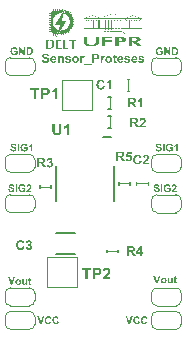
<source format=gto>
G04*
G04 #@! TF.GenerationSoftware,Altium Limited,Altium Designer,24.10.1 (45)*
G04*
G04 Layer_Color=65535*
%FSLAX44Y44*%
%MOMM*%
G71*
G04*
G04 #@! TF.SameCoordinates,79C6D601-A39B-46A2-8E03-E2448EDDA2BC*
G04*
G04*
G04 #@! TF.FilePolarity,Positive*
G04*
G01*
G75*
%ADD10C,0.1000*%
%ADD11C,0.1270*%
G36*
X-25331Y297213D02*
X-25307D01*
Y297188D01*
X-25282D01*
Y296818D01*
X-25307D01*
Y296793D01*
X-25331D01*
Y296768D01*
X-25356D01*
Y296695D01*
X-25331D01*
Y296670D01*
X-25307D01*
Y296645D01*
X-25282D01*
Y296620D01*
X-25257D01*
Y296250D01*
X-25282D01*
Y296201D01*
X-25307D01*
Y296176D01*
X-25331D01*
Y296127D01*
X-25356D01*
Y296077D01*
X-25381D01*
Y296053D01*
X-25405D01*
Y296003D01*
X-25430D01*
Y295979D01*
X-25455D01*
Y295929D01*
X-25480D01*
Y295880D01*
X-25504D01*
Y295855D01*
X-25529D01*
Y295806D01*
X-25554D01*
Y295781D01*
X-25578D01*
Y295732D01*
X-25603D01*
Y295682D01*
X-25628D01*
Y295658D01*
X-25652D01*
Y295608D01*
X-25677D01*
Y295584D01*
X-25702D01*
Y295534D01*
X-25726D01*
Y295485D01*
X-25751D01*
Y295460D01*
X-25776D01*
Y295411D01*
X-25800D01*
Y295386D01*
X-25825D01*
Y295337D01*
X-25850D01*
Y295287D01*
X-25875D01*
Y295263D01*
X-25899D01*
Y295213D01*
X-25924D01*
Y295189D01*
X-25949D01*
Y295139D01*
X-25973D01*
Y295090D01*
X-25998D01*
Y295065D01*
X-26023D01*
Y295016D01*
X-26047D01*
Y294991D01*
X-26072D01*
Y294942D01*
X-26097D01*
Y294892D01*
X-26121D01*
Y294868D01*
X-26146D01*
Y294818D01*
X-26171D01*
Y294794D01*
X-26195D01*
Y294744D01*
X-26220D01*
Y294695D01*
X-26245D01*
Y294670D01*
X-26270D01*
Y294621D01*
X-26294D01*
Y294596D01*
X-26319D01*
Y294547D01*
X-26344D01*
Y294497D01*
X-26368D01*
Y294473D01*
X-26393D01*
Y294423D01*
X-26418D01*
Y294399D01*
X-26442D01*
Y294349D01*
X-26467D01*
Y294300D01*
X-26492D01*
Y294275D01*
X-26516D01*
Y294226D01*
X-26541D01*
Y294201D01*
X-26566D01*
Y294152D01*
X-26590D01*
Y294102D01*
X-26615D01*
Y294053D01*
X-27479D01*
Y294028D01*
X-27775D01*
Y294004D01*
X-27998D01*
Y293979D01*
X-28146D01*
Y293954D01*
X-28319D01*
Y293930D01*
X-28417D01*
Y293905D01*
X-28565D01*
Y293880D01*
X-28664D01*
Y293855D01*
X-28763D01*
Y293831D01*
X-28862D01*
Y293806D01*
X-28960D01*
Y293781D01*
X-29035D01*
Y293757D01*
X-29133D01*
Y293732D01*
X-29207D01*
Y293707D01*
X-29281D01*
Y293683D01*
X-29355D01*
Y293658D01*
X-29430D01*
Y293633D01*
X-29504D01*
Y293609D01*
X-29553D01*
Y293584D01*
X-29627D01*
Y293559D01*
X-29701D01*
Y293535D01*
X-29750D01*
Y293510D01*
X-29825D01*
Y293485D01*
X-29874D01*
Y293461D01*
X-29923D01*
Y293436D01*
X-29973D01*
Y293411D01*
X-30047D01*
Y293386D01*
X-30096D01*
Y293362D01*
X-30145D01*
Y293337D01*
X-30195D01*
Y293312D01*
X-30244D01*
Y293288D01*
X-30294D01*
Y293263D01*
X-30343D01*
Y293238D01*
X-30392D01*
Y293214D01*
X-30442D01*
Y293189D01*
X-30491D01*
Y293164D01*
X-30540D01*
Y293140D01*
X-30565D01*
Y293115D01*
X-30614D01*
Y293090D01*
X-30664D01*
Y293065D01*
X-30713D01*
Y293041D01*
X-30738D01*
Y293016D01*
X-30787D01*
Y292992D01*
X-30812D01*
Y292967D01*
X-30861D01*
Y292942D01*
X-30911D01*
Y292917D01*
X-30935D01*
Y292893D01*
X-30985D01*
Y292868D01*
X-31009D01*
Y292843D01*
X-31059D01*
Y292819D01*
X-31084D01*
Y292794D01*
X-31133D01*
Y292769D01*
X-31158D01*
Y292745D01*
X-31207D01*
Y292720D01*
X-31232D01*
Y292695D01*
X-31256D01*
Y292670D01*
X-31306D01*
Y292646D01*
X-31330D01*
Y292621D01*
X-31380D01*
Y292596D01*
X-31404D01*
Y292572D01*
X-31429D01*
Y292547D01*
X-31478D01*
Y292522D01*
X-31503D01*
Y292498D01*
X-31528D01*
Y292473D01*
X-31553D01*
Y292448D01*
X-31602D01*
Y292424D01*
X-31627D01*
Y292399D01*
X-31651D01*
Y292374D01*
X-31676D01*
Y292350D01*
X-31701D01*
Y292325D01*
X-31750D01*
Y292300D01*
X-31775D01*
Y292276D01*
X-31799D01*
Y292251D01*
X-31824D01*
Y292226D01*
X-31849D01*
Y292201D01*
X-31873D01*
Y292177D01*
X-31923D01*
Y292152D01*
X-31948D01*
Y292127D01*
X-31972D01*
Y292103D01*
X-31997D01*
Y292078D01*
X-32022D01*
Y292053D01*
X-32046D01*
Y292029D01*
X-32071D01*
Y292004D01*
X-32096D01*
Y291979D01*
X-32120D01*
Y291955D01*
X-32145D01*
Y291930D01*
X-32170D01*
Y291905D01*
X-32194D01*
Y291880D01*
X-32219D01*
Y291856D01*
X-32244D01*
Y291831D01*
X-32268D01*
Y291807D01*
X-32293D01*
Y291782D01*
X-32318D01*
Y291757D01*
X-32343D01*
Y291732D01*
X-32367D01*
Y291708D01*
X-32392D01*
Y291658D01*
X-32417D01*
Y291634D01*
X-32441D01*
Y291609D01*
X-32466D01*
Y291584D01*
X-32491D01*
Y291560D01*
X-32515D01*
Y291535D01*
X-32540D01*
Y291510D01*
X-32565D01*
Y291486D01*
X-32589D01*
Y291436D01*
X-32614D01*
Y291411D01*
X-32639D01*
Y291387D01*
X-32663D01*
Y291362D01*
X-32688D01*
Y291313D01*
X-32713D01*
Y291288D01*
X-32738D01*
Y291263D01*
X-32762D01*
Y291239D01*
X-32787D01*
Y291189D01*
X-32812D01*
Y291165D01*
X-32836D01*
Y291140D01*
X-32861D01*
Y291091D01*
X-32886D01*
Y291066D01*
X-32910D01*
Y291017D01*
X-32935D01*
Y290992D01*
X-32960D01*
Y290967D01*
X-32984D01*
Y290918D01*
X-33009D01*
Y290893D01*
X-33034D01*
Y290844D01*
X-33058D01*
Y290819D01*
X-33083D01*
Y290770D01*
X-33108D01*
Y290745D01*
X-33133D01*
Y290696D01*
X-33157D01*
Y290671D01*
X-33182D01*
Y290621D01*
X-33207D01*
Y290572D01*
X-33231D01*
Y290548D01*
X-33256D01*
Y290498D01*
X-33281D01*
Y290449D01*
X-33305D01*
Y290424D01*
X-33330D01*
Y290375D01*
X-33355D01*
Y290325D01*
X-33379D01*
Y290276D01*
X-33404D01*
Y290226D01*
X-33429D01*
Y290202D01*
X-33453D01*
Y290152D01*
X-33478D01*
Y290103D01*
X-33503D01*
Y290054D01*
X-33528D01*
Y290004D01*
X-33552D01*
Y289955D01*
X-33577D01*
Y289906D01*
X-33602D01*
Y289832D01*
X-33626D01*
Y289782D01*
X-33651D01*
Y289733D01*
X-33676D01*
Y289683D01*
X-33700D01*
Y289609D01*
X-33725D01*
Y289560D01*
X-33750D01*
Y289511D01*
X-33774D01*
Y289437D01*
X-33799D01*
Y289363D01*
X-33824D01*
Y289313D01*
X-33848D01*
Y289239D01*
X-33873D01*
Y289165D01*
X-33898D01*
Y289091D01*
X-33923D01*
Y289017D01*
X-33947D01*
Y288943D01*
X-33972D01*
Y288869D01*
X-33997D01*
Y288770D01*
X-34021D01*
Y288696D01*
X-34046D01*
Y288597D01*
X-34071D01*
Y288498D01*
X-34095D01*
Y288400D01*
X-34120D01*
Y288276D01*
X-34145D01*
Y288153D01*
X-34169D01*
Y288005D01*
X-34194D01*
Y287857D01*
X-34219D01*
Y287684D01*
X-34243D01*
Y287437D01*
X-34268D01*
Y287067D01*
X-34293D01*
Y286548D01*
X-34268D01*
Y286153D01*
X-34243D01*
Y285906D01*
X-34219D01*
Y285734D01*
X-34194D01*
Y285585D01*
X-34169D01*
Y285437D01*
X-34145D01*
Y285314D01*
X-34120D01*
Y285190D01*
X-34095D01*
Y285092D01*
X-34071D01*
Y284993D01*
X-34046D01*
Y284894D01*
X-34021D01*
Y284820D01*
X-33997D01*
Y284721D01*
X-33972D01*
Y284647D01*
X-33947D01*
Y284573D01*
X-33923D01*
Y284499D01*
X-33898D01*
Y284425D01*
X-33873D01*
Y284351D01*
X-33848D01*
Y284277D01*
X-33824D01*
Y284228D01*
X-33799D01*
Y284154D01*
X-33774D01*
Y284104D01*
X-33750D01*
Y284030D01*
X-33725D01*
Y283981D01*
X-33700D01*
Y283907D01*
X-33676D01*
Y283857D01*
X-33651D01*
Y283808D01*
X-33626D01*
Y283759D01*
X-33602D01*
Y283685D01*
X-33577D01*
Y283635D01*
X-33552D01*
Y283586D01*
X-33528D01*
Y283536D01*
X-33503D01*
Y283487D01*
X-33478D01*
Y283438D01*
X-33453D01*
Y283388D01*
X-33429D01*
Y283364D01*
X-33404D01*
Y283314D01*
X-33379D01*
Y283265D01*
X-33355D01*
Y283216D01*
X-33330D01*
Y283166D01*
X-33305D01*
Y283141D01*
X-33281D01*
Y283092D01*
X-33256D01*
Y283043D01*
X-33231D01*
Y283018D01*
X-33207D01*
Y282969D01*
X-33182D01*
Y282919D01*
X-33157D01*
Y282895D01*
X-33133D01*
Y282845D01*
X-33108D01*
Y282820D01*
X-33083D01*
Y282771D01*
X-33058D01*
Y282746D01*
X-33034D01*
Y282697D01*
X-33009D01*
Y282672D01*
X-32984D01*
Y282623D01*
X-32960D01*
Y282598D01*
X-32935D01*
Y282574D01*
X-32910D01*
Y282524D01*
X-32886D01*
Y282500D01*
X-32861D01*
Y282475D01*
X-32836D01*
Y282425D01*
X-32812D01*
Y282401D01*
X-32787D01*
Y282351D01*
X-32762D01*
Y282327D01*
X-32738D01*
Y282302D01*
X-32713D01*
Y282277D01*
X-32688D01*
Y282228D01*
X-32663D01*
Y282203D01*
X-32639D01*
Y282179D01*
X-32614D01*
Y282154D01*
X-32589D01*
Y282129D01*
X-32565D01*
Y282080D01*
X-32540D01*
Y282055D01*
X-32515D01*
Y282031D01*
X-32491D01*
Y282006D01*
X-32466D01*
Y281981D01*
X-32441D01*
Y281957D01*
X-32417D01*
Y281932D01*
X-32392D01*
Y281882D01*
X-32367D01*
Y281858D01*
X-32343D01*
Y281833D01*
X-32318D01*
Y281808D01*
X-32293D01*
Y281784D01*
X-32268D01*
Y281759D01*
X-32244D01*
Y281734D01*
X-32219D01*
Y281710D01*
X-32194D01*
Y281685D01*
X-32170D01*
Y281660D01*
X-32145D01*
Y281635D01*
X-32120D01*
Y281611D01*
X-32096D01*
Y281586D01*
X-32071D01*
Y281562D01*
X-32046D01*
Y281537D01*
X-32022D01*
Y281512D01*
X-31997D01*
Y281487D01*
X-31972D01*
Y281463D01*
X-31948D01*
Y281438D01*
X-31923D01*
Y281413D01*
X-31873D01*
Y281389D01*
X-31849D01*
Y281364D01*
X-31824D01*
Y281339D01*
X-31799D01*
Y281315D01*
X-31775D01*
Y281290D01*
X-31750D01*
Y281265D01*
X-31701D01*
Y281241D01*
X-31676D01*
Y281216D01*
X-31651D01*
Y281191D01*
X-31627D01*
Y281166D01*
X-31602D01*
Y281142D01*
X-31553D01*
Y281117D01*
X-31528D01*
Y281092D01*
X-31503D01*
Y281068D01*
X-31478D01*
Y281043D01*
X-31429D01*
Y281018D01*
X-31404D01*
Y280994D01*
X-31380D01*
Y280969D01*
X-31330D01*
Y280944D01*
X-31306D01*
Y280920D01*
X-31256D01*
Y280895D01*
X-31232D01*
Y280870D01*
X-31207D01*
Y280846D01*
X-31158D01*
Y280821D01*
X-31133D01*
Y280796D01*
X-31084D01*
Y280772D01*
X-31059D01*
Y280747D01*
X-31009D01*
Y280722D01*
X-30985D01*
Y280697D01*
X-30935D01*
Y280673D01*
X-30911D01*
Y280648D01*
X-30861D01*
Y280623D01*
X-30812D01*
Y280599D01*
X-30787D01*
Y280574D01*
X-30738D01*
Y280549D01*
X-30689D01*
Y280525D01*
X-30664D01*
Y280500D01*
X-30614D01*
Y280475D01*
X-30565D01*
Y280450D01*
X-30516D01*
Y280426D01*
X-30491D01*
Y280401D01*
X-30442D01*
Y280376D01*
X-30392D01*
Y280352D01*
X-30343D01*
Y280327D01*
X-30294D01*
Y280302D01*
X-30244D01*
Y280278D01*
X-30195D01*
Y280253D01*
X-30145D01*
Y280228D01*
X-30096D01*
Y280204D01*
X-30047D01*
Y280179D01*
X-29973D01*
Y280154D01*
X-29923D01*
Y280130D01*
X-29874D01*
Y280105D01*
X-29800D01*
Y280080D01*
X-29750D01*
Y280056D01*
X-29726D01*
Y280031D01*
X-29701D01*
Y280006D01*
X-29726D01*
Y279932D01*
X-29750D01*
Y279858D01*
X-29775D01*
Y279784D01*
X-29800D01*
Y279710D01*
X-29825D01*
Y279636D01*
X-29849D01*
Y279562D01*
X-29874D01*
Y279488D01*
X-29899D01*
Y279389D01*
X-29923D01*
Y279315D01*
X-29948D01*
Y279241D01*
X-29973D01*
Y279167D01*
X-29997D01*
Y279093D01*
X-30022D01*
Y279019D01*
X-30047D01*
Y278945D01*
X-30071D01*
Y278871D01*
X-30096D01*
Y278772D01*
X-30121D01*
Y278698D01*
X-30145D01*
Y278624D01*
X-30170D01*
Y278550D01*
X-30195D01*
Y278476D01*
X-30219D01*
Y278402D01*
X-30244D01*
Y278328D01*
X-30269D01*
Y278253D01*
X-30294D01*
Y278155D01*
X-30318D01*
Y278081D01*
X-30343D01*
Y278007D01*
X-30368D01*
Y277932D01*
X-30392D01*
Y277858D01*
X-30417D01*
Y277784D01*
X-30442D01*
Y277710D01*
X-30466D01*
Y277636D01*
X-30491D01*
Y277537D01*
X-30516D01*
Y277463D01*
X-30540D01*
Y277389D01*
X-30565D01*
Y277315D01*
X-30590D01*
Y277241D01*
X-30614D01*
Y277167D01*
X-30639D01*
Y277093D01*
X-30664D01*
Y276994D01*
X-30689D01*
Y276920D01*
X-30713D01*
Y276846D01*
X-30738D01*
Y276797D01*
X-30812D01*
Y276822D01*
X-31380D01*
Y276698D01*
X-31355D01*
Y276674D01*
X-31330D01*
Y276649D01*
X-31306D01*
Y276624D01*
X-31281D01*
Y276130D01*
X-31306D01*
Y276106D01*
X-31330D01*
Y276081D01*
X-31355D01*
Y276056D01*
X-31380D01*
Y275982D01*
X-31355D01*
Y275958D01*
X-31330D01*
Y275933D01*
X-31306D01*
Y275587D01*
X-31330D01*
Y275538D01*
X-31355D01*
Y275118D01*
X-32096D01*
Y275143D01*
X-32120D01*
Y275192D01*
X-32096D01*
Y275513D01*
X-32120D01*
Y275563D01*
X-32145D01*
Y275933D01*
X-32120D01*
Y275958D01*
X-32096D01*
Y275982D01*
X-32071D01*
Y276032D01*
X-32096D01*
Y276056D01*
X-32120D01*
Y276081D01*
X-32145D01*
Y276106D01*
X-32170D01*
Y276624D01*
X-32145D01*
Y276649D01*
X-32120D01*
Y276674D01*
X-32096D01*
Y276698D01*
X-32071D01*
Y276822D01*
X-32886D01*
Y276674D01*
X-32861D01*
Y276649D01*
X-32812D01*
Y276599D01*
X-32787D01*
Y276155D01*
X-32812D01*
Y276106D01*
X-32836D01*
Y276081D01*
X-32861D01*
Y276056D01*
X-32886D01*
Y275982D01*
X-32861D01*
Y275958D01*
X-32836D01*
Y275933D01*
X-32812D01*
Y275587D01*
X-32836D01*
Y275563D01*
X-32861D01*
Y275143D01*
X-32886D01*
Y275118D01*
X-33626D01*
Y275563D01*
X-33651D01*
Y275612D01*
X-33676D01*
Y275908D01*
X-33651D01*
Y275958D01*
X-33602D01*
Y276056D01*
X-33626D01*
Y276081D01*
X-33651D01*
Y276106D01*
X-33676D01*
Y276624D01*
X-33651D01*
Y276649D01*
X-33626D01*
Y276674D01*
X-33602D01*
Y276822D01*
X-33824D01*
Y276846D01*
X-33848D01*
Y276896D01*
X-33873D01*
Y276920D01*
X-33898D01*
Y276945D01*
X-33923D01*
Y276970D01*
X-33947D01*
Y276994D01*
X-33972D01*
Y277019D01*
X-34021D01*
Y277044D01*
X-34046D01*
Y277093D01*
X-34071D01*
Y277118D01*
X-34095D01*
Y277143D01*
X-34120D01*
Y277167D01*
X-34145D01*
Y277192D01*
X-34169D01*
Y277217D01*
X-34194D01*
Y277241D01*
X-34219D01*
Y277266D01*
X-34243D01*
Y277291D01*
X-34268D01*
Y277315D01*
X-34293D01*
Y277340D01*
X-34317D01*
Y277365D01*
X-34342D01*
Y277389D01*
X-34367D01*
Y277414D01*
X-34392D01*
Y277439D01*
X-34416D01*
Y277463D01*
X-34441D01*
Y277488D01*
X-34466D01*
Y277513D01*
X-34490D01*
Y277537D01*
X-34515D01*
Y277562D01*
X-34540D01*
Y277587D01*
X-34564D01*
Y277612D01*
X-34589D01*
Y277636D01*
X-34614D01*
Y277661D01*
X-34638D01*
Y277686D01*
X-34663D01*
Y277710D01*
X-34688D01*
Y277735D01*
X-34712D01*
Y277760D01*
X-34737D01*
Y277784D01*
X-34762D01*
Y277809D01*
X-34787D01*
Y277834D01*
X-34811D01*
Y277858D01*
X-34836D01*
Y277883D01*
X-34861D01*
Y277908D01*
X-34885D01*
Y277932D01*
X-34910D01*
Y277957D01*
X-34935D01*
Y277982D01*
X-34959D01*
Y278007D01*
X-34984D01*
Y278031D01*
X-35009D01*
Y278056D01*
X-35033D01*
Y278081D01*
X-35058D01*
Y278105D01*
X-35083D01*
Y278130D01*
X-35107D01*
Y278155D01*
X-35132D01*
Y278179D01*
X-35157D01*
Y278204D01*
X-35182D01*
Y278229D01*
X-35206D01*
Y278253D01*
X-35231D01*
Y278278D01*
X-35255D01*
Y278303D01*
X-35305D01*
Y278328D01*
X-35280D01*
Y278451D01*
X-35478D01*
Y278402D01*
X-35502D01*
Y278377D01*
X-35527D01*
Y278352D01*
X-36021D01*
Y278377D01*
X-36045D01*
Y278402D01*
X-36070D01*
Y278426D01*
X-36095D01*
Y278451D01*
X-36169D01*
Y278426D01*
X-36194D01*
Y278402D01*
X-36218D01*
Y278377D01*
X-36564D01*
Y278402D01*
X-36613D01*
Y278426D01*
X-37033D01*
Y279167D01*
X-36613D01*
Y279191D01*
X-36589D01*
Y279216D01*
X-36218D01*
Y279191D01*
X-36194D01*
Y279167D01*
X-36169D01*
Y279142D01*
X-36120D01*
Y279167D01*
X-36095D01*
Y279191D01*
X-36070D01*
Y279216D01*
X-36045D01*
Y279241D01*
X-35527D01*
Y279216D01*
X-35502D01*
Y279191D01*
X-35478D01*
Y279167D01*
X-35453D01*
Y279142D01*
X-35280D01*
Y279957D01*
X-35478D01*
Y279932D01*
X-35502D01*
Y279883D01*
X-35552D01*
Y279858D01*
X-36021D01*
Y279883D01*
X-36045D01*
Y279907D01*
X-36070D01*
Y279932D01*
X-36095D01*
Y279957D01*
X-36169D01*
Y279932D01*
X-36194D01*
Y279907D01*
X-36218D01*
Y279883D01*
X-36564D01*
Y279907D01*
X-36613D01*
Y279932D01*
X-37033D01*
Y280673D01*
X-37008D01*
Y280697D01*
X-36589D01*
Y280722D01*
X-36539D01*
Y280747D01*
X-36243D01*
Y280722D01*
X-36194D01*
Y280673D01*
X-36169D01*
Y280648D01*
X-36120D01*
Y280673D01*
X-36095D01*
Y280697D01*
X-36070D01*
Y280722D01*
X-36045D01*
Y280747D01*
X-35527D01*
Y280722D01*
X-35502D01*
Y280697D01*
X-35478D01*
Y280673D01*
X-35280D01*
Y281463D01*
X-35478D01*
Y281438D01*
X-35502D01*
Y281413D01*
X-35527D01*
Y281389D01*
X-36045D01*
Y281413D01*
X-36070D01*
Y281438D01*
X-36095D01*
Y281463D01*
X-36120D01*
Y281487D01*
X-36169D01*
Y281463D01*
X-36194D01*
Y281438D01*
X-36218D01*
Y281413D01*
X-36589D01*
Y281438D01*
X-37008D01*
Y281463D01*
X-37033D01*
Y282203D01*
X-36613D01*
Y282228D01*
X-36564D01*
Y282253D01*
X-36218D01*
Y282228D01*
X-36194D01*
Y282203D01*
X-36169D01*
Y282179D01*
X-36095D01*
Y282203D01*
X-36070D01*
Y282228D01*
X-36045D01*
Y282253D01*
X-36021D01*
Y282277D01*
X-35552D01*
Y282253D01*
X-35502D01*
Y282203D01*
X-35478D01*
Y282179D01*
X-35280D01*
Y282993D01*
X-35453D01*
Y282969D01*
X-35478D01*
Y282944D01*
X-35502D01*
Y282919D01*
X-35527D01*
Y282895D01*
X-36021D01*
Y282919D01*
X-36045D01*
Y282944D01*
X-36070D01*
Y282969D01*
X-36095D01*
Y282993D01*
X-36169D01*
Y282969D01*
X-36194D01*
Y282944D01*
X-36218D01*
Y282919D01*
X-36564D01*
Y282944D01*
X-36613D01*
Y282969D01*
X-37033D01*
Y283709D01*
X-36613D01*
Y283734D01*
X-36589D01*
Y283759D01*
X-36218D01*
Y283734D01*
X-36194D01*
Y283709D01*
X-36169D01*
Y283685D01*
X-36120D01*
Y283709D01*
X-36095D01*
Y283734D01*
X-36070D01*
Y283759D01*
X-36021D01*
Y283783D01*
X-35527D01*
Y283759D01*
X-35502D01*
Y283734D01*
X-35478D01*
Y283709D01*
X-35453D01*
Y283685D01*
X-35280D01*
Y284499D01*
X-35478D01*
Y284475D01*
X-35502D01*
Y284425D01*
X-35552D01*
Y284400D01*
X-36021D01*
Y284425D01*
X-36045D01*
Y284450D01*
X-36070D01*
Y284475D01*
X-36095D01*
Y284499D01*
X-36169D01*
Y284475D01*
X-36194D01*
Y284450D01*
X-36218D01*
Y284425D01*
X-36564D01*
Y284450D01*
X-36613D01*
Y284475D01*
X-37033D01*
Y285215D01*
X-37008D01*
Y285240D01*
X-36589D01*
Y285264D01*
X-36218D01*
Y285240D01*
X-36194D01*
Y285215D01*
X-36169D01*
Y285190D01*
X-36120D01*
Y285215D01*
X-36095D01*
Y285240D01*
X-36070D01*
Y285264D01*
X-36045D01*
Y285289D01*
X-35527D01*
Y285264D01*
X-35502D01*
Y285240D01*
X-35478D01*
Y285215D01*
X-35280D01*
Y286005D01*
X-35478D01*
Y285980D01*
X-35502D01*
Y285956D01*
X-35527D01*
Y285931D01*
X-36045D01*
Y285956D01*
X-36070D01*
Y285980D01*
X-36095D01*
Y286005D01*
X-36120D01*
Y286030D01*
X-36169D01*
Y286005D01*
X-36194D01*
Y285980D01*
X-36218D01*
Y285956D01*
X-36589D01*
Y285980D01*
X-37008D01*
Y286005D01*
X-37033D01*
Y286746D01*
X-36613D01*
Y286770D01*
X-36564D01*
Y286795D01*
X-36218D01*
Y286770D01*
X-36194D01*
Y286746D01*
X-36169D01*
Y286721D01*
X-36095D01*
Y286746D01*
X-36070D01*
Y286770D01*
X-36045D01*
Y286795D01*
X-36021D01*
Y286820D01*
X-35552D01*
Y286795D01*
X-35502D01*
Y286746D01*
X-35478D01*
Y286721D01*
X-35280D01*
Y287536D01*
X-35453D01*
Y287511D01*
X-35478D01*
Y287486D01*
X-35502D01*
Y287462D01*
X-35527D01*
Y287437D01*
X-36021D01*
Y287462D01*
X-36070D01*
Y287486D01*
X-36095D01*
Y287511D01*
X-36120D01*
Y287536D01*
X-36169D01*
Y287511D01*
X-36194D01*
Y287486D01*
X-36218D01*
Y287462D01*
X-36589D01*
Y287486D01*
X-36613D01*
Y287511D01*
X-36984D01*
Y287486D01*
X-37008D01*
Y287511D01*
X-37033D01*
Y288252D01*
X-36613D01*
Y288276D01*
X-36564D01*
Y288301D01*
X-36218D01*
Y288276D01*
X-36194D01*
Y288252D01*
X-36169D01*
Y288227D01*
X-36095D01*
Y288252D01*
X-36070D01*
Y288276D01*
X-36045D01*
Y288301D01*
X-36021D01*
Y288326D01*
X-35527D01*
Y288301D01*
X-35502D01*
Y288276D01*
X-35478D01*
Y288252D01*
X-35453D01*
Y288227D01*
X-35280D01*
Y289042D01*
X-35478D01*
Y289017D01*
X-35502D01*
Y288967D01*
X-35527D01*
Y288943D01*
X-36021D01*
Y288967D01*
X-36045D01*
Y288992D01*
X-36070D01*
Y289017D01*
X-36095D01*
Y289042D01*
X-36169D01*
Y289017D01*
X-36194D01*
Y288992D01*
X-36218D01*
Y288967D01*
X-36564D01*
Y288992D01*
X-36613D01*
Y289017D01*
X-37033D01*
Y289757D01*
X-37008D01*
Y289782D01*
X-36589D01*
Y289807D01*
X-36218D01*
Y289782D01*
X-36194D01*
Y289757D01*
X-36169D01*
Y289733D01*
X-36120D01*
Y289757D01*
X-36095D01*
Y289782D01*
X-36070D01*
Y289807D01*
X-36045D01*
Y289832D01*
X-35527D01*
Y289807D01*
X-35502D01*
Y289782D01*
X-35478D01*
Y289757D01*
X-35280D01*
Y290548D01*
X-35478D01*
Y290523D01*
X-35502D01*
Y290498D01*
X-35527D01*
Y290473D01*
X-36045D01*
Y290498D01*
X-36070D01*
Y290523D01*
X-36095D01*
Y290548D01*
X-36120D01*
Y290572D01*
X-36144D01*
Y290548D01*
X-36194D01*
Y290498D01*
X-36243D01*
Y290473D01*
X-36539D01*
Y290498D01*
X-36589D01*
Y290523D01*
X-37033D01*
Y291288D01*
X-36613D01*
Y291313D01*
X-36564D01*
Y291337D01*
X-36218D01*
Y291313D01*
X-36194D01*
Y291288D01*
X-36169D01*
Y291263D01*
X-36095D01*
Y291288D01*
X-36070D01*
Y291313D01*
X-36045D01*
Y291337D01*
X-35996D01*
Y291362D01*
X-35552D01*
Y291337D01*
X-35502D01*
Y291288D01*
X-35478D01*
Y291263D01*
X-35280D01*
Y292078D01*
X-35453D01*
Y292053D01*
X-35478D01*
Y292029D01*
X-35502D01*
Y292004D01*
X-35527D01*
Y291979D01*
X-36045D01*
Y292004D01*
X-36070D01*
Y292029D01*
X-36095D01*
Y292053D01*
X-36120D01*
Y292078D01*
X-36169D01*
Y292053D01*
X-36194D01*
Y292029D01*
X-36218D01*
Y292004D01*
X-36589D01*
Y292029D01*
X-36638D01*
Y292053D01*
X-36959D01*
Y292029D01*
X-37008D01*
Y292053D01*
X-37033D01*
Y292794D01*
X-36613D01*
Y292819D01*
X-36564D01*
Y292843D01*
X-36218D01*
Y292819D01*
X-36194D01*
Y292794D01*
X-36169D01*
Y292769D01*
X-36095D01*
Y292794D01*
X-36070D01*
Y292819D01*
X-36045D01*
Y292843D01*
X-36021D01*
Y292868D01*
X-35527D01*
Y292843D01*
X-35502D01*
Y292819D01*
X-35478D01*
Y292769D01*
X-35280D01*
Y293584D01*
X-35478D01*
Y293535D01*
X-35502D01*
Y293510D01*
X-35527D01*
Y293485D01*
X-36021D01*
Y293510D01*
X-36045D01*
Y293535D01*
X-36070D01*
Y293559D01*
X-36095D01*
Y293584D01*
X-36169D01*
Y293559D01*
X-36194D01*
Y293535D01*
X-36218D01*
Y293510D01*
X-36564D01*
Y293535D01*
X-36613D01*
Y293559D01*
X-37033D01*
Y294300D01*
X-37008D01*
Y294325D01*
X-36589D01*
Y294349D01*
X-36218D01*
Y294325D01*
X-36194D01*
Y294300D01*
X-36169D01*
Y294275D01*
X-36120D01*
Y294300D01*
X-36095D01*
Y294325D01*
X-36070D01*
Y294349D01*
X-36045D01*
Y294374D01*
X-35527D01*
Y294349D01*
X-35502D01*
Y294325D01*
X-35478D01*
Y294300D01*
X-35453D01*
Y294275D01*
X-35280D01*
Y294794D01*
X-35305D01*
Y295040D01*
X-35280D01*
Y295139D01*
X-35255D01*
Y295213D01*
X-35231D01*
Y295287D01*
X-35206D01*
Y295337D01*
X-35182D01*
Y295386D01*
X-35157D01*
Y295411D01*
X-35132D01*
Y295460D01*
X-35107D01*
Y295485D01*
X-35083D01*
Y295534D01*
X-35058D01*
Y295559D01*
X-35033D01*
Y295584D01*
X-35009D01*
Y295608D01*
X-34984D01*
Y295633D01*
X-34959D01*
Y295658D01*
X-34935D01*
Y295682D01*
X-34910D01*
Y295707D01*
X-34885D01*
Y295732D01*
X-34836D01*
Y295756D01*
X-34811D01*
Y295781D01*
X-34762D01*
Y295806D01*
X-34737D01*
Y295830D01*
X-34688D01*
Y295855D01*
X-34638D01*
Y295880D01*
X-34564D01*
Y295905D01*
X-34490D01*
Y295929D01*
X-34392D01*
Y295954D01*
X-34194D01*
Y295979D01*
X-34145D01*
Y295954D01*
X-33626D01*
Y296077D01*
X-33651D01*
Y296102D01*
X-33700D01*
Y296151D01*
X-33725D01*
Y296620D01*
X-33700D01*
Y296645D01*
X-33676D01*
Y296670D01*
X-33651D01*
Y296695D01*
X-33626D01*
Y296768D01*
X-33651D01*
Y296793D01*
X-33676D01*
Y296818D01*
X-33700D01*
Y297164D01*
X-33676D01*
Y297213D01*
X-33651D01*
Y297633D01*
X-32910D01*
Y297608D01*
X-32886D01*
Y297188D01*
X-32861D01*
Y297139D01*
X-32836D01*
Y296843D01*
X-32861D01*
Y296793D01*
X-32910D01*
Y296768D01*
X-32935D01*
Y296719D01*
X-32910D01*
Y296695D01*
X-32886D01*
Y296670D01*
X-32861D01*
Y296645D01*
X-32836D01*
Y296127D01*
X-32861D01*
Y296102D01*
X-32886D01*
Y296077D01*
X-32910D01*
Y295929D01*
X-32120D01*
Y296077D01*
X-32145D01*
Y296102D01*
X-32170D01*
Y296127D01*
X-32194D01*
Y296645D01*
X-32170D01*
Y296670D01*
X-32145D01*
Y296695D01*
X-32120D01*
Y296719D01*
X-32096D01*
Y296768D01*
X-32120D01*
Y296793D01*
X-32145D01*
Y296818D01*
X-32170D01*
Y297188D01*
X-32145D01*
Y297608D01*
X-32120D01*
Y297633D01*
X-31380D01*
Y297213D01*
X-31355D01*
Y297164D01*
X-31330D01*
Y296818D01*
X-31355D01*
Y296793D01*
X-31380D01*
Y296768D01*
X-31404D01*
Y296695D01*
X-31380D01*
Y296670D01*
X-31355D01*
Y296645D01*
X-31330D01*
Y296620D01*
X-31306D01*
Y296151D01*
X-31330D01*
Y296102D01*
X-31380D01*
Y296077D01*
X-31404D01*
Y295929D01*
X-30590D01*
Y296053D01*
X-30614D01*
Y296077D01*
X-30639D01*
Y296102D01*
X-30664D01*
Y296127D01*
X-30689D01*
Y296620D01*
X-30664D01*
Y296645D01*
X-30639D01*
Y296670D01*
X-30614D01*
Y296695D01*
X-30590D01*
Y296768D01*
X-30614D01*
Y296793D01*
X-30639D01*
Y296818D01*
X-30664D01*
Y297188D01*
X-30639D01*
Y297213D01*
X-30614D01*
Y297583D01*
X-30639D01*
Y297608D01*
X-30614D01*
Y297633D01*
X-29874D01*
Y297213D01*
X-29849D01*
Y297188D01*
X-29825D01*
Y296818D01*
X-29849D01*
Y296793D01*
X-29874D01*
Y296768D01*
X-29899D01*
Y296719D01*
X-29874D01*
Y296670D01*
X-29825D01*
Y296620D01*
X-29800D01*
Y296127D01*
X-29825D01*
Y296102D01*
X-29849D01*
Y296077D01*
X-29874D01*
Y296053D01*
X-29899D01*
Y295929D01*
X-29084D01*
Y296077D01*
X-29109D01*
Y296102D01*
X-29158D01*
Y296151D01*
X-29183D01*
Y296620D01*
X-29158D01*
Y296645D01*
X-29133D01*
Y296670D01*
X-29109D01*
Y296695D01*
X-29084D01*
Y296768D01*
X-29109D01*
Y296793D01*
X-29133D01*
Y296818D01*
X-29158D01*
Y297164D01*
X-29133D01*
Y297213D01*
X-29109D01*
Y297633D01*
X-28368D01*
Y297608D01*
X-28343D01*
Y297188D01*
X-28319D01*
Y296818D01*
X-28343D01*
Y296793D01*
X-28368D01*
Y296768D01*
X-28393D01*
Y296719D01*
X-28368D01*
Y296695D01*
X-28343D01*
Y296670D01*
X-28319D01*
Y296645D01*
X-28294D01*
Y296127D01*
X-28319D01*
Y296102D01*
X-28343D01*
Y296077D01*
X-28368D01*
Y295929D01*
X-27578D01*
Y296077D01*
X-27603D01*
Y296102D01*
X-27627D01*
Y296127D01*
X-27652D01*
Y296645D01*
X-27627D01*
Y296670D01*
X-27603D01*
Y296695D01*
X-27578D01*
Y296719D01*
X-27553D01*
Y296768D01*
X-27578D01*
Y296793D01*
X-27603D01*
Y296818D01*
X-27627D01*
Y297188D01*
X-27603D01*
Y297608D01*
X-27578D01*
Y297633D01*
X-26837D01*
Y297213D01*
X-26813D01*
Y297164D01*
X-26788D01*
Y296818D01*
X-26813D01*
Y296793D01*
X-26837D01*
Y296768D01*
X-26862D01*
Y296695D01*
X-26837D01*
Y296670D01*
X-26813D01*
Y296645D01*
X-26788D01*
Y296620D01*
X-26763D01*
Y296151D01*
X-26788D01*
Y296102D01*
X-26837D01*
Y296077D01*
X-26862D01*
Y295929D01*
X-26047D01*
Y296053D01*
X-26072D01*
Y296077D01*
X-26097D01*
Y296102D01*
X-26121D01*
Y296127D01*
X-26146D01*
Y296620D01*
X-26121D01*
Y296645D01*
X-26097D01*
Y296670D01*
X-26072D01*
Y296695D01*
X-26047D01*
Y296768D01*
X-26072D01*
Y296793D01*
X-26097D01*
Y296818D01*
X-26121D01*
Y297188D01*
X-26097D01*
Y297213D01*
X-26072D01*
Y297583D01*
X-26097D01*
Y297608D01*
X-26072D01*
Y297633D01*
X-25331D01*
Y297213D01*
D02*
G37*
G36*
X16707Y293876D02*
X16780D01*
Y293851D01*
X16853D01*
Y293827D01*
X16926D01*
Y293802D01*
X16975D01*
Y293778D01*
X17048D01*
Y293754D01*
X17121D01*
Y293729D01*
X17195D01*
Y293705D01*
X17268D01*
Y293680D01*
X17317D01*
Y293656D01*
X17390D01*
Y293631D01*
X17463D01*
Y293607D01*
X17536D01*
Y293583D01*
X17610D01*
Y293558D01*
X17683D01*
Y293534D01*
X17732D01*
Y293510D01*
X17805D01*
Y293485D01*
X17878D01*
Y293461D01*
X17952D01*
Y293436D01*
X18025D01*
Y293412D01*
X18074D01*
Y293387D01*
X18147D01*
Y293363D01*
X18220D01*
Y293339D01*
X18293D01*
Y293314D01*
X18367D01*
Y293290D01*
X18415D01*
Y293265D01*
X18489D01*
Y293241D01*
X18562D01*
Y293217D01*
X18635D01*
Y293192D01*
X18708D01*
Y293168D01*
X18781D01*
Y293143D01*
X18830D01*
Y293119D01*
X18903D01*
Y293095D01*
X18977D01*
Y293070D01*
X19050D01*
Y293046D01*
X19123D01*
Y293021D01*
X19172D01*
Y292997D01*
X19245D01*
Y292972D01*
X19318D01*
Y292948D01*
X19392D01*
Y292924D01*
X19465D01*
Y292899D01*
X19538D01*
Y292875D01*
X19587D01*
Y292850D01*
X19660D01*
Y292826D01*
X19734D01*
Y292801D01*
X19807D01*
Y292777D01*
X19880D01*
Y292753D01*
X19929D01*
Y292728D01*
X20002D01*
Y292704D01*
X20075D01*
Y292680D01*
X20148D01*
Y292655D01*
X20222D01*
Y292631D01*
X20271D01*
Y292606D01*
X20344D01*
Y292582D01*
X20417D01*
Y292557D01*
X20490D01*
Y292533D01*
X20563D01*
Y292509D01*
X20637D01*
Y292484D01*
X20686D01*
Y292460D01*
X20759D01*
Y292435D01*
X20832D01*
Y292411D01*
X20905D01*
Y292386D01*
X20979D01*
Y292362D01*
X21027D01*
Y292338D01*
X21101D01*
Y292313D01*
X21174D01*
Y292289D01*
X21247D01*
Y292264D01*
X21320D01*
Y292240D01*
X21394D01*
Y292216D01*
X21442D01*
Y292191D01*
X21516D01*
Y292167D01*
X21589D01*
Y292142D01*
X21662D01*
Y292118D01*
X21735D01*
Y292094D01*
X21784D01*
Y292069D01*
X21857D01*
Y292045D01*
X21931D01*
Y292020D01*
X22004D01*
Y291996D01*
X22077D01*
Y291972D01*
X22150D01*
Y291947D01*
X22199D01*
Y291923D01*
X22272D01*
Y291898D01*
X22346D01*
Y291874D01*
X22419D01*
Y291849D01*
X22492D01*
Y291825D01*
X22541D01*
Y291801D01*
X22614D01*
Y291776D01*
X22687D01*
Y291752D01*
X22761D01*
Y291727D01*
X22834D01*
Y291703D01*
X22883D01*
Y291679D01*
X22956D01*
Y291654D01*
X23029D01*
Y291630D01*
X23102D01*
Y291605D01*
X23176D01*
Y291581D01*
X31646D01*
Y291605D01*
X31720D01*
Y291630D01*
X31793D01*
Y291654D01*
X31842D01*
Y291679D01*
X31915D01*
Y291703D01*
X31988D01*
Y291727D01*
X32062D01*
Y291752D01*
X32135D01*
Y291776D01*
X32184D01*
Y291801D01*
X32257D01*
Y291825D01*
X32330D01*
Y291849D01*
X32403D01*
Y291874D01*
X32452D01*
Y291898D01*
X32525D01*
Y291923D01*
X32599D01*
Y291947D01*
X32672D01*
Y291972D01*
X32721D01*
Y291996D01*
X32794D01*
Y292020D01*
X32867D01*
Y292045D01*
X32940D01*
Y292069D01*
X33014D01*
Y292094D01*
X33062D01*
Y292118D01*
X33136D01*
Y292142D01*
X33209D01*
Y292167D01*
X33282D01*
Y292191D01*
X33331D01*
Y292216D01*
X33404D01*
Y292240D01*
X33477D01*
Y292264D01*
X33551D01*
Y292289D01*
X33600D01*
Y292313D01*
X33673D01*
Y292338D01*
X33770D01*
Y292313D01*
X33844D01*
Y292289D01*
X33892D01*
Y292264D01*
X33966D01*
Y292240D01*
X34039D01*
Y292216D01*
X34112D01*
Y292191D01*
X34161D01*
Y292167D01*
X34234D01*
Y292142D01*
X34307D01*
Y292118D01*
X34381D01*
Y292094D01*
X34430D01*
Y292069D01*
X34503D01*
Y292045D01*
X34576D01*
Y292020D01*
X34649D01*
Y291996D01*
X34698D01*
Y291972D01*
X34771D01*
Y291947D01*
X34845D01*
Y291923D01*
X34918D01*
Y291898D01*
X34967D01*
Y291874D01*
X35040D01*
Y291849D01*
X35113D01*
Y291825D01*
X35162D01*
Y291801D01*
X35235D01*
Y291776D01*
X35308D01*
Y291752D01*
X35382D01*
Y291727D01*
X35430D01*
Y291703D01*
X35504D01*
Y291679D01*
X35577D01*
Y291654D01*
X35650D01*
Y291630D01*
X35699D01*
Y291605D01*
X35772D01*
Y291581D01*
X41021D01*
Y291361D01*
X36504D01*
Y291337D01*
X36578D01*
Y291312D01*
X36651D01*
Y291288D01*
X36700D01*
Y291264D01*
X36773D01*
Y291239D01*
X36846D01*
Y291215D01*
X36920D01*
Y291190D01*
X36993D01*
Y291166D01*
X37066D01*
Y291141D01*
X37115D01*
Y291117D01*
X37188D01*
Y291093D01*
X37261D01*
Y291068D01*
X37334D01*
Y291044D01*
X37408D01*
Y291019D01*
X37481D01*
Y290995D01*
X37554D01*
Y290971D01*
X37603D01*
Y290946D01*
X37676D01*
Y290922D01*
X37750D01*
Y290897D01*
X37823D01*
Y290873D01*
X37896D01*
Y290849D01*
X37969D01*
Y290824D01*
X38018D01*
Y290800D01*
X38091D01*
Y290775D01*
X38165D01*
Y290751D01*
X38238D01*
Y290727D01*
X38311D01*
Y290702D01*
X38384D01*
Y290678D01*
X38458D01*
Y290653D01*
X38506D01*
Y290629D01*
X38579D01*
Y290604D01*
X38653D01*
Y290580D01*
X38726D01*
Y290556D01*
X38799D01*
Y290531D01*
X38872D01*
Y290507D01*
X38921D01*
Y290482D01*
X38995D01*
Y290458D01*
X39068D01*
Y290434D01*
X39141D01*
Y290409D01*
X39214D01*
Y290385D01*
X39288D01*
Y290360D01*
X39336D01*
Y290336D01*
X39409D01*
Y290312D01*
X39483D01*
Y290287D01*
X39556D01*
Y290263D01*
X39629D01*
Y290238D01*
X39702D01*
Y290214D01*
X39776D01*
Y290189D01*
X39825D01*
Y290165D01*
X39898D01*
Y290141D01*
X39971D01*
Y290116D01*
X40044D01*
Y290092D01*
X40118D01*
Y290067D01*
X40191D01*
Y290043D01*
X40240D01*
Y290019D01*
X40313D01*
Y289994D01*
X40386D01*
Y289970D01*
X40459D01*
Y289945D01*
X40532D01*
Y289921D01*
X40606D01*
Y289897D01*
X40679D01*
Y289872D01*
X40728D01*
Y289848D01*
X40801D01*
Y289823D01*
X40874D01*
Y289799D01*
X40947D01*
Y289774D01*
X41021D01*
Y289506D01*
X40288D01*
Y288627D01*
X41045D01*
Y288383D01*
X-7754D01*
Y288627D01*
X-6998D01*
Y289506D01*
X-7754D01*
Y289750D01*
X-7730D01*
Y289774D01*
X-7681D01*
Y289799D01*
X-7608D01*
Y289823D01*
X-7535D01*
Y289848D01*
X-7461D01*
Y289872D01*
X-7388D01*
Y289897D01*
X-7315D01*
Y289921D01*
X-7266D01*
Y289945D01*
X-7193D01*
Y289970D01*
X-7120D01*
Y289994D01*
X-7046D01*
Y290019D01*
X-6973D01*
Y290043D01*
X-6900D01*
Y290067D01*
X-6827D01*
Y290092D01*
X-6778D01*
Y290116D01*
X-6705D01*
Y290141D01*
X-6631D01*
Y290165D01*
X-6558D01*
Y290189D01*
X-6485D01*
Y290214D01*
X-6412D01*
Y290238D01*
X-6338D01*
Y290263D01*
X-6289D01*
Y290287D01*
X-6216D01*
Y290312D01*
X-6143D01*
Y290336D01*
X-6070D01*
Y290360D01*
X-5997D01*
Y290385D01*
X-5923D01*
Y290409D01*
X-5850D01*
Y290434D01*
X-5801D01*
Y290458D01*
X-5728D01*
Y290482D01*
X-5655D01*
Y290507D01*
X-5582D01*
Y290531D01*
X-5508D01*
Y290556D01*
X-5435D01*
Y290580D01*
X-5362D01*
Y290604D01*
X-5289D01*
Y290629D01*
X-5240D01*
Y290653D01*
X-5167D01*
Y290678D01*
X-5093D01*
Y290702D01*
X-5020D01*
Y290727D01*
X-4947D01*
Y290751D01*
X-4874D01*
Y290775D01*
X-4800D01*
Y290800D01*
X-4752D01*
Y290824D01*
X-4678D01*
Y290849D01*
X-4605D01*
Y290873D01*
X-4532D01*
Y290897D01*
X-4459D01*
Y290922D01*
X-4385D01*
Y290946D01*
X-4312D01*
Y290971D01*
X-4263D01*
Y290995D01*
X-4190D01*
Y291019D01*
X-4117D01*
Y291044D01*
X-4044D01*
Y291068D01*
X-3970D01*
Y291093D01*
X-3897D01*
Y291117D01*
X-3824D01*
Y291141D01*
X-3775D01*
Y291166D01*
X-3702D01*
Y291190D01*
X-3629D01*
Y291215D01*
X-3555D01*
Y291239D01*
X-3482D01*
Y291264D01*
X-3409D01*
Y291288D01*
X-3336D01*
Y291312D01*
X-3287D01*
Y291337D01*
X-3214D01*
Y291361D01*
X-7754D01*
Y291581D01*
X-2506D01*
Y291605D01*
X-2432D01*
Y291630D01*
X-2359D01*
Y291654D01*
X-2286D01*
Y291679D01*
X-2237D01*
Y291703D01*
X-2164D01*
Y291727D01*
X-2091D01*
Y291752D01*
X-2017D01*
Y291776D01*
X-1944D01*
Y291801D01*
X-1871D01*
Y291825D01*
X-1822D01*
Y291849D01*
X-1749D01*
Y291874D01*
X-1676D01*
Y291898D01*
X-1602D01*
Y291923D01*
X-1529D01*
Y291947D01*
X-1456D01*
Y291972D01*
X-1407D01*
Y291996D01*
X-1334D01*
Y292020D01*
X-1261D01*
Y292045D01*
X-1187D01*
Y292069D01*
X-1114D01*
Y292094D01*
X-1041D01*
Y292118D01*
X-992D01*
Y292142D01*
X-919D01*
Y292167D01*
X-846D01*
Y292191D01*
X-772D01*
Y292216D01*
X-699D01*
Y292240D01*
X-650D01*
Y292264D01*
X-577D01*
Y292289D01*
X-504D01*
Y292313D01*
X-382D01*
Y292289D01*
X-309D01*
Y292264D01*
X-235D01*
Y292240D01*
X-187D01*
Y292216D01*
X-113D01*
Y292191D01*
X-40D01*
Y292167D01*
X33D01*
Y292142D01*
X106D01*
Y292118D01*
X180D01*
Y292094D01*
X228D01*
Y292069D01*
X302D01*
Y292045D01*
X375D01*
Y292020D01*
X448D01*
Y291996D01*
X521D01*
Y291972D01*
X595D01*
Y291947D01*
X643D01*
Y291923D01*
X717D01*
Y291898D01*
X790D01*
Y291874D01*
X863D01*
Y291849D01*
X936D01*
Y291825D01*
X1010D01*
Y291801D01*
X1058D01*
Y291776D01*
X1132D01*
Y291752D01*
X1205D01*
Y291727D01*
X1278D01*
Y291703D01*
X1351D01*
Y291679D01*
X1400D01*
Y291654D01*
X1473D01*
Y291630D01*
X1547D01*
Y291605D01*
X1620D01*
Y291581D01*
X10140D01*
Y291605D01*
X10213D01*
Y291630D01*
X10286D01*
Y291654D01*
X10359D01*
Y291679D01*
X10433D01*
Y291703D01*
X10506D01*
Y291727D01*
X10555D01*
Y291752D01*
X10628D01*
Y291776D01*
X10701D01*
Y291801D01*
X10774D01*
Y291825D01*
X10848D01*
Y291849D01*
X10921D01*
Y291874D01*
X10970D01*
Y291898D01*
X11043D01*
Y291923D01*
X11116D01*
Y291947D01*
X11189D01*
Y291972D01*
X11263D01*
Y291996D01*
X11336D01*
Y292020D01*
X11385D01*
Y292045D01*
X11458D01*
Y292069D01*
X11531D01*
Y292094D01*
X11604D01*
Y292118D01*
X11678D01*
Y292142D01*
X11726D01*
Y292167D01*
X11800D01*
Y292191D01*
X11873D01*
Y292216D01*
X11946D01*
Y292240D01*
X12019D01*
Y292264D01*
X12093D01*
Y292289D01*
X12141D01*
Y292313D01*
X12215D01*
Y292338D01*
X12288D01*
Y292362D01*
X12361D01*
Y292386D01*
X12434D01*
Y292411D01*
X12508D01*
Y292435D01*
X12556D01*
Y292460D01*
X12630D01*
Y292484D01*
X12703D01*
Y292509D01*
X12776D01*
Y292533D01*
X12849D01*
Y292557D01*
X12923D01*
Y292582D01*
X12971D01*
Y292606D01*
X13045D01*
Y292631D01*
X13118D01*
Y292655D01*
X13191D01*
Y292680D01*
X13264D01*
Y292704D01*
X13313D01*
Y292728D01*
X13386D01*
Y292753D01*
X13460D01*
Y292777D01*
X13533D01*
Y292801D01*
X13606D01*
Y292826D01*
X13679D01*
Y292850D01*
X13728D01*
Y292875D01*
X13801D01*
Y292899D01*
X13875D01*
Y292924D01*
X13948D01*
Y292948D01*
X14021D01*
Y292972D01*
X14094D01*
Y292997D01*
X14143D01*
Y293021D01*
X14217D01*
Y293046D01*
X14290D01*
Y293070D01*
X14363D01*
Y293095D01*
X14436D01*
Y293119D01*
X14509D01*
Y293143D01*
X14558D01*
Y293168D01*
X14631D01*
Y293192D01*
X14705D01*
Y293217D01*
X14778D01*
Y293241D01*
X14851D01*
Y293265D01*
X14900D01*
Y293290D01*
X14973D01*
Y293314D01*
X15046D01*
Y293339D01*
X15120D01*
Y293363D01*
X15193D01*
Y293387D01*
X15266D01*
Y293412D01*
X15315D01*
Y293436D01*
X15388D01*
Y293461D01*
X15461D01*
Y293485D01*
X15535D01*
Y293510D01*
X15608D01*
Y293534D01*
X15681D01*
Y293558D01*
X15730D01*
Y293583D01*
X15803D01*
Y293607D01*
X15876D01*
Y293631D01*
X15950D01*
Y293656D01*
X16023D01*
Y293680D01*
X16096D01*
Y293705D01*
X16145D01*
Y293729D01*
X16218D01*
Y293754D01*
X16292D01*
Y293778D01*
X16365D01*
Y293802D01*
X16438D01*
Y293827D01*
X16487D01*
Y293851D01*
X16560D01*
Y293876D01*
X16633D01*
Y293900D01*
X16707D01*
Y293876D01*
D02*
G37*
G36*
X39727Y288310D02*
Y288285D01*
Y288114D01*
X38482D01*
Y288334D01*
X39727D01*
Y288310D01*
D02*
G37*
G36*
X37579Y288114D02*
X36334D01*
Y288334D01*
X37579D01*
Y288114D01*
D02*
G37*
G36*
X35430D02*
X34185D01*
Y288334D01*
X35430D01*
Y288114D01*
D02*
G37*
G36*
X33282D02*
X32013D01*
Y288334D01*
X33282D01*
Y288114D01*
D02*
G37*
G36*
X31109D02*
X29840D01*
Y288334D01*
X31109D01*
Y288114D01*
D02*
G37*
G36*
X28961D02*
X27716D01*
Y288334D01*
X28961D01*
Y288114D01*
D02*
G37*
G36*
X5550D02*
X4305D01*
Y288334D01*
X5550D01*
Y288114D01*
D02*
G37*
G36*
X3426Y288212D02*
Y288188D01*
Y288114D01*
X2157D01*
Y288334D01*
X3426D01*
Y288212D01*
D02*
G37*
G36*
X1254Y288285D02*
Y288261D01*
Y288114D01*
X9D01*
Y288334D01*
X1254D01*
Y288285D01*
D02*
G37*
G36*
X-895Y288114D02*
X-2164D01*
Y288334D01*
X-895D01*
Y288114D01*
D02*
G37*
G36*
X-3067D02*
X-4312D01*
Y288334D01*
X-3067D01*
Y288114D01*
D02*
G37*
G36*
X-5215D02*
X-6460D01*
Y288334D01*
X-5215D01*
Y288114D01*
D02*
G37*
G36*
X23835Y288090D02*
X22492D01*
Y288310D01*
X23835D01*
Y288090D01*
D02*
G37*
G36*
X21272D02*
X19880D01*
Y288310D01*
X21272D01*
Y288090D01*
D02*
G37*
G36*
X18635D02*
X17268D01*
Y288310D01*
X18635D01*
Y288090D01*
D02*
G37*
G36*
X10823D02*
X9456D01*
Y288310D01*
X10823D01*
Y288090D01*
D02*
G37*
G36*
X16023Y288139D02*
Y288114D01*
Y288066D01*
X14680D01*
Y288285D01*
X16023D01*
Y288139D01*
D02*
G37*
G36*
X13411Y288066D02*
X12068D01*
Y288310D01*
X13411D01*
Y288066D01*
D02*
G37*
G36*
X23615Y287797D02*
X22712D01*
Y287992D01*
X23615D01*
Y287797D01*
D02*
G37*
G36*
X21027D02*
X20124D01*
Y287822D01*
X20100D01*
Y287968D01*
X20124D01*
Y287992D01*
X21027D01*
Y287797D01*
D02*
G37*
G36*
X18415D02*
X17488D01*
Y287992D01*
X18415D01*
Y287797D01*
D02*
G37*
G36*
X15803D02*
X14900D01*
Y287822D01*
Y287968D01*
X15803D01*
Y287797D01*
D02*
G37*
G36*
X13191D02*
X12288D01*
Y287968D01*
X13191D01*
Y287797D01*
D02*
G37*
G36*
X10603D02*
X9700D01*
Y287822D01*
X9676D01*
Y287968D01*
X9700D01*
Y287992D01*
X10603D01*
Y287797D01*
D02*
G37*
G36*
X39605Y284990D02*
X39629D01*
Y284965D01*
X41021D01*
Y284746D01*
X39605D01*
Y281694D01*
X38628D01*
Y284746D01*
X37457D01*
Y281694D01*
X36456D01*
Y284746D01*
X35284D01*
Y281694D01*
X34332D01*
Y284746D01*
X33160D01*
Y281694D01*
X32135D01*
Y284746D01*
X30963D01*
Y281694D01*
X29987D01*
Y284746D01*
X28815D01*
Y281694D01*
X27838D01*
Y284746D01*
X23566D01*
Y281352D01*
X40996D01*
Y281328D01*
X41021D01*
Y281084D01*
X27399D01*
Y279790D01*
X41021D01*
Y279570D01*
X27423D01*
Y279546D01*
X27399D01*
Y278154D01*
X27423D01*
Y278130D01*
X41021D01*
Y277910D01*
X27399D01*
Y276616D01*
X40996D01*
Y276592D01*
X41021D01*
Y276348D01*
X27399D01*
Y275811D01*
X41021D01*
Y275396D01*
X-7730D01*
Y275420D01*
X-7754D01*
Y275786D01*
X-7730D01*
Y275811D01*
X5868D01*
Y276348D01*
X-7730D01*
Y276372D01*
X-7754D01*
Y276592D01*
X-7730D01*
Y276616D01*
X5868D01*
Y277910D01*
X-7754D01*
Y278130D01*
X5868D01*
Y279570D01*
X-7754D01*
Y279790D01*
X5868D01*
Y281084D01*
X-7730D01*
Y281108D01*
X-7754D01*
Y281328D01*
X-7730D01*
Y281352D01*
X9725D01*
Y284746D01*
X5428D01*
Y281694D01*
X4452D01*
Y284746D01*
X3280D01*
Y281694D01*
X2303D01*
Y284746D01*
X1132D01*
Y281694D01*
X155D01*
Y284746D01*
X-1065D01*
Y281694D01*
X-2017D01*
Y284746D01*
X-3189D01*
Y281694D01*
X-4190D01*
Y284746D01*
X-5362D01*
Y281694D01*
X-6338D01*
Y284746D01*
X-7754D01*
Y284965D01*
X-6363D01*
Y284990D01*
X-6338D01*
Y288041D01*
X-5362D01*
Y284965D01*
X-4190D01*
Y288041D01*
X-3189D01*
Y284990D01*
X-3165D01*
Y284965D01*
X-2017D01*
Y288017D01*
X-1993D01*
Y288041D01*
X-1065D01*
Y284990D01*
X-1041D01*
Y284965D01*
X131D01*
Y284990D01*
X155D01*
Y288041D01*
X1107D01*
Y288017D01*
X1132D01*
Y284965D01*
X2303D01*
Y288041D01*
X3280D01*
Y284965D01*
X4452D01*
Y288017D01*
X4476D01*
Y288041D01*
X5428D01*
Y284990D01*
X5453D01*
Y284965D01*
X9725D01*
Y287529D01*
X9749D01*
Y287553D01*
X10555D01*
Y284965D01*
X12312D01*
Y284990D01*
X12337D01*
Y287553D01*
X13142D01*
Y287529D01*
X13167D01*
Y284965D01*
X14900D01*
Y284990D01*
X14924D01*
Y287553D01*
X15754D01*
Y284965D01*
X17512D01*
Y287529D01*
X17536D01*
Y287553D01*
X18342D01*
Y287529D01*
X18367D01*
Y284965D01*
X20124D01*
Y287529D01*
X20148D01*
Y287553D01*
X20979D01*
Y284990D01*
X21003D01*
Y284965D01*
X22736D01*
Y284990D01*
X22761D01*
Y287553D01*
X23542D01*
Y287529D01*
X23566D01*
Y284965D01*
X27838D01*
Y288041D01*
X28815D01*
Y284965D01*
X29987D01*
Y288041D01*
X30963D01*
Y284990D01*
X30987D01*
Y284965D01*
X32135D01*
Y288017D01*
X32159D01*
Y288041D01*
X33136D01*
Y288017D01*
X33160D01*
Y284965D01*
X34307D01*
Y284990D01*
X34332D01*
Y288041D01*
X35259D01*
Y288017D01*
X35284D01*
Y284965D01*
X36456D01*
Y288041D01*
X37457D01*
Y284965D01*
X38628D01*
Y288017D01*
X38653D01*
Y288041D01*
X39605D01*
Y284990D01*
D02*
G37*
G36*
X-22813Y297262D02*
X-22764D01*
Y297238D01*
X-22690D01*
Y297213D01*
X-22641D01*
Y297188D01*
X-22591D01*
Y297164D01*
X-22517D01*
Y297139D01*
X-22492D01*
Y297114D01*
X-22468D01*
Y297040D01*
X-22443D01*
Y296966D01*
X-22468D01*
Y296818D01*
X-22492D01*
Y296645D01*
X-22517D01*
Y296497D01*
X-22542D01*
Y296299D01*
X-22566D01*
Y296151D01*
X-22542D01*
Y296053D01*
X-22517D01*
Y295979D01*
X-22492D01*
Y295929D01*
X-22468D01*
Y295905D01*
X-22443D01*
Y295880D01*
X-22418D01*
Y295830D01*
X-22394D01*
Y295806D01*
X-22369D01*
Y295781D01*
X-22344D01*
Y295756D01*
X-22295D01*
Y295732D01*
X-22246D01*
Y295707D01*
X-22221D01*
Y295682D01*
X-22147D01*
Y295658D01*
X-22048D01*
Y295633D01*
X-21875D01*
Y295658D01*
X-21752D01*
Y295682D01*
X-21702D01*
Y295707D01*
X-21653D01*
Y295732D01*
X-21604D01*
Y295756D01*
X-21579D01*
Y295781D01*
X-21554D01*
Y295806D01*
X-21530D01*
Y295830D01*
X-21505D01*
Y295855D01*
X-21480D01*
Y295880D01*
X-21456D01*
Y295905D01*
X-21406D01*
Y295929D01*
X-21381D01*
Y295954D01*
X-21357D01*
Y295979D01*
X-21332D01*
Y296003D01*
X-21307D01*
Y296028D01*
X-21283D01*
Y296053D01*
X-21258D01*
Y296077D01*
X-21233D01*
Y296102D01*
X-21209D01*
Y296127D01*
X-21159D01*
Y296151D01*
X-21135D01*
Y296176D01*
X-21110D01*
Y296201D01*
X-21085D01*
Y296225D01*
X-21061D01*
Y296250D01*
X-21036D01*
Y296275D01*
X-20863D01*
Y296250D01*
X-20838D01*
Y296225D01*
X-20789D01*
Y296201D01*
X-20740D01*
Y296176D01*
X-20715D01*
Y296151D01*
X-20690D01*
Y296127D01*
X-20641D01*
Y296102D01*
X-20616D01*
Y296077D01*
X-20592D01*
Y296053D01*
X-20567D01*
Y296028D01*
X-20542D01*
Y295880D01*
X-20567D01*
Y295830D01*
X-20592D01*
Y295756D01*
X-20616D01*
Y295682D01*
X-20641D01*
Y295633D01*
X-20666D01*
Y295559D01*
X-20690D01*
Y295485D01*
X-20715D01*
Y295411D01*
X-20740D01*
Y295337D01*
X-20764D01*
Y295263D01*
X-20789D01*
Y295189D01*
X-20814D01*
Y294942D01*
X-20789D01*
Y294868D01*
X-20764D01*
Y294818D01*
X-20740D01*
Y294769D01*
X-20715D01*
Y294720D01*
X-20690D01*
Y294695D01*
X-20666D01*
Y294670D01*
X-20641D01*
Y294646D01*
X-20616D01*
Y294621D01*
X-20592D01*
Y294596D01*
X-20567D01*
Y294571D01*
X-20517D01*
Y294547D01*
X-20493D01*
Y294522D01*
X-20419D01*
Y294497D01*
X-20345D01*
Y294473D01*
X-20073D01*
Y294497D01*
X-19999D01*
Y294522D01*
X-19950D01*
Y294547D01*
X-19900D01*
Y294571D01*
X-19851D01*
Y294596D01*
X-19802D01*
Y294621D01*
X-19777D01*
Y294646D01*
X-19727D01*
Y294670D01*
X-19678D01*
Y294695D01*
X-19654D01*
Y294720D01*
X-19604D01*
Y294744D01*
X-19555D01*
Y294769D01*
X-19530D01*
Y294794D01*
X-19481D01*
Y294818D01*
X-19431D01*
Y294843D01*
X-19407D01*
Y294868D01*
X-19357D01*
Y294892D01*
X-19332D01*
Y294917D01*
X-19184D01*
Y294892D01*
X-19135D01*
Y294868D01*
X-19110D01*
Y294843D01*
X-19086D01*
Y294818D01*
X-19061D01*
Y294794D01*
X-19036D01*
Y294769D01*
X-19012D01*
Y294744D01*
X-18987D01*
Y294720D01*
X-18962D01*
Y294695D01*
X-18938D01*
Y294670D01*
X-18913D01*
Y294646D01*
X-18888D01*
Y294448D01*
X-18913D01*
Y294423D01*
X-18938D01*
Y294374D01*
X-18962D01*
Y294349D01*
X-18987D01*
Y294300D01*
X-19012D01*
Y294251D01*
X-19036D01*
Y294226D01*
X-19061D01*
Y294176D01*
X-19086D01*
Y294127D01*
X-19110D01*
Y294102D01*
X-19135D01*
Y294053D01*
X-19160D01*
Y294004D01*
X-19184D01*
Y293979D01*
X-19209D01*
Y293930D01*
X-19234D01*
Y293880D01*
X-19259D01*
Y293855D01*
X-19283D01*
Y293781D01*
X-19308D01*
Y293683D01*
X-19332D01*
Y293485D01*
X-19308D01*
Y293386D01*
X-19283D01*
Y293312D01*
X-19259D01*
Y293288D01*
X-19234D01*
Y293238D01*
X-19209D01*
Y293214D01*
X-19184D01*
Y293189D01*
X-19160D01*
Y293164D01*
X-19135D01*
Y293140D01*
X-19110D01*
Y293115D01*
X-19086D01*
Y293090D01*
X-19061D01*
Y293065D01*
X-19012D01*
Y293041D01*
X-18962D01*
Y293016D01*
X-18888D01*
Y292992D01*
X-18567D01*
Y293016D01*
X-18493D01*
Y293041D01*
X-18419D01*
Y293065D01*
X-18345D01*
Y293090D01*
X-18271D01*
Y293115D01*
X-18222D01*
Y293140D01*
X-18148D01*
Y293164D01*
X-18074D01*
Y293189D01*
X-18000D01*
Y293214D01*
X-17950D01*
Y293238D01*
X-17753D01*
Y293214D01*
X-17728D01*
Y293189D01*
X-17703D01*
Y293164D01*
X-17679D01*
Y293115D01*
X-17654D01*
Y293090D01*
X-17629D01*
Y293041D01*
X-17605D01*
Y293016D01*
X-17580D01*
Y292967D01*
X-17555D01*
Y292942D01*
X-17530D01*
Y292843D01*
X-17506D01*
Y292819D01*
X-17530D01*
Y292745D01*
X-17555D01*
Y292720D01*
X-17580D01*
Y292695D01*
X-17605D01*
Y292670D01*
X-17629D01*
Y292646D01*
X-17654D01*
Y292621D01*
X-17679D01*
Y292596D01*
X-17703D01*
Y292572D01*
X-17728D01*
Y292522D01*
X-17753D01*
Y292498D01*
X-17777D01*
Y292473D01*
X-17802D01*
Y292448D01*
X-17827D01*
Y292424D01*
X-17851D01*
Y292399D01*
X-17876D01*
Y292374D01*
X-17901D01*
Y292350D01*
X-17925D01*
Y292325D01*
X-17950D01*
Y292300D01*
X-17975D01*
Y292251D01*
X-18000D01*
Y292226D01*
X-18024D01*
Y292201D01*
X-18049D01*
Y292177D01*
X-18074D01*
Y292127D01*
X-18098D01*
Y292078D01*
X-18123D01*
Y292029D01*
X-18148D01*
Y291905D01*
X-18172D01*
Y291757D01*
X-18148D01*
Y291658D01*
X-18123D01*
Y291584D01*
X-18098D01*
Y291535D01*
X-18074D01*
Y291510D01*
X-18049D01*
Y291461D01*
X-18024D01*
Y291436D01*
X-18000D01*
Y291411D01*
X-17975D01*
Y291387D01*
X-17950D01*
Y291362D01*
X-17925D01*
Y291337D01*
X-17876D01*
Y291313D01*
X-17827D01*
Y291288D01*
X-17777D01*
Y291263D01*
X-17703D01*
Y291239D01*
X-17407D01*
Y291263D01*
X-17234D01*
Y291288D01*
X-17061D01*
Y291313D01*
X-16889D01*
Y291337D01*
X-16716D01*
Y291313D01*
X-16691D01*
Y291288D01*
X-16666D01*
Y291263D01*
X-16642D01*
Y291214D01*
X-16617D01*
Y291165D01*
X-16592D01*
Y291115D01*
X-16568D01*
Y291041D01*
X-16543D01*
Y290992D01*
X-16518D01*
Y290844D01*
X-16543D01*
Y290794D01*
X-16568D01*
Y290770D01*
X-16592D01*
Y290745D01*
X-16642D01*
Y290720D01*
X-16666D01*
Y290696D01*
X-16691D01*
Y290671D01*
X-16740D01*
Y290646D01*
X-16765D01*
Y290621D01*
X-16815D01*
Y290597D01*
X-16839D01*
Y290572D01*
X-16864D01*
Y290548D01*
X-16913D01*
Y290523D01*
X-16938D01*
Y290498D01*
X-16963D01*
Y290473D01*
X-17012D01*
Y290449D01*
X-17037D01*
Y290424D01*
X-17061D01*
Y290399D01*
X-17111D01*
Y290375D01*
X-17135D01*
Y290350D01*
X-17160D01*
Y290325D01*
X-17185D01*
Y290301D01*
X-17210D01*
Y290276D01*
X-17234D01*
Y290251D01*
X-17259D01*
Y290202D01*
X-17284D01*
Y290177D01*
X-17308D01*
Y290103D01*
X-17333D01*
Y290029D01*
X-17358D01*
Y289757D01*
X-17333D01*
Y289683D01*
X-17308D01*
Y289609D01*
X-17284D01*
Y289585D01*
X-17259D01*
Y289535D01*
X-17234D01*
Y289511D01*
X-17210D01*
Y289486D01*
X-17185D01*
Y289461D01*
X-17160D01*
Y289437D01*
X-17135D01*
Y289412D01*
X-17111D01*
Y289387D01*
X-17061D01*
Y289363D01*
X-17012D01*
Y289338D01*
X-16963D01*
Y289313D01*
X-16864D01*
Y289288D01*
X-16469D01*
Y289264D01*
X-16074D01*
Y289239D01*
X-16025D01*
Y289214D01*
X-16000D01*
Y289165D01*
X-15975D01*
Y289091D01*
X-15950D01*
Y288992D01*
X-15926D01*
Y288844D01*
X-15901D01*
Y288795D01*
X-15926D01*
Y288721D01*
X-15950D01*
Y288696D01*
X-15975D01*
Y288671D01*
X-16000D01*
Y288647D01*
X-16049D01*
Y288622D01*
X-16123D01*
Y288597D01*
X-16173D01*
Y288573D01*
X-16222D01*
Y288548D01*
X-16271D01*
Y288523D01*
X-16321D01*
Y288498D01*
X-16370D01*
Y288474D01*
X-16420D01*
Y288449D01*
X-16494D01*
Y288424D01*
X-16543D01*
Y288400D01*
X-16592D01*
Y288375D01*
X-16642D01*
Y288350D01*
X-16691D01*
Y288326D01*
X-16716D01*
Y288301D01*
X-16740D01*
Y288276D01*
X-16765D01*
Y288252D01*
X-16790D01*
Y288227D01*
X-16815D01*
Y288202D01*
X-16839D01*
Y288178D01*
X-16864D01*
Y288128D01*
X-16889D01*
Y288079D01*
X-16913D01*
Y288029D01*
X-16938D01*
Y287906D01*
X-16963D01*
Y287782D01*
X-16938D01*
Y287634D01*
X-16913D01*
Y287585D01*
X-16889D01*
Y287536D01*
X-16864D01*
Y287486D01*
X-16839D01*
Y287462D01*
X-16815D01*
Y287437D01*
X-16790D01*
Y287412D01*
X-16765D01*
Y287388D01*
X-16740D01*
Y287363D01*
X-16716D01*
Y287338D01*
X-16666D01*
Y287313D01*
X-16642D01*
Y287289D01*
X-16592D01*
Y287264D01*
X-16494D01*
Y287239D01*
X-16420D01*
Y287215D01*
X-16321D01*
Y287190D01*
X-16222D01*
Y287165D01*
X-16123D01*
Y287141D01*
X-16025D01*
Y287116D01*
X-15926D01*
Y287091D01*
X-15827D01*
Y287067D01*
X-15778D01*
Y287042D01*
X-15753D01*
Y286993D01*
X-15728D01*
Y286573D01*
X-15753D01*
Y286523D01*
X-15778D01*
Y286499D01*
X-15827D01*
Y286474D01*
X-15901D01*
Y286450D01*
X-16000D01*
Y286425D01*
X-16099D01*
Y286400D01*
X-16222D01*
Y286375D01*
X-16321D01*
Y286351D01*
X-16420D01*
Y286326D01*
X-16494D01*
Y286301D01*
X-16592D01*
Y286277D01*
X-16642D01*
Y286252D01*
X-16691D01*
Y286227D01*
X-16716D01*
Y286203D01*
X-16740D01*
Y286178D01*
X-16765D01*
Y286153D01*
X-16790D01*
Y286129D01*
X-16815D01*
Y286104D01*
X-16839D01*
Y286079D01*
X-16864D01*
Y286030D01*
X-16889D01*
Y285980D01*
X-16913D01*
Y285931D01*
X-16938D01*
Y285783D01*
X-16963D01*
Y285635D01*
X-16938D01*
Y285536D01*
X-16913D01*
Y285487D01*
X-16889D01*
Y285437D01*
X-16864D01*
Y285388D01*
X-16839D01*
Y285363D01*
X-16815D01*
Y285338D01*
X-16790D01*
Y285314D01*
X-16765D01*
Y285289D01*
X-16740D01*
Y285264D01*
X-16716D01*
Y285240D01*
X-16691D01*
Y285215D01*
X-16642D01*
Y285190D01*
X-16592D01*
Y285166D01*
X-16543D01*
Y285141D01*
X-16494D01*
Y285116D01*
X-16444D01*
Y285092D01*
X-16370D01*
Y285067D01*
X-16321D01*
Y285042D01*
X-16271D01*
Y285018D01*
X-16222D01*
Y284993D01*
X-16173D01*
Y284968D01*
X-16123D01*
Y284944D01*
X-16074D01*
Y284919D01*
X-16000D01*
Y284894D01*
X-15975D01*
Y284869D01*
X-15950D01*
Y284845D01*
X-15926D01*
Y284623D01*
X-15950D01*
Y284499D01*
X-15975D01*
Y284400D01*
X-16000D01*
Y284376D01*
X-16025D01*
Y284351D01*
X-16049D01*
Y284326D01*
X-16074D01*
Y284302D01*
X-16469D01*
Y284277D01*
X-16864D01*
Y284252D01*
X-16963D01*
Y284228D01*
X-17037D01*
Y284203D01*
X-17086D01*
Y284178D01*
X-17111D01*
Y284154D01*
X-17135D01*
Y284129D01*
X-17185D01*
Y284104D01*
X-17210D01*
Y284079D01*
X-17234D01*
Y284030D01*
X-17259D01*
Y284006D01*
X-17284D01*
Y283956D01*
X-17308D01*
Y283907D01*
X-17333D01*
Y283833D01*
X-17358D01*
Y283685D01*
X-17382D01*
Y283660D01*
X-17358D01*
Y283512D01*
X-17333D01*
Y283438D01*
X-17308D01*
Y283388D01*
X-17284D01*
Y283339D01*
X-17259D01*
Y283314D01*
X-17234D01*
Y283265D01*
X-17210D01*
Y283240D01*
X-17185D01*
Y283216D01*
X-17135D01*
Y283191D01*
X-17111D01*
Y283166D01*
X-17086D01*
Y283141D01*
X-17037D01*
Y283117D01*
X-17012D01*
Y283092D01*
X-16987D01*
Y283067D01*
X-16938D01*
Y283043D01*
X-16913D01*
Y283018D01*
X-16889D01*
Y282993D01*
X-16839D01*
Y282969D01*
X-16815D01*
Y282944D01*
X-16790D01*
Y282919D01*
X-16740D01*
Y282895D01*
X-16716D01*
Y282870D01*
X-16666D01*
Y282845D01*
X-16642D01*
Y282820D01*
X-16617D01*
Y282796D01*
X-16568D01*
Y282746D01*
X-16543D01*
Y282697D01*
X-16518D01*
Y282598D01*
X-16543D01*
Y282549D01*
X-16568D01*
Y282475D01*
X-16592D01*
Y282425D01*
X-16617D01*
Y282376D01*
X-16642D01*
Y282302D01*
X-16666D01*
Y282277D01*
X-16691D01*
Y282253D01*
X-16740D01*
Y282228D01*
X-16913D01*
Y282253D01*
X-17061D01*
Y282277D01*
X-17234D01*
Y282302D01*
X-17407D01*
Y282327D01*
X-17728D01*
Y282302D01*
X-17802D01*
Y282277D01*
X-17851D01*
Y282253D01*
X-17901D01*
Y282228D01*
X-17925D01*
Y282203D01*
X-17975D01*
Y282179D01*
X-18000D01*
Y282154D01*
X-18024D01*
Y282129D01*
X-18049D01*
Y282080D01*
X-18074D01*
Y282055D01*
X-18098D01*
Y282006D01*
X-18123D01*
Y281957D01*
X-18148D01*
Y281882D01*
X-18172D01*
Y281586D01*
X-18148D01*
Y281512D01*
X-18123D01*
Y281463D01*
X-18098D01*
Y281413D01*
X-18074D01*
Y281389D01*
X-18049D01*
Y281339D01*
X-18024D01*
Y281315D01*
X-18000D01*
Y281290D01*
X-17975D01*
Y281265D01*
X-17950D01*
Y281241D01*
X-17925D01*
Y281216D01*
X-17901D01*
Y281191D01*
X-17876D01*
Y281166D01*
X-17851D01*
Y281117D01*
X-17827D01*
Y281092D01*
X-17802D01*
Y281068D01*
X-17777D01*
Y281043D01*
X-17753D01*
Y281018D01*
X-17728D01*
Y280994D01*
X-17703D01*
Y280969D01*
X-17679D01*
Y280944D01*
X-17654D01*
Y280920D01*
X-17629D01*
Y280870D01*
X-17605D01*
Y280846D01*
X-17580D01*
Y280821D01*
X-17555D01*
Y280796D01*
X-17530D01*
Y280648D01*
X-17555D01*
Y280623D01*
X-17580D01*
Y280574D01*
X-17605D01*
Y280549D01*
X-17629D01*
Y280500D01*
X-17654D01*
Y280475D01*
X-17679D01*
Y280426D01*
X-17703D01*
Y280401D01*
X-17728D01*
Y280376D01*
X-17753D01*
Y280352D01*
X-17777D01*
Y280327D01*
X-17950D01*
Y280352D01*
X-18024D01*
Y280376D01*
X-18074D01*
Y280401D01*
X-18148D01*
Y280426D01*
X-18222D01*
Y280450D01*
X-18296D01*
Y280475D01*
X-18345D01*
Y280500D01*
X-18419D01*
Y280525D01*
X-18493D01*
Y280549D01*
X-18567D01*
Y280574D01*
X-18691D01*
Y280599D01*
X-18814D01*
Y280574D01*
X-18913D01*
Y280549D01*
X-18987D01*
Y280525D01*
X-19036D01*
Y280500D01*
X-19086D01*
Y280475D01*
X-19110D01*
Y280450D01*
X-19135D01*
Y280426D01*
X-19160D01*
Y280401D01*
X-19184D01*
Y280376D01*
X-19209D01*
Y280352D01*
X-19234D01*
Y280327D01*
X-19259D01*
Y280278D01*
X-19283D01*
Y280228D01*
X-19308D01*
Y280154D01*
X-19332D01*
Y280031D01*
X-19357D01*
Y279957D01*
X-19332D01*
Y279809D01*
X-19308D01*
Y279735D01*
X-19283D01*
Y279710D01*
X-19259D01*
Y279661D01*
X-19234D01*
Y279611D01*
X-19209D01*
Y279562D01*
X-19184D01*
Y279537D01*
X-19160D01*
Y279488D01*
X-19135D01*
Y279438D01*
X-19110D01*
Y279414D01*
X-19086D01*
Y279364D01*
X-19061D01*
Y279315D01*
X-19036D01*
Y279290D01*
X-19012D01*
Y279241D01*
X-18987D01*
Y279191D01*
X-18962D01*
Y279167D01*
X-18938D01*
Y279118D01*
X-18913D01*
Y279068D01*
X-18888D01*
Y278994D01*
X-18913D01*
Y278920D01*
X-18938D01*
Y278895D01*
X-18962D01*
Y278871D01*
X-18987D01*
Y278846D01*
X-19012D01*
Y278821D01*
X-19036D01*
Y278797D01*
X-19061D01*
Y278772D01*
X-19086D01*
Y278747D01*
X-19110D01*
Y278722D01*
X-19135D01*
Y278698D01*
X-19160D01*
Y278673D01*
X-19209D01*
Y278648D01*
X-19332D01*
Y278673D01*
X-19357D01*
Y278698D01*
X-19407D01*
Y278722D01*
X-19456D01*
Y278747D01*
X-19481D01*
Y278772D01*
X-19530D01*
Y278797D01*
X-19579D01*
Y278821D01*
X-19604D01*
Y278846D01*
X-19654D01*
Y278871D01*
X-19703D01*
Y278895D01*
X-19727D01*
Y278920D01*
X-19777D01*
Y278945D01*
X-19826D01*
Y278969D01*
X-19851D01*
Y278994D01*
X-19900D01*
Y279019D01*
X-19950D01*
Y279043D01*
X-19999D01*
Y279068D01*
X-20048D01*
Y279093D01*
X-20197D01*
Y279118D01*
X-20246D01*
Y279093D01*
X-20394D01*
Y279068D01*
X-20468D01*
Y279043D01*
X-20517D01*
Y279019D01*
X-20567D01*
Y278994D01*
X-20592D01*
Y278969D01*
X-20616D01*
Y278945D01*
X-20666D01*
Y278920D01*
X-20690D01*
Y278871D01*
X-20715D01*
Y278846D01*
X-20740D01*
Y278797D01*
X-20764D01*
Y278772D01*
X-20789D01*
Y278698D01*
X-20814D01*
Y278599D01*
X-20838D01*
Y278402D01*
X-20814D01*
Y278328D01*
X-20789D01*
Y278229D01*
X-20764D01*
Y278179D01*
X-20740D01*
Y278105D01*
X-20715D01*
Y278031D01*
X-20690D01*
Y277957D01*
X-20666D01*
Y277883D01*
X-20641D01*
Y277834D01*
X-20616D01*
Y277760D01*
X-20592D01*
Y277686D01*
X-20567D01*
Y277562D01*
X-20592D01*
Y277513D01*
X-20616D01*
Y277488D01*
X-20641D01*
Y277463D01*
X-20690D01*
Y277439D01*
X-20715D01*
Y277414D01*
X-20740D01*
Y277389D01*
X-20789D01*
Y277365D01*
X-20838D01*
Y277340D01*
X-20863D01*
Y277315D01*
X-20912D01*
Y277291D01*
X-21036D01*
Y277315D01*
X-21085D01*
Y277340D01*
X-21110D01*
Y277365D01*
X-21135D01*
Y277389D01*
X-21159D01*
Y277414D01*
X-21184D01*
Y277439D01*
X-21209D01*
Y277463D01*
X-21233D01*
Y277488D01*
X-21258D01*
Y277513D01*
X-21283D01*
Y277537D01*
X-21307D01*
Y277562D01*
X-21332D01*
Y277587D01*
X-21381D01*
Y277612D01*
X-21406D01*
Y277636D01*
X-21431D01*
Y277661D01*
X-21456D01*
Y277686D01*
X-21480D01*
Y277710D01*
X-21505D01*
Y277735D01*
X-21530D01*
Y277760D01*
X-21554D01*
Y277784D01*
X-21604D01*
Y277809D01*
X-21628D01*
Y277834D01*
X-21653D01*
Y277858D01*
X-21702D01*
Y277883D01*
X-21752D01*
Y277908D01*
X-21826D01*
Y277932D01*
X-22147D01*
Y277908D01*
X-22221D01*
Y277883D01*
X-22246D01*
Y277858D01*
X-22295D01*
Y277834D01*
X-22344D01*
Y277809D01*
X-22369D01*
Y277784D01*
X-22394D01*
Y277760D01*
X-22418D01*
Y277735D01*
X-22443D01*
Y277710D01*
X-22468D01*
Y277686D01*
X-22492D01*
Y277636D01*
X-22517D01*
Y277587D01*
X-22542D01*
Y277513D01*
X-22566D01*
Y277414D01*
X-22591D01*
Y277291D01*
X-22566D01*
Y277093D01*
X-22542D01*
Y276945D01*
X-22517D01*
Y276772D01*
X-22492D01*
Y276624D01*
X-22468D01*
Y276525D01*
X-22492D01*
Y276476D01*
X-22517D01*
Y276451D01*
X-22542D01*
Y276427D01*
X-22566D01*
Y276402D01*
X-22641D01*
Y276377D01*
X-22690D01*
Y276353D01*
X-22764D01*
Y276328D01*
X-22813D01*
Y276303D01*
X-22986D01*
Y276328D01*
X-23036D01*
Y276353D01*
X-23060D01*
Y276402D01*
X-23085D01*
Y276427D01*
X-23110D01*
Y276476D01*
X-23134D01*
Y276501D01*
X-23159D01*
Y276525D01*
X-23184D01*
Y276575D01*
X-23208D01*
Y276599D01*
X-23233D01*
Y276624D01*
X-23258D01*
Y276674D01*
X-23282D01*
Y276698D01*
X-23307D01*
Y276723D01*
X-23332D01*
Y276772D01*
X-23356D01*
Y276797D01*
X-23381D01*
Y276846D01*
X-23406D01*
Y276871D01*
X-23431D01*
Y276896D01*
X-23455D01*
Y276920D01*
X-23480D01*
Y276970D01*
X-23529D01*
Y276994D01*
X-23554D01*
Y277019D01*
X-23579D01*
Y277044D01*
X-23628D01*
Y277069D01*
X-23677D01*
Y277093D01*
X-23727D01*
Y277118D01*
X-23826D01*
Y277143D01*
X-24023D01*
Y277118D01*
X-24122D01*
Y277093D01*
X-24171D01*
Y277069D01*
X-24220D01*
Y277044D01*
X-24270D01*
Y277019D01*
X-24295D01*
Y276994D01*
X-24319D01*
Y276970D01*
X-24344D01*
Y276945D01*
X-24369D01*
Y276920D01*
X-24393D01*
Y276896D01*
X-24418D01*
Y276871D01*
X-24443D01*
Y276822D01*
X-24467D01*
Y276772D01*
X-24492D01*
Y276698D01*
X-24517D01*
Y276476D01*
X-24541D01*
Y275982D01*
X-24566D01*
Y275908D01*
X-24541D01*
Y275884D01*
X-24566D01*
Y275834D01*
X-24591D01*
Y275785D01*
X-24640D01*
Y275760D01*
X-24665D01*
Y275735D01*
X-24813D01*
Y275711D01*
X-24936D01*
Y275686D01*
X-25060D01*
Y275711D01*
X-25109D01*
Y275735D01*
X-25134D01*
Y275760D01*
X-25159D01*
Y275809D01*
X-25183D01*
Y275859D01*
X-25208D01*
Y275933D01*
X-25233D01*
Y275982D01*
X-25257D01*
Y276032D01*
X-25282D01*
Y276081D01*
X-25307D01*
Y276130D01*
X-25331D01*
Y276180D01*
X-25356D01*
Y276229D01*
X-25381D01*
Y276278D01*
X-25405D01*
Y276353D01*
X-25430D01*
Y276377D01*
X-25455D01*
Y276427D01*
X-25480D01*
Y276476D01*
X-25504D01*
Y276501D01*
X-25529D01*
Y276525D01*
X-25554D01*
Y276575D01*
X-25603D01*
Y276599D01*
X-25628D01*
Y276624D01*
X-25652D01*
Y276649D01*
X-25702D01*
Y276674D01*
X-25751D01*
Y276698D01*
X-25825D01*
Y276723D01*
X-26146D01*
Y276698D01*
X-26220D01*
Y276674D01*
X-26270D01*
Y276649D01*
X-26319D01*
Y276624D01*
X-26344D01*
Y276599D01*
X-26368D01*
Y276575D01*
X-26393D01*
Y276550D01*
X-26418D01*
Y276525D01*
X-26442D01*
Y276501D01*
X-26467D01*
Y276476D01*
X-26492D01*
Y276427D01*
X-26516D01*
Y276377D01*
X-26541D01*
Y276328D01*
X-26566D01*
Y276229D01*
X-26590D01*
Y276130D01*
X-26615D01*
Y276032D01*
X-26640D01*
Y275933D01*
X-26665D01*
Y275834D01*
X-26689D01*
Y275735D01*
X-26714D01*
Y275637D01*
X-26739D01*
Y275587D01*
X-26763D01*
Y275563D01*
X-26788D01*
Y275538D01*
X-26813D01*
Y275513D01*
X-27257D01*
Y275538D01*
X-27282D01*
Y275563D01*
X-27306D01*
Y275587D01*
X-27331D01*
Y275637D01*
X-27356D01*
Y275735D01*
X-27380D01*
Y275834D01*
X-27405D01*
Y275933D01*
X-27430D01*
Y276032D01*
X-27455D01*
Y276130D01*
X-27479D01*
Y276229D01*
X-27504D01*
Y276328D01*
X-27529D01*
Y276377D01*
X-27553D01*
Y276427D01*
X-27578D01*
Y276476D01*
X-27603D01*
Y276501D01*
X-27627D01*
Y276525D01*
X-27652D01*
Y276575D01*
X-27701D01*
Y276599D01*
X-27726D01*
Y276624D01*
X-27751D01*
Y276649D01*
X-27800D01*
Y276674D01*
X-27850D01*
Y276698D01*
X-27924D01*
Y276723D01*
X-28245D01*
Y276698D01*
X-28319D01*
Y276674D01*
X-28368D01*
Y276649D01*
X-28417D01*
Y276624D01*
X-28442D01*
Y276599D01*
X-28491D01*
Y276575D01*
X-28516D01*
Y276550D01*
X-28541D01*
Y276501D01*
X-28565D01*
Y276476D01*
X-28590D01*
Y276451D01*
X-28615D01*
Y276377D01*
X-28640D01*
Y276353D01*
X-28664D01*
Y276303D01*
X-28689D01*
Y276229D01*
X-28714D01*
Y276180D01*
X-28738D01*
Y276130D01*
X-28763D01*
Y276081D01*
X-28788D01*
Y276032D01*
X-28812D01*
Y275982D01*
X-28837D01*
Y275933D01*
X-28862D01*
Y275884D01*
X-28886D01*
Y275809D01*
X-28911D01*
Y275760D01*
X-28936D01*
Y275735D01*
X-28960D01*
Y275711D01*
X-29035D01*
Y275686D01*
X-29109D01*
Y275711D01*
X-29257D01*
Y275735D01*
X-29355D01*
Y275760D01*
X-29430D01*
Y275785D01*
X-29454D01*
Y275834D01*
X-29430D01*
Y275884D01*
X-29405D01*
Y275908D01*
X-29380D01*
Y275958D01*
X-29355D01*
Y275982D01*
X-29331D01*
Y276032D01*
X-29306D01*
Y276081D01*
X-29281D01*
Y276106D01*
X-29257D01*
Y276155D01*
X-29232D01*
Y276204D01*
X-29207D01*
Y276229D01*
X-29183D01*
Y276278D01*
X-29158D01*
Y276303D01*
X-29133D01*
Y276353D01*
X-29109D01*
Y276402D01*
X-29084D01*
Y276427D01*
X-29059D01*
Y276476D01*
X-29035D01*
Y276501D01*
X-29010D01*
Y276550D01*
X-28985D01*
Y276599D01*
X-28960D01*
Y276624D01*
X-28936D01*
Y276674D01*
X-28911D01*
Y276698D01*
X-28886D01*
Y276747D01*
X-28862D01*
Y276797D01*
X-28837D01*
Y276822D01*
X-28812D01*
Y276871D01*
X-28788D01*
Y276896D01*
X-28763D01*
Y276945D01*
X-28738D01*
Y276994D01*
X-28714D01*
Y277019D01*
X-28689D01*
Y277069D01*
X-28664D01*
Y277093D01*
X-28640D01*
Y277143D01*
X-28615D01*
Y277192D01*
X-28590D01*
Y277217D01*
X-28565D01*
Y277266D01*
X-28541D01*
Y277291D01*
X-28516D01*
Y277340D01*
X-28491D01*
Y277389D01*
X-28467D01*
Y277414D01*
X-28442D01*
Y277463D01*
X-28417D01*
Y277488D01*
X-28393D01*
Y277537D01*
X-28368D01*
Y277587D01*
X-28343D01*
Y277612D01*
X-28319D01*
Y277661D01*
X-28294D01*
Y277686D01*
X-28269D01*
Y277735D01*
X-28245D01*
Y277784D01*
X-28220D01*
Y277809D01*
X-28195D01*
Y277858D01*
X-28170D01*
Y277883D01*
X-28146D01*
Y277932D01*
X-28121D01*
Y277982D01*
X-28096D01*
Y278007D01*
X-28072D01*
Y278056D01*
X-28047D01*
Y278081D01*
X-28022D01*
Y278130D01*
X-27998D01*
Y278179D01*
X-27973D01*
Y278204D01*
X-27948D01*
Y278253D01*
X-27924D01*
Y278278D01*
X-27899D01*
Y278328D01*
X-27874D01*
Y278377D01*
X-27850D01*
Y278402D01*
X-27825D01*
Y278451D01*
X-27800D01*
Y278476D01*
X-27775D01*
Y278525D01*
X-27751D01*
Y278574D01*
X-27726D01*
Y278599D01*
X-27701D01*
Y278648D01*
X-27677D01*
Y278673D01*
X-27652D01*
Y278722D01*
X-27627D01*
Y278772D01*
X-27603D01*
Y278797D01*
X-27578D01*
Y278846D01*
X-27553D01*
Y278871D01*
X-27529D01*
Y278920D01*
X-27504D01*
Y278969D01*
X-27479D01*
Y278994D01*
X-27455D01*
Y279043D01*
X-27430D01*
Y279093D01*
X-27405D01*
Y279118D01*
X-27380D01*
Y279167D01*
X-27356D01*
Y279191D01*
X-27331D01*
Y279241D01*
X-27306D01*
Y279290D01*
X-27282D01*
Y279315D01*
X-27257D01*
Y279364D01*
X-27232D01*
Y279389D01*
X-27208D01*
Y279438D01*
X-27183D01*
Y279488D01*
X-27158D01*
Y279512D01*
X-27134D01*
Y279537D01*
X-26566D01*
Y279562D01*
X-26270D01*
Y279587D01*
X-26072D01*
Y279611D01*
X-25899D01*
Y279636D01*
X-25751D01*
Y279661D01*
X-25628D01*
Y279685D01*
X-25480D01*
Y279710D01*
X-25381D01*
Y279735D01*
X-25282D01*
Y279759D01*
X-25183D01*
Y279784D01*
X-25085D01*
Y279809D01*
X-25010D01*
Y279833D01*
X-24912D01*
Y279858D01*
X-24838D01*
Y279883D01*
X-24764D01*
Y279907D01*
X-24690D01*
Y279932D01*
X-24615D01*
Y279957D01*
X-24541D01*
Y279981D01*
X-24492D01*
Y280006D01*
X-24418D01*
Y280031D01*
X-24344D01*
Y280056D01*
X-24295D01*
Y280080D01*
X-24220D01*
Y280105D01*
X-24171D01*
Y280130D01*
X-24122D01*
Y280154D01*
X-24048D01*
Y280179D01*
X-23998D01*
Y280204D01*
X-23949D01*
Y280228D01*
X-23900D01*
Y280253D01*
X-23850D01*
Y280278D01*
X-23801D01*
Y280302D01*
X-23751D01*
Y280327D01*
X-23702D01*
Y280352D01*
X-23653D01*
Y280376D01*
X-23603D01*
Y280401D01*
X-23554D01*
Y280426D01*
X-23505D01*
Y280450D01*
X-23480D01*
Y280475D01*
X-23431D01*
Y280500D01*
X-23381D01*
Y280525D01*
X-23332D01*
Y280549D01*
X-23307D01*
Y280574D01*
X-23258D01*
Y280599D01*
X-23208D01*
Y280623D01*
X-23184D01*
Y280648D01*
X-23134D01*
Y280673D01*
X-23110D01*
Y280697D01*
X-23060D01*
Y280722D01*
X-23036D01*
Y280747D01*
X-22986D01*
Y280772D01*
X-22961D01*
Y280796D01*
X-22912D01*
Y280821D01*
X-22887D01*
Y280846D01*
X-22838D01*
Y280870D01*
X-22813D01*
Y280895D01*
X-22764D01*
Y280920D01*
X-22739D01*
Y280944D01*
X-22715D01*
Y280969D01*
X-22665D01*
Y280994D01*
X-22641D01*
Y281018D01*
X-22616D01*
Y281043D01*
X-22566D01*
Y281068D01*
X-22542D01*
Y281092D01*
X-22517D01*
Y281117D01*
X-22492D01*
Y281142D01*
X-22443D01*
Y281166D01*
X-22418D01*
Y281191D01*
X-22394D01*
Y281216D01*
X-22369D01*
Y281241D01*
X-22344D01*
Y281265D01*
X-22295D01*
Y281290D01*
X-22270D01*
Y281315D01*
X-22246D01*
Y281339D01*
X-22221D01*
Y281364D01*
X-22196D01*
Y281389D01*
X-22171D01*
Y281413D01*
X-22122D01*
Y281438D01*
X-22097D01*
Y281463D01*
X-22073D01*
Y281487D01*
X-22048D01*
Y281512D01*
X-22023D01*
Y281537D01*
X-21999D01*
Y281562D01*
X-21974D01*
Y281586D01*
X-21949D01*
Y281611D01*
X-21925D01*
Y281635D01*
X-21900D01*
Y281660D01*
X-21875D01*
Y281685D01*
X-21851D01*
Y281710D01*
X-21826D01*
Y281734D01*
X-21801D01*
Y281759D01*
X-21776D01*
Y281784D01*
X-21752D01*
Y281808D01*
X-21727D01*
Y281833D01*
X-21702D01*
Y281858D01*
X-21678D01*
Y281882D01*
X-21653D01*
Y281932D01*
X-21628D01*
Y281957D01*
X-21604D01*
Y281981D01*
X-21579D01*
Y282006D01*
X-21554D01*
Y282031D01*
X-21530D01*
Y282055D01*
X-21505D01*
Y282080D01*
X-21480D01*
Y282129D01*
X-21456D01*
Y282154D01*
X-21431D01*
Y282179D01*
X-21406D01*
Y282203D01*
X-21381D01*
Y282228D01*
X-21357D01*
Y282277D01*
X-21332D01*
Y282302D01*
X-21307D01*
Y282327D01*
X-21283D01*
Y282351D01*
X-21258D01*
Y282401D01*
X-21233D01*
Y282425D01*
X-21209D01*
Y282450D01*
X-21184D01*
Y282500D01*
X-21159D01*
Y282524D01*
X-21135D01*
Y282549D01*
X-21110D01*
Y282598D01*
X-21085D01*
Y282623D01*
X-21061D01*
Y282672D01*
X-21036D01*
Y282697D01*
X-21011D01*
Y282746D01*
X-20986D01*
Y282771D01*
X-20962D01*
Y282820D01*
X-20937D01*
Y282845D01*
X-20912D01*
Y282895D01*
X-20888D01*
Y282919D01*
X-20863D01*
Y282969D01*
X-20838D01*
Y283018D01*
X-20814D01*
Y283043D01*
X-20789D01*
Y283092D01*
X-20764D01*
Y283141D01*
X-20740D01*
Y283166D01*
X-20715D01*
Y283216D01*
X-20690D01*
Y283265D01*
X-20666D01*
Y283314D01*
X-20641D01*
Y283339D01*
X-20616D01*
Y283388D01*
X-20592D01*
Y283438D01*
X-20567D01*
Y283487D01*
X-20542D01*
Y283536D01*
X-20517D01*
Y283586D01*
X-20493D01*
Y283635D01*
X-20468D01*
Y283685D01*
X-20443D01*
Y283759D01*
X-20419D01*
Y283808D01*
X-20394D01*
Y283857D01*
X-20369D01*
Y283907D01*
X-20345D01*
Y283981D01*
X-20320D01*
Y284030D01*
X-20295D01*
Y284079D01*
X-20271D01*
Y284154D01*
X-20246D01*
Y284203D01*
X-20221D01*
Y284277D01*
X-20197D01*
Y284351D01*
X-20172D01*
Y284425D01*
X-20147D01*
Y284499D01*
X-20122D01*
Y284573D01*
X-20098D01*
Y284647D01*
X-20073D01*
Y284721D01*
X-20048D01*
Y284820D01*
X-20024D01*
Y284894D01*
X-19999D01*
Y284993D01*
X-19974D01*
Y285092D01*
X-19950D01*
Y285190D01*
X-19925D01*
Y285314D01*
X-19900D01*
Y285437D01*
X-19876D01*
Y285585D01*
X-19851D01*
Y285734D01*
X-19826D01*
Y285931D01*
X-19802D01*
Y286153D01*
X-19777D01*
Y286548D01*
X-19752D01*
Y287091D01*
X-19777D01*
Y287462D01*
X-19802D01*
Y287684D01*
X-19826D01*
Y287857D01*
X-19851D01*
Y288029D01*
X-19876D01*
Y288153D01*
X-19900D01*
Y288276D01*
X-19925D01*
Y288400D01*
X-19950D01*
Y288498D01*
X-19974D01*
Y288597D01*
X-19999D01*
Y288696D01*
X-20024D01*
Y288770D01*
X-20048D01*
Y288869D01*
X-20073D01*
Y288943D01*
X-20098D01*
Y289017D01*
X-20122D01*
Y289091D01*
X-20147D01*
Y289165D01*
X-20172D01*
Y289239D01*
X-20197D01*
Y289313D01*
X-20221D01*
Y289363D01*
X-20246D01*
Y289437D01*
X-20271D01*
Y289511D01*
X-20295D01*
Y289560D01*
X-20320D01*
Y289609D01*
X-20345D01*
Y289683D01*
X-20369D01*
Y289733D01*
X-20394D01*
Y289782D01*
X-20419D01*
Y289832D01*
X-20443D01*
Y289906D01*
X-20468D01*
Y289955D01*
X-20493D01*
Y290004D01*
X-20517D01*
Y290054D01*
X-20542D01*
Y290103D01*
X-20567D01*
Y290152D01*
X-20592D01*
Y290202D01*
X-20616D01*
Y290226D01*
X-20641D01*
Y290276D01*
X-20666D01*
Y290325D01*
X-20690D01*
Y290375D01*
X-20715D01*
Y290424D01*
X-20740D01*
Y290449D01*
X-20764D01*
Y290498D01*
X-20789D01*
Y290548D01*
X-20814D01*
Y290572D01*
X-20838D01*
Y290621D01*
X-20863D01*
Y290671D01*
X-20888D01*
Y290696D01*
X-20912D01*
Y290745D01*
X-20937D01*
Y290770D01*
X-20962D01*
Y290819D01*
X-20986D01*
Y290844D01*
X-21011D01*
Y290893D01*
X-21036D01*
Y290918D01*
X-21061D01*
Y290967D01*
X-21085D01*
Y290992D01*
X-21110D01*
Y291017D01*
X-21135D01*
Y291066D01*
X-21159D01*
Y291091D01*
X-21184D01*
Y291140D01*
X-21209D01*
Y291165D01*
X-21233D01*
Y291189D01*
X-21258D01*
Y291239D01*
X-21283D01*
Y291263D01*
X-21307D01*
Y291288D01*
X-21332D01*
Y291313D01*
X-21357D01*
Y291362D01*
X-21381D01*
Y291387D01*
X-21406D01*
Y291411D01*
X-21431D01*
Y291436D01*
X-21456D01*
Y291461D01*
X-21480D01*
Y291510D01*
X-21505D01*
Y291535D01*
X-21530D01*
Y291560D01*
X-21554D01*
Y291584D01*
X-21579D01*
Y291609D01*
X-21604D01*
Y291634D01*
X-21628D01*
Y291658D01*
X-21653D01*
Y291708D01*
X-21678D01*
Y291732D01*
X-21702D01*
Y291757D01*
X-21727D01*
Y291782D01*
X-21752D01*
Y291807D01*
X-21776D01*
Y291831D01*
X-21801D01*
Y291856D01*
X-21826D01*
Y291880D01*
X-21851D01*
Y291905D01*
X-21875D01*
Y291930D01*
X-21900D01*
Y291955D01*
X-21925D01*
Y291979D01*
X-21949D01*
Y292004D01*
X-21974D01*
Y292029D01*
X-21999D01*
Y292053D01*
X-22023D01*
Y292078D01*
X-22048D01*
Y292103D01*
X-22073D01*
Y292127D01*
X-22097D01*
Y292152D01*
X-22122D01*
Y292177D01*
X-22171D01*
Y292201D01*
X-22196D01*
Y292226D01*
X-22221D01*
Y292251D01*
X-22246D01*
Y292276D01*
X-22270D01*
Y292300D01*
X-22295D01*
Y292325D01*
X-22320D01*
Y292350D01*
X-22369D01*
Y292374D01*
X-22394D01*
Y292399D01*
X-22418D01*
Y292424D01*
X-22443D01*
Y292448D01*
X-22468D01*
Y292473D01*
X-22517D01*
Y292498D01*
X-22542D01*
Y292522D01*
X-22566D01*
Y292547D01*
X-22616D01*
Y292572D01*
X-22641D01*
Y292596D01*
X-22665D01*
Y292621D01*
X-22715D01*
Y292646D01*
X-22739D01*
Y292670D01*
X-22764D01*
Y292695D01*
X-22813D01*
Y292720D01*
X-22838D01*
Y292745D01*
X-22887D01*
Y292769D01*
X-22912D01*
Y292794D01*
X-22937D01*
Y292819D01*
X-22986D01*
Y292843D01*
X-23011D01*
Y292868D01*
X-23060D01*
Y292893D01*
X-23110D01*
Y292917D01*
X-23134D01*
Y292942D01*
X-23184D01*
Y292967D01*
X-23208D01*
Y292992D01*
X-23258D01*
Y293016D01*
X-23307D01*
Y293041D01*
X-23332D01*
Y293065D01*
X-23381D01*
Y293090D01*
X-23431D01*
Y293115D01*
X-23480D01*
Y293140D01*
X-23505D01*
Y293164D01*
X-23554D01*
Y293189D01*
X-23603D01*
Y293214D01*
X-23653D01*
Y293238D01*
X-23702D01*
Y293263D01*
X-23751D01*
Y293288D01*
X-23801D01*
Y293312D01*
X-23850D01*
Y293337D01*
X-23900D01*
Y293362D01*
X-23949D01*
Y293386D01*
X-23998D01*
Y293411D01*
X-24072D01*
Y293436D01*
X-24122D01*
Y293461D01*
X-24171D01*
Y293485D01*
X-24220D01*
Y293510D01*
X-24295D01*
Y293535D01*
X-24344D01*
Y293559D01*
X-24418D01*
Y293584D01*
X-24467D01*
Y293609D01*
X-24492D01*
Y293683D01*
X-24467D01*
Y293757D01*
X-24443D01*
Y293831D01*
X-24418D01*
Y293905D01*
X-24393D01*
Y293979D01*
X-24369D01*
Y294053D01*
X-24344D01*
Y294127D01*
X-24319D01*
Y294201D01*
X-24295D01*
Y294300D01*
X-24270D01*
Y294374D01*
X-24245D01*
Y294448D01*
X-24220D01*
Y294522D01*
X-24196D01*
Y294596D01*
X-24171D01*
Y294670D01*
X-24146D01*
Y294744D01*
X-24122D01*
Y294818D01*
X-24097D01*
Y294917D01*
X-24072D01*
Y294991D01*
X-24048D01*
Y295065D01*
X-24023D01*
Y295139D01*
X-23998D01*
Y295213D01*
X-23974D01*
Y295287D01*
X-23949D01*
Y295361D01*
X-23924D01*
Y295460D01*
X-23900D01*
Y295534D01*
X-23875D01*
Y295608D01*
X-23850D01*
Y295682D01*
X-23826D01*
Y295756D01*
X-23801D01*
Y295830D01*
X-23776D01*
Y295905D01*
X-23751D01*
Y295979D01*
X-23727D01*
Y296077D01*
X-23702D01*
Y296151D01*
X-23677D01*
Y296225D01*
X-23653D01*
Y296299D01*
X-23628D01*
Y296374D01*
X-23603D01*
Y296448D01*
X-23579D01*
Y296546D01*
X-23554D01*
Y296571D01*
X-23505D01*
Y296596D01*
X-23480D01*
Y296620D01*
X-23455D01*
Y296645D01*
X-23431D01*
Y296695D01*
X-23406D01*
Y296719D01*
X-23381D01*
Y296744D01*
X-23356D01*
Y296793D01*
X-23332D01*
Y296818D01*
X-23307D01*
Y296843D01*
X-23282D01*
Y296892D01*
X-23258D01*
Y296917D01*
X-23233D01*
Y296941D01*
X-23208D01*
Y296991D01*
X-23184D01*
Y297015D01*
X-23159D01*
Y297040D01*
X-23134D01*
Y297090D01*
X-23110D01*
Y297114D01*
X-23085D01*
Y297139D01*
X-23060D01*
Y297188D01*
X-23036D01*
Y297213D01*
X-23011D01*
Y297238D01*
X-22986D01*
Y297262D01*
X-22937D01*
Y297287D01*
X-22813D01*
Y297262D01*
D02*
G37*
G36*
X39727Y281426D02*
Y281401D01*
X38482D01*
Y281621D01*
X39727D01*
Y281426D01*
D02*
G37*
G36*
X37579Y281401D02*
X36334D01*
Y281621D01*
X37579D01*
Y281401D01*
D02*
G37*
G36*
X35430D02*
X34185D01*
Y281621D01*
X35430D01*
Y281401D01*
D02*
G37*
G36*
X33282D02*
X32013D01*
Y281621D01*
X33282D01*
Y281401D01*
D02*
G37*
G36*
X31109D02*
X29840D01*
Y281621D01*
X31109D01*
Y281401D01*
D02*
G37*
G36*
X28961D02*
X27716D01*
Y281621D01*
X28961D01*
Y281401D01*
D02*
G37*
G36*
X5550D02*
X4305D01*
Y281621D01*
X5550D01*
Y281401D01*
D02*
G37*
G36*
X3426D02*
X2157D01*
Y281621D01*
X3426D01*
Y281401D01*
D02*
G37*
G36*
X1254D02*
X9D01*
Y281426D01*
Y281450D01*
Y281621D01*
X1254D01*
Y281401D01*
D02*
G37*
G36*
X-919Y281597D02*
X-895D01*
Y281401D01*
X-2164D01*
Y281621D01*
X-919D01*
Y281597D01*
D02*
G37*
G36*
X-3067Y281401D02*
X-4312D01*
Y281621D01*
X-3067D01*
Y281401D01*
D02*
G37*
G36*
X-5215Y281597D02*
Y281401D01*
X-6460D01*
Y281621D01*
X-5215D01*
Y281597D01*
D02*
G37*
G36*
X-23431Y298349D02*
X-23406D01*
Y298299D01*
X-23431D01*
Y298225D01*
X-23455D01*
Y298151D01*
X-23480D01*
Y298077D01*
X-23505D01*
Y298003D01*
X-23529D01*
Y297904D01*
X-23554D01*
Y297830D01*
X-23579D01*
Y297756D01*
X-23603D01*
Y297682D01*
X-23628D01*
Y297608D01*
X-23653D01*
Y297534D01*
X-23677D01*
Y297460D01*
X-23702D01*
Y297386D01*
X-23727D01*
Y297287D01*
X-23751D01*
Y297213D01*
X-23776D01*
Y297139D01*
X-23801D01*
Y297065D01*
X-23826D01*
Y296991D01*
X-23850D01*
Y296917D01*
X-23875D01*
Y296843D01*
X-23900D01*
Y296768D01*
X-23924D01*
Y296670D01*
X-23949D01*
Y296596D01*
X-23974D01*
Y296522D01*
X-23998D01*
Y296448D01*
X-24023D01*
Y296374D01*
X-24048D01*
Y296299D01*
X-24072D01*
Y296225D01*
X-24097D01*
Y296151D01*
X-24122D01*
Y296053D01*
X-24146D01*
Y295979D01*
X-24171D01*
Y295905D01*
X-24196D01*
Y295830D01*
X-24220D01*
Y295756D01*
X-24245D01*
Y295682D01*
X-24270D01*
Y295608D01*
X-24295D01*
Y295534D01*
X-24319D01*
Y295436D01*
X-24344D01*
Y295361D01*
X-24369D01*
Y295287D01*
X-24393D01*
Y295213D01*
X-24418D01*
Y295139D01*
X-24443D01*
Y295065D01*
X-24467D01*
Y294991D01*
X-24492D01*
Y294917D01*
X-24517D01*
Y294818D01*
X-24541D01*
Y294744D01*
X-24566D01*
Y294670D01*
X-24591D01*
Y294596D01*
X-24615D01*
Y294522D01*
X-24640D01*
Y294448D01*
X-24665D01*
Y294374D01*
X-24690D01*
Y294275D01*
X-24714D01*
Y294201D01*
X-24739D01*
Y294127D01*
X-24764D01*
Y294053D01*
X-24788D01*
Y293979D01*
X-24813D01*
Y293905D01*
X-24838D01*
Y293831D01*
X-24862D01*
Y293757D01*
X-24887D01*
Y293658D01*
X-24912D01*
Y293584D01*
X-24936D01*
Y293510D01*
X-24961D01*
Y293436D01*
X-24986D01*
Y293362D01*
X-25010D01*
Y293288D01*
X-25035D01*
Y293214D01*
X-25060D01*
Y293140D01*
X-25085D01*
Y293041D01*
X-25109D01*
Y292967D01*
X-25134D01*
Y292893D01*
X-25159D01*
Y292819D01*
X-25183D01*
Y292745D01*
X-25208D01*
Y292670D01*
X-25233D01*
Y292596D01*
X-25257D01*
Y292522D01*
X-25282D01*
Y292424D01*
X-25307D01*
Y292350D01*
X-25331D01*
Y292276D01*
X-25356D01*
Y292201D01*
X-25381D01*
Y292127D01*
X-25405D01*
Y292053D01*
X-25430D01*
Y291979D01*
X-25455D01*
Y291905D01*
X-25480D01*
Y291807D01*
X-25504D01*
Y291732D01*
X-25529D01*
Y291658D01*
X-25554D01*
Y291584D01*
X-25578D01*
Y291510D01*
X-25603D01*
Y291436D01*
X-25628D01*
Y291362D01*
X-25652D01*
Y291263D01*
X-25677D01*
Y291189D01*
X-25702D01*
Y291115D01*
X-25726D01*
Y291041D01*
X-25751D01*
Y290967D01*
X-25776D01*
Y290893D01*
X-25800D01*
Y290819D01*
X-25825D01*
Y290745D01*
X-25850D01*
Y290646D01*
X-25875D01*
Y290572D01*
X-25899D01*
Y290498D01*
X-25924D01*
Y290424D01*
X-25949D01*
Y290350D01*
X-25973D01*
Y290276D01*
X-25998D01*
Y290202D01*
X-26023D01*
Y290128D01*
X-26047D01*
Y290029D01*
X-26072D01*
Y289955D01*
X-26097D01*
Y289881D01*
X-26121D01*
Y289807D01*
X-26146D01*
Y289733D01*
X-26171D01*
Y289659D01*
X-26195D01*
Y289585D01*
X-26220D01*
Y289511D01*
X-26245D01*
Y289412D01*
X-26270D01*
Y289338D01*
X-26294D01*
Y289264D01*
X-26319D01*
Y289190D01*
X-26344D01*
Y289116D01*
X-26368D01*
Y289042D01*
X-26393D01*
Y288967D01*
X-26418D01*
Y288894D01*
X-26442D01*
Y288795D01*
X-26467D01*
Y288721D01*
X-26492D01*
Y288647D01*
X-26516D01*
Y288573D01*
X-26541D01*
Y288498D01*
X-26566D01*
Y288424D01*
X-26590D01*
Y288350D01*
X-26615D01*
Y288276D01*
X-26640D01*
Y288178D01*
X-26665D01*
Y288104D01*
X-26689D01*
Y288029D01*
X-26714D01*
Y287955D01*
X-26739D01*
Y287881D01*
X-26763D01*
Y287807D01*
X-26788D01*
Y287733D01*
X-26813D01*
Y287659D01*
X-22566D01*
Y287585D01*
X-22591D01*
Y287560D01*
X-22616D01*
Y287511D01*
X-22641D01*
Y287462D01*
X-22665D01*
Y287437D01*
X-22690D01*
Y287388D01*
X-22715D01*
Y287363D01*
X-22739D01*
Y287313D01*
X-22764D01*
Y287264D01*
X-22789D01*
Y287239D01*
X-22813D01*
Y287190D01*
X-22838D01*
Y287165D01*
X-22863D01*
Y287116D01*
X-22887D01*
Y287067D01*
X-22912D01*
Y287042D01*
X-22937D01*
Y286993D01*
X-22961D01*
Y286968D01*
X-22986D01*
Y286919D01*
X-23011D01*
Y286869D01*
X-23036D01*
Y286844D01*
X-23060D01*
Y286795D01*
X-23085D01*
Y286770D01*
X-23110D01*
Y286721D01*
X-23134D01*
Y286672D01*
X-23159D01*
Y286647D01*
X-23184D01*
Y286598D01*
X-23208D01*
Y286548D01*
X-23233D01*
Y286523D01*
X-23258D01*
Y286474D01*
X-23282D01*
Y286450D01*
X-23307D01*
Y286400D01*
X-23332D01*
Y286351D01*
X-23356D01*
Y286326D01*
X-23381D01*
Y286277D01*
X-23406D01*
Y286252D01*
X-23431D01*
Y286203D01*
X-23455D01*
Y286153D01*
X-23480D01*
Y286129D01*
X-23505D01*
Y286079D01*
X-23529D01*
Y286054D01*
X-23554D01*
Y286005D01*
X-23579D01*
Y285956D01*
X-23603D01*
Y285931D01*
X-23628D01*
Y285882D01*
X-23653D01*
Y285857D01*
X-23677D01*
Y285808D01*
X-23702D01*
Y285758D01*
X-23727D01*
Y285734D01*
X-23751D01*
Y285684D01*
X-23776D01*
Y285660D01*
X-23801D01*
Y285610D01*
X-23826D01*
Y285561D01*
X-23850D01*
Y285536D01*
X-23875D01*
Y285487D01*
X-23900D01*
Y285462D01*
X-23924D01*
Y285413D01*
X-23949D01*
Y285363D01*
X-23974D01*
Y285338D01*
X-23998D01*
Y285289D01*
X-24023D01*
Y285264D01*
X-24048D01*
Y285215D01*
X-24072D01*
Y285166D01*
X-24097D01*
Y285141D01*
X-24122D01*
Y285092D01*
X-24146D01*
Y285067D01*
X-24171D01*
Y285018D01*
X-24196D01*
Y284968D01*
X-24220D01*
Y284944D01*
X-24245D01*
Y284894D01*
X-24270D01*
Y284869D01*
X-24295D01*
Y284820D01*
X-24319D01*
Y284771D01*
X-24344D01*
Y284746D01*
X-24369D01*
Y284697D01*
X-24393D01*
Y284672D01*
X-24418D01*
Y284623D01*
X-24443D01*
Y284573D01*
X-24467D01*
Y284549D01*
X-24492D01*
Y284499D01*
X-24517D01*
Y284475D01*
X-24541D01*
Y284425D01*
X-24566D01*
Y284376D01*
X-24591D01*
Y284351D01*
X-24615D01*
Y284302D01*
X-24640D01*
Y284277D01*
X-24665D01*
Y284228D01*
X-24690D01*
Y284178D01*
X-24714D01*
Y284154D01*
X-24739D01*
Y284104D01*
X-24764D01*
Y284079D01*
X-24788D01*
Y284030D01*
X-24813D01*
Y283981D01*
X-24838D01*
Y283956D01*
X-24862D01*
Y283907D01*
X-24887D01*
Y283882D01*
X-24912D01*
Y283833D01*
X-24936D01*
Y283783D01*
X-24961D01*
Y283759D01*
X-24986D01*
Y283709D01*
X-25010D01*
Y283660D01*
X-25035D01*
Y283635D01*
X-25060D01*
Y283586D01*
X-25085D01*
Y283561D01*
X-25109D01*
Y283512D01*
X-25134D01*
Y283462D01*
X-25159D01*
Y283438D01*
X-25183D01*
Y283388D01*
X-25208D01*
Y283364D01*
X-25233D01*
Y283314D01*
X-25257D01*
Y283265D01*
X-25282D01*
Y283240D01*
X-25307D01*
Y283191D01*
X-25331D01*
Y283166D01*
X-25356D01*
Y283117D01*
X-25381D01*
Y283067D01*
X-25405D01*
Y283043D01*
X-25430D01*
Y282993D01*
X-25455D01*
Y282969D01*
X-25480D01*
Y282919D01*
X-25504D01*
Y282870D01*
X-25529D01*
Y282845D01*
X-25554D01*
Y282796D01*
X-25578D01*
Y282771D01*
X-25603D01*
Y282722D01*
X-25628D01*
Y282672D01*
X-25652D01*
Y282648D01*
X-25677D01*
Y282598D01*
X-25702D01*
Y282574D01*
X-25726D01*
Y282524D01*
X-25751D01*
Y282475D01*
X-25776D01*
Y282450D01*
X-25800D01*
Y282401D01*
X-25825D01*
Y282376D01*
X-25850D01*
Y282327D01*
X-25875D01*
Y282277D01*
X-25899D01*
Y282253D01*
X-25924D01*
Y282203D01*
X-25949D01*
Y282179D01*
X-25973D01*
Y282129D01*
X-25998D01*
Y282080D01*
X-26023D01*
Y282055D01*
X-26047D01*
Y282006D01*
X-26072D01*
Y281981D01*
X-26097D01*
Y281932D01*
X-26121D01*
Y281882D01*
X-26146D01*
Y281858D01*
X-26171D01*
Y281808D01*
X-26195D01*
Y281784D01*
X-26220D01*
Y281734D01*
X-26245D01*
Y281685D01*
X-26270D01*
Y281660D01*
X-26294D01*
Y281611D01*
X-26319D01*
Y281586D01*
X-26344D01*
Y281537D01*
X-26368D01*
Y281487D01*
X-26393D01*
Y281463D01*
X-26418D01*
Y281413D01*
X-26442D01*
Y281389D01*
X-26467D01*
Y281339D01*
X-26492D01*
Y281290D01*
X-26516D01*
Y281265D01*
X-26541D01*
Y281216D01*
X-26566D01*
Y281191D01*
X-26590D01*
Y281142D01*
X-26615D01*
Y281092D01*
X-26640D01*
Y281068D01*
X-26665D01*
Y281018D01*
X-26689D01*
Y280994D01*
X-26714D01*
Y280944D01*
X-26739D01*
Y280895D01*
X-26763D01*
Y280870D01*
X-26788D01*
Y280821D01*
X-26813D01*
Y280772D01*
X-26837D01*
Y280747D01*
X-26862D01*
Y280697D01*
X-26887D01*
Y280673D01*
X-26911D01*
Y280623D01*
X-26936D01*
Y280574D01*
X-26961D01*
Y280549D01*
X-26985D01*
Y280500D01*
X-27010D01*
Y280475D01*
X-27035D01*
Y280426D01*
X-27060D01*
Y280376D01*
X-27084D01*
Y280352D01*
X-27109D01*
Y280302D01*
X-27134D01*
Y280278D01*
X-27158D01*
Y280228D01*
X-27183D01*
Y280179D01*
X-27208D01*
Y280154D01*
X-27232D01*
Y280105D01*
X-27257D01*
Y280080D01*
X-27282D01*
Y280031D01*
X-27306D01*
Y279981D01*
X-27331D01*
Y279957D01*
X-27356D01*
Y279907D01*
X-27380D01*
Y279883D01*
X-27405D01*
Y279833D01*
X-27430D01*
Y279784D01*
X-27455D01*
Y279759D01*
X-27479D01*
Y279710D01*
X-27504D01*
Y279685D01*
X-27529D01*
Y279636D01*
X-27553D01*
Y279587D01*
X-27578D01*
Y279562D01*
X-27603D01*
Y279512D01*
X-27627D01*
Y279488D01*
X-27652D01*
Y279438D01*
X-27677D01*
Y279389D01*
X-27701D01*
Y279364D01*
X-27726D01*
Y279315D01*
X-27751D01*
Y279290D01*
X-27775D01*
Y279241D01*
X-27800D01*
Y279191D01*
X-27825D01*
Y279167D01*
X-27850D01*
Y279118D01*
X-27874D01*
Y279093D01*
X-27899D01*
Y279043D01*
X-27924D01*
Y278994D01*
X-27948D01*
Y278969D01*
X-27973D01*
Y278920D01*
X-27998D01*
Y278895D01*
X-28022D01*
Y278846D01*
X-28047D01*
Y278797D01*
X-28072D01*
Y278772D01*
X-28096D01*
Y278722D01*
X-28121D01*
Y278698D01*
X-28146D01*
Y278648D01*
X-28170D01*
Y278599D01*
X-28195D01*
Y278574D01*
X-28220D01*
Y278525D01*
X-28245D01*
Y278500D01*
X-28269D01*
Y278451D01*
X-28294D01*
Y278402D01*
X-28319D01*
Y278377D01*
X-28343D01*
Y278328D01*
X-28368D01*
Y278303D01*
X-28393D01*
Y278253D01*
X-28417D01*
Y278204D01*
X-28442D01*
Y278179D01*
X-28467D01*
Y278130D01*
X-28491D01*
Y278105D01*
X-28516D01*
Y278056D01*
X-28541D01*
Y278007D01*
X-28565D01*
Y277982D01*
X-28590D01*
Y277932D01*
X-28615D01*
Y277883D01*
X-28640D01*
Y277858D01*
X-28664D01*
Y277809D01*
X-28689D01*
Y277784D01*
X-28714D01*
Y277735D01*
X-28738D01*
Y277686D01*
X-28763D01*
Y277661D01*
X-28788D01*
Y277612D01*
X-28812D01*
Y277587D01*
X-28837D01*
Y277537D01*
X-28862D01*
Y277488D01*
X-28886D01*
Y277463D01*
X-28911D01*
Y277414D01*
X-28936D01*
Y277389D01*
X-28960D01*
Y277340D01*
X-28985D01*
Y277291D01*
X-29010D01*
Y277266D01*
X-29035D01*
Y277217D01*
X-29059D01*
Y277192D01*
X-29084D01*
Y277143D01*
X-29109D01*
Y277093D01*
X-29133D01*
Y277069D01*
X-29158D01*
Y277019D01*
X-29183D01*
Y276994D01*
X-29207D01*
Y276945D01*
X-29232D01*
Y276896D01*
X-29257D01*
Y276871D01*
X-29281D01*
Y276822D01*
X-29306D01*
Y276797D01*
X-29331D01*
Y276747D01*
X-29355D01*
Y276698D01*
X-29380D01*
Y276674D01*
X-29405D01*
Y276624D01*
X-29430D01*
Y276599D01*
X-29454D01*
Y276550D01*
X-29479D01*
Y276501D01*
X-29504D01*
Y276476D01*
X-29528D01*
Y276427D01*
X-29553D01*
Y276402D01*
X-29578D01*
Y276353D01*
X-29602D01*
Y276303D01*
X-29627D01*
Y276278D01*
X-29652D01*
Y276229D01*
X-29676D01*
Y276204D01*
X-29701D01*
Y276155D01*
X-29726D01*
Y276106D01*
X-29750D01*
Y276081D01*
X-29775D01*
Y276032D01*
X-29800D01*
Y276007D01*
X-29825D01*
Y275958D01*
X-29849D01*
Y275908D01*
X-29874D01*
Y275884D01*
X-29899D01*
Y275834D01*
X-29923D01*
Y275809D01*
X-29948D01*
Y275760D01*
X-29973D01*
Y275711D01*
X-29997D01*
Y275686D01*
X-30022D01*
Y275637D01*
X-30047D01*
Y275612D01*
X-30071D01*
Y275563D01*
X-30096D01*
Y275513D01*
X-30121D01*
Y275488D01*
X-30145D01*
Y275439D01*
X-30170D01*
Y275414D01*
X-30195D01*
Y275365D01*
X-30219D01*
Y275316D01*
X-30244D01*
Y275291D01*
X-30269D01*
Y275242D01*
X-30294D01*
Y275192D01*
X-30318D01*
Y275168D01*
X-30343D01*
Y275118D01*
X-30368D01*
Y275093D01*
X-30392D01*
Y275044D01*
X-30417D01*
Y274995D01*
X-30442D01*
Y274970D01*
X-30466D01*
Y274921D01*
X-30491D01*
Y274896D01*
X-30516D01*
Y274847D01*
X-30540D01*
Y274797D01*
X-30565D01*
Y274773D01*
X-30590D01*
Y274723D01*
X-30614D01*
Y274699D01*
X-30639D01*
Y274649D01*
X-30664D01*
Y274600D01*
X-30689D01*
Y274575D01*
X-30713D01*
Y274526D01*
X-30738D01*
Y274501D01*
X-30763D01*
Y274452D01*
X-30787D01*
Y274402D01*
X-30812D01*
Y274378D01*
X-30837D01*
Y274328D01*
X-30861D01*
Y274303D01*
X-30886D01*
Y274254D01*
X-30911D01*
Y274205D01*
X-30935D01*
Y274180D01*
X-30960D01*
Y274131D01*
X-30985D01*
Y274106D01*
X-31009D01*
Y274057D01*
X-31034D01*
Y274007D01*
X-31059D01*
Y273983D01*
X-31084D01*
Y273933D01*
X-31108D01*
Y273909D01*
X-31133D01*
Y273859D01*
X-31158D01*
Y273810D01*
X-31182D01*
Y273785D01*
X-31207D01*
Y273736D01*
X-31281D01*
Y273834D01*
X-31256D01*
Y273909D01*
X-31232D01*
Y274007D01*
X-31207D01*
Y274081D01*
X-31182D01*
Y274155D01*
X-31158D01*
Y274230D01*
X-31133D01*
Y274303D01*
X-31108D01*
Y274378D01*
X-31084D01*
Y274452D01*
X-31059D01*
Y274526D01*
X-31034D01*
Y274625D01*
X-31009D01*
Y274699D01*
X-30985D01*
Y274773D01*
X-30960D01*
Y274847D01*
X-30935D01*
Y274921D01*
X-30911D01*
Y274995D01*
X-30886D01*
Y275069D01*
X-30861D01*
Y275143D01*
X-30837D01*
Y275242D01*
X-30812D01*
Y275316D01*
X-30787D01*
Y275390D01*
X-30763D01*
Y275464D01*
X-30738D01*
Y275538D01*
X-30713D01*
Y275612D01*
X-30689D01*
Y275686D01*
X-30664D01*
Y275785D01*
X-30639D01*
Y275859D01*
X-30614D01*
Y275933D01*
X-30590D01*
Y276007D01*
X-30565D01*
Y276081D01*
X-30540D01*
Y276155D01*
X-30516D01*
Y276229D01*
X-30491D01*
Y276303D01*
X-30466D01*
Y276402D01*
X-30442D01*
Y276476D01*
X-30417D01*
Y276550D01*
X-30392D01*
Y276624D01*
X-30368D01*
Y276698D01*
X-30343D01*
Y276772D01*
X-30318D01*
Y276846D01*
X-30294D01*
Y276920D01*
X-30269D01*
Y277019D01*
X-30244D01*
Y277093D01*
X-30219D01*
Y277167D01*
X-30195D01*
Y277241D01*
X-30170D01*
Y277315D01*
X-30145D01*
Y277389D01*
X-30121D01*
Y277463D01*
X-30096D01*
Y277537D01*
X-30071D01*
Y277636D01*
X-30047D01*
Y277710D01*
X-30022D01*
Y277784D01*
X-29997D01*
Y277858D01*
X-29973D01*
Y277932D01*
X-29948D01*
Y278007D01*
X-29923D01*
Y278081D01*
X-29899D01*
Y278155D01*
X-29874D01*
Y278253D01*
X-29849D01*
Y278328D01*
X-29825D01*
Y278402D01*
X-29800D01*
Y278476D01*
X-29775D01*
Y278550D01*
X-29750D01*
Y278624D01*
X-29726D01*
Y278698D01*
X-29701D01*
Y278797D01*
X-29676D01*
Y278871D01*
X-29652D01*
Y278945D01*
X-29627D01*
Y279019D01*
X-29602D01*
Y279093D01*
X-29578D01*
Y279167D01*
X-29553D01*
Y279241D01*
X-29528D01*
Y279315D01*
X-29504D01*
Y279414D01*
X-29479D01*
Y279488D01*
X-29454D01*
Y279562D01*
X-29430D01*
Y279636D01*
X-29405D01*
Y279710D01*
X-29380D01*
Y279784D01*
X-29355D01*
Y279858D01*
X-29331D01*
Y279932D01*
X-29306D01*
Y280031D01*
X-29281D01*
Y280105D01*
X-29257D01*
Y280179D01*
X-29232D01*
Y280253D01*
X-29207D01*
Y280327D01*
X-29183D01*
Y280401D01*
X-29158D01*
Y280475D01*
X-29133D01*
Y280549D01*
X-29109D01*
Y280648D01*
X-29084D01*
Y280722D01*
X-29059D01*
Y280796D01*
X-29035D01*
Y280870D01*
X-29010D01*
Y280944D01*
X-28985D01*
Y281018D01*
X-28960D01*
Y281092D01*
X-28936D01*
Y281166D01*
X-28911D01*
Y281265D01*
X-28886D01*
Y281339D01*
X-28862D01*
Y281413D01*
X-28837D01*
Y281487D01*
X-28812D01*
Y281562D01*
X-28788D01*
Y281635D01*
X-28763D01*
Y281710D01*
X-28738D01*
Y281808D01*
X-28714D01*
Y281882D01*
X-28689D01*
Y281957D01*
X-28664D01*
Y282031D01*
X-28640D01*
Y282105D01*
X-28615D01*
Y282179D01*
X-28590D01*
Y282253D01*
X-28565D01*
Y282327D01*
X-28541D01*
Y282425D01*
X-28516D01*
Y282500D01*
X-28491D01*
Y282574D01*
X-28467D01*
Y282648D01*
X-28442D01*
Y282722D01*
X-28417D01*
Y282796D01*
X-28393D01*
Y282870D01*
X-28368D01*
Y282944D01*
X-28343D01*
Y283043D01*
X-28319D01*
Y283117D01*
X-28294D01*
Y283191D01*
X-28269D01*
Y283265D01*
X-28245D01*
Y283339D01*
X-28220D01*
Y283413D01*
X-28195D01*
Y283487D01*
X-28170D01*
Y283561D01*
X-28146D01*
Y283660D01*
X-28121D01*
Y283734D01*
X-28096D01*
Y283808D01*
X-28072D01*
Y283882D01*
X-28047D01*
Y283956D01*
X-28022D01*
Y284030D01*
X-27998D01*
Y284079D01*
X-32318D01*
Y284104D01*
X-32343D01*
Y284178D01*
X-32318D01*
Y284228D01*
X-32293D01*
Y284252D01*
X-32268D01*
Y284302D01*
X-32244D01*
Y284326D01*
X-32219D01*
Y284376D01*
X-32194D01*
Y284425D01*
X-32170D01*
Y284450D01*
X-32145D01*
Y284499D01*
X-32120D01*
Y284524D01*
X-32096D01*
Y284573D01*
X-32071D01*
Y284623D01*
X-32046D01*
Y284647D01*
X-32022D01*
Y284697D01*
X-31997D01*
Y284721D01*
X-31972D01*
Y284771D01*
X-31948D01*
Y284820D01*
X-31923D01*
Y284845D01*
X-31898D01*
Y284894D01*
X-31873D01*
Y284919D01*
X-31849D01*
Y284968D01*
X-31824D01*
Y285018D01*
X-31799D01*
Y285042D01*
X-31775D01*
Y285092D01*
X-31750D01*
Y285116D01*
X-31725D01*
Y285166D01*
X-31701D01*
Y285215D01*
X-31676D01*
Y285240D01*
X-31651D01*
Y285289D01*
X-31627D01*
Y285314D01*
X-31602D01*
Y285363D01*
X-31577D01*
Y285413D01*
X-31553D01*
Y285437D01*
X-31528D01*
Y285487D01*
X-31503D01*
Y285511D01*
X-31478D01*
Y285561D01*
X-31454D01*
Y285610D01*
X-31429D01*
Y285635D01*
X-31404D01*
Y285684D01*
X-31380D01*
Y285734D01*
X-31355D01*
Y285758D01*
X-31330D01*
Y285808D01*
X-31306D01*
Y285832D01*
X-31281D01*
Y285882D01*
X-31256D01*
Y285931D01*
X-31232D01*
Y285956D01*
X-31207D01*
Y286005D01*
X-31182D01*
Y286030D01*
X-31158D01*
Y286079D01*
X-31133D01*
Y286129D01*
X-31108D01*
Y286153D01*
X-31084D01*
Y286203D01*
X-31059D01*
Y286227D01*
X-31034D01*
Y286277D01*
X-31009D01*
Y286326D01*
X-30985D01*
Y286351D01*
X-30960D01*
Y286400D01*
X-30935D01*
Y286425D01*
X-30911D01*
Y286474D01*
X-30886D01*
Y286523D01*
X-30861D01*
Y286548D01*
X-30837D01*
Y286598D01*
X-30812D01*
Y286622D01*
X-30787D01*
Y286672D01*
X-30763D01*
Y286721D01*
X-30738D01*
Y286746D01*
X-30713D01*
Y286795D01*
X-30689D01*
Y286820D01*
X-30664D01*
Y286869D01*
X-30639D01*
Y286919D01*
X-30614D01*
Y286943D01*
X-30590D01*
Y286993D01*
X-30565D01*
Y287017D01*
X-30540D01*
Y287067D01*
X-30516D01*
Y287116D01*
X-30491D01*
Y287141D01*
X-30466D01*
Y287190D01*
X-30442D01*
Y287215D01*
X-30417D01*
Y287264D01*
X-30392D01*
Y287313D01*
X-30368D01*
Y287338D01*
X-30343D01*
Y287388D01*
X-30318D01*
Y287412D01*
X-30294D01*
Y287462D01*
X-30269D01*
Y287511D01*
X-30244D01*
Y287536D01*
X-30219D01*
Y287585D01*
X-30195D01*
Y287610D01*
X-30170D01*
Y287659D01*
X-30145D01*
Y287708D01*
X-30121D01*
Y287733D01*
X-30096D01*
Y287782D01*
X-30071D01*
Y287807D01*
X-30047D01*
Y287857D01*
X-30022D01*
Y287906D01*
X-29997D01*
Y287931D01*
X-29973D01*
Y287980D01*
X-29948D01*
Y288005D01*
X-29923D01*
Y288054D01*
X-29899D01*
Y288104D01*
X-29874D01*
Y288128D01*
X-29849D01*
Y288178D01*
X-29825D01*
Y288202D01*
X-29800D01*
Y288252D01*
X-29775D01*
Y288301D01*
X-29750D01*
Y288326D01*
X-29726D01*
Y288375D01*
X-29701D01*
Y288400D01*
X-29676D01*
Y288449D01*
X-29652D01*
Y288498D01*
X-29627D01*
Y288523D01*
X-29602D01*
Y288573D01*
X-29578D01*
Y288597D01*
X-29553D01*
Y288647D01*
X-29528D01*
Y288696D01*
X-29504D01*
Y288721D01*
X-29479D01*
Y288770D01*
X-29454D01*
Y288819D01*
X-29430D01*
Y288844D01*
X-29405D01*
Y288894D01*
X-29380D01*
Y288918D01*
X-29355D01*
Y288967D01*
X-29331D01*
Y289017D01*
X-29306D01*
Y289042D01*
X-29281D01*
Y289091D01*
X-29257D01*
Y289116D01*
X-29232D01*
Y289165D01*
X-29207D01*
Y289214D01*
X-29183D01*
Y289239D01*
X-29158D01*
Y289288D01*
X-29133D01*
Y289313D01*
X-29109D01*
Y289363D01*
X-29084D01*
Y289412D01*
X-29059D01*
Y289437D01*
X-29035D01*
Y289486D01*
X-29010D01*
Y289511D01*
X-28985D01*
Y289560D01*
X-28960D01*
Y289609D01*
X-28936D01*
Y289634D01*
X-28911D01*
Y289683D01*
X-28886D01*
Y289708D01*
X-28862D01*
Y289757D01*
X-28837D01*
Y289807D01*
X-28812D01*
Y289832D01*
X-28788D01*
Y289881D01*
X-28763D01*
Y289906D01*
X-28738D01*
Y289955D01*
X-28714D01*
Y290004D01*
X-28689D01*
Y290029D01*
X-28664D01*
Y290078D01*
X-28640D01*
Y290103D01*
X-28615D01*
Y290152D01*
X-28590D01*
Y290202D01*
X-28565D01*
Y290226D01*
X-28541D01*
Y290276D01*
X-28516D01*
Y290301D01*
X-28491D01*
Y290350D01*
X-28467D01*
Y290399D01*
X-28442D01*
Y290424D01*
X-28417D01*
Y290473D01*
X-28393D01*
Y290498D01*
X-28368D01*
Y290548D01*
X-28343D01*
Y290597D01*
X-28319D01*
Y290621D01*
X-28294D01*
Y290671D01*
X-28269D01*
Y290696D01*
X-28245D01*
Y290745D01*
X-28220D01*
Y290794D01*
X-28195D01*
Y290819D01*
X-28170D01*
Y290868D01*
X-28146D01*
Y290893D01*
X-28121D01*
Y290942D01*
X-28096D01*
Y290992D01*
X-28072D01*
Y291017D01*
X-28047D01*
Y291066D01*
X-28022D01*
Y291091D01*
X-27998D01*
Y291140D01*
X-27973D01*
Y291189D01*
X-27948D01*
Y291214D01*
X-27924D01*
Y291263D01*
X-27899D01*
Y291288D01*
X-27874D01*
Y291337D01*
X-27850D01*
Y291387D01*
X-27825D01*
Y291411D01*
X-27800D01*
Y291461D01*
X-27775D01*
Y291486D01*
X-27751D01*
Y291535D01*
X-27726D01*
Y291584D01*
X-27701D01*
Y291609D01*
X-27677D01*
Y291658D01*
X-27652D01*
Y291708D01*
X-27627D01*
Y291732D01*
X-27603D01*
Y291782D01*
X-27578D01*
Y291807D01*
X-27553D01*
Y291856D01*
X-27529D01*
Y291905D01*
X-27504D01*
Y291930D01*
X-27479D01*
Y291979D01*
X-27455D01*
Y292004D01*
X-27430D01*
Y292053D01*
X-27405D01*
Y292103D01*
X-27380D01*
Y292127D01*
X-27356D01*
Y292177D01*
X-27331D01*
Y292201D01*
X-27306D01*
Y292251D01*
X-27282D01*
Y292300D01*
X-27257D01*
Y292325D01*
X-27232D01*
Y292374D01*
X-27208D01*
Y292399D01*
X-27183D01*
Y292448D01*
X-27158D01*
Y292498D01*
X-27134D01*
Y292522D01*
X-27109D01*
Y292572D01*
X-27084D01*
Y292596D01*
X-27060D01*
Y292646D01*
X-27035D01*
Y292695D01*
X-27010D01*
Y292720D01*
X-26985D01*
Y292769D01*
X-26961D01*
Y292794D01*
X-26936D01*
Y292843D01*
X-26911D01*
Y292893D01*
X-26887D01*
Y292917D01*
X-26862D01*
Y292967D01*
X-26837D01*
Y292992D01*
X-26813D01*
Y293041D01*
X-26788D01*
Y293090D01*
X-26763D01*
Y293115D01*
X-26739D01*
Y293164D01*
X-26714D01*
Y293189D01*
X-26689D01*
Y293238D01*
X-26665D01*
Y293288D01*
X-26640D01*
Y293312D01*
X-26615D01*
Y293362D01*
X-26590D01*
Y293386D01*
X-26566D01*
Y293436D01*
X-26541D01*
Y293485D01*
X-26516D01*
Y293510D01*
X-26492D01*
Y293559D01*
X-26467D01*
Y293584D01*
X-26442D01*
Y293633D01*
X-26418D01*
Y293683D01*
X-26393D01*
Y293707D01*
X-26368D01*
Y293757D01*
X-26344D01*
Y293781D01*
X-26319D01*
Y293831D01*
X-26294D01*
Y293880D01*
X-26270D01*
Y293905D01*
X-26245D01*
Y293954D01*
X-26220D01*
Y293979D01*
X-26195D01*
Y294028D01*
X-26171D01*
Y294078D01*
X-26146D01*
Y294102D01*
X-26121D01*
Y294152D01*
X-26097D01*
Y294176D01*
X-26072D01*
Y294226D01*
X-26047D01*
Y294275D01*
X-26023D01*
Y294300D01*
X-25998D01*
Y294349D01*
X-25973D01*
Y294374D01*
X-25949D01*
Y294423D01*
X-25924D01*
Y294473D01*
X-25899D01*
Y294497D01*
X-25875D01*
Y294547D01*
X-25850D01*
Y294596D01*
X-25825D01*
Y294621D01*
X-25800D01*
Y294670D01*
X-25776D01*
Y294695D01*
X-25751D01*
Y294744D01*
X-25726D01*
Y294794D01*
X-25702D01*
Y294818D01*
X-25677D01*
Y294868D01*
X-25652D01*
Y294892D01*
X-25628D01*
Y294942D01*
X-25603D01*
Y294991D01*
X-25578D01*
Y295016D01*
X-25554D01*
Y295065D01*
X-25529D01*
Y295090D01*
X-25504D01*
Y295139D01*
X-25480D01*
Y295189D01*
X-25455D01*
Y295213D01*
X-25430D01*
Y295263D01*
X-25405D01*
Y295287D01*
X-25381D01*
Y295337D01*
X-25356D01*
Y295386D01*
X-25331D01*
Y295411D01*
X-25307D01*
Y295460D01*
X-25282D01*
Y295485D01*
X-25257D01*
Y295534D01*
X-25233D01*
Y295584D01*
X-25208D01*
Y295608D01*
X-25183D01*
Y295658D01*
X-25159D01*
Y295682D01*
X-25134D01*
Y295732D01*
X-25109D01*
Y295781D01*
X-25085D01*
Y295806D01*
X-25060D01*
Y295855D01*
X-25035D01*
Y295880D01*
X-25010D01*
Y295929D01*
X-24986D01*
Y295979D01*
X-24961D01*
Y296003D01*
X-24936D01*
Y296053D01*
X-24912D01*
Y296077D01*
X-24887D01*
Y296127D01*
X-24862D01*
Y296176D01*
X-24838D01*
Y296201D01*
X-24813D01*
Y296250D01*
X-24788D01*
Y296275D01*
X-24764D01*
Y296324D01*
X-24739D01*
Y296374D01*
X-24714D01*
Y296398D01*
X-24690D01*
Y296448D01*
X-24665D01*
Y296472D01*
X-24640D01*
Y296522D01*
X-24615D01*
Y296571D01*
X-24591D01*
Y296596D01*
X-24566D01*
Y296645D01*
X-24541D01*
Y296670D01*
X-24517D01*
Y296719D01*
X-24492D01*
Y296768D01*
X-24467D01*
Y296793D01*
X-24443D01*
Y296843D01*
X-24418D01*
Y296867D01*
X-24393D01*
Y296917D01*
X-24369D01*
Y296966D01*
X-24344D01*
Y296991D01*
X-24319D01*
Y297040D01*
X-24295D01*
Y297065D01*
X-24270D01*
Y297114D01*
X-24245D01*
Y297164D01*
X-24220D01*
Y297188D01*
X-24196D01*
Y297238D01*
X-24171D01*
Y297262D01*
X-24146D01*
Y297312D01*
X-24122D01*
Y297361D01*
X-24097D01*
Y297386D01*
X-24072D01*
Y297435D01*
X-24048D01*
Y297484D01*
X-24023D01*
Y297509D01*
X-23998D01*
Y297558D01*
X-23974D01*
Y297583D01*
X-23949D01*
Y297633D01*
X-23924D01*
Y297682D01*
X-23900D01*
Y297707D01*
X-23875D01*
Y297756D01*
X-23850D01*
Y297781D01*
X-23826D01*
Y297830D01*
X-23801D01*
Y297880D01*
X-23776D01*
Y297904D01*
X-23751D01*
Y297953D01*
X-23727D01*
Y297978D01*
X-23702D01*
Y298028D01*
X-23677D01*
Y298077D01*
X-23653D01*
Y298102D01*
X-23628D01*
Y298151D01*
X-23603D01*
Y298176D01*
X-23579D01*
Y298225D01*
X-23554D01*
Y298274D01*
X-23529D01*
Y298299D01*
X-23505D01*
Y298349D01*
X-23480D01*
Y298373D01*
X-23431D01*
Y298349D01*
D02*
G37*
G36*
X4696Y269049D02*
X4671D01*
Y268853D01*
X4647D01*
Y268731D01*
X4623D01*
Y268634D01*
X4598D01*
Y268536D01*
X4574D01*
Y268463D01*
X4549D01*
Y268390D01*
X4525D01*
Y268341D01*
X4500D01*
Y268292D01*
X4476D01*
Y268219D01*
X4452D01*
Y268170D01*
X4427D01*
Y268121D01*
X4403D01*
Y268072D01*
X4378D01*
Y268048D01*
X4354D01*
Y267999D01*
X4330D01*
Y267975D01*
X4305D01*
Y267926D01*
X4281D01*
Y267901D01*
X4256D01*
Y267853D01*
X4232D01*
Y267828D01*
X4208D01*
Y267804D01*
X4183D01*
Y267755D01*
X4159D01*
Y267731D01*
X4134D01*
Y267706D01*
X4110D01*
Y267682D01*
X4085D01*
Y267657D01*
X4061D01*
Y267633D01*
X4037D01*
Y267584D01*
X4012D01*
Y267560D01*
X3988D01*
Y267535D01*
X3963D01*
Y267511D01*
X3915D01*
Y267486D01*
X3890D01*
Y267462D01*
X3866D01*
Y267438D01*
X3841D01*
Y267413D01*
X3817D01*
Y267389D01*
X3793D01*
Y267364D01*
X3744D01*
Y267340D01*
X3719D01*
Y267316D01*
X3695D01*
Y267291D01*
X3670D01*
Y267267D01*
X3622D01*
Y267242D01*
X3597D01*
Y267218D01*
X3548D01*
Y267194D01*
X3524D01*
Y267169D01*
X3475D01*
Y267145D01*
X3451D01*
Y267120D01*
X3402D01*
Y267096D01*
X3353D01*
Y267071D01*
X3304D01*
Y267047D01*
X3280D01*
Y267023D01*
X3231D01*
Y266998D01*
X3182D01*
Y266974D01*
X3133D01*
Y266949D01*
X3085D01*
Y266925D01*
X3036D01*
Y266901D01*
X2987D01*
Y266876D01*
X2914D01*
Y266852D01*
X2865D01*
Y266827D01*
X2816D01*
Y266803D01*
X2743D01*
Y266779D01*
X2694D01*
Y266754D01*
X2621D01*
Y266730D01*
X2548D01*
Y266705D01*
X2474D01*
Y266681D01*
X2401D01*
Y266656D01*
X2328D01*
Y266632D01*
X2255D01*
Y266608D01*
X2181D01*
Y266583D01*
X2084D01*
Y266559D01*
X1986D01*
Y266534D01*
X1888D01*
Y266510D01*
X1791D01*
Y266486D01*
X1693D01*
Y266461D01*
X1571D01*
Y266437D01*
X1449D01*
Y266412D01*
X1303D01*
Y266388D01*
X1156D01*
Y266364D01*
X1010D01*
Y266339D01*
X839D01*
Y266315D01*
X643D01*
Y266290D01*
X424D01*
Y266266D01*
X180D01*
Y266241D01*
X-138D01*
Y266217D01*
X-577D01*
Y266193D01*
X-2457D01*
Y266217D01*
X-2896D01*
Y266241D01*
X-3214D01*
Y266266D01*
X-3482D01*
Y266290D01*
X-3702D01*
Y266315D01*
X-3897D01*
Y266339D01*
X-4068D01*
Y266364D01*
X-4214D01*
Y266388D01*
X-4361D01*
Y266412D01*
X-4483D01*
Y266437D01*
X-4605D01*
Y266461D01*
X-4727D01*
Y266486D01*
X-4825D01*
Y266510D01*
X-4947D01*
Y266534D01*
X-5045D01*
Y266559D01*
X-5118D01*
Y266583D01*
X-5215D01*
Y266608D01*
X-5289D01*
Y266632D01*
X-5386D01*
Y266656D01*
X-5460D01*
Y266681D01*
X-5533D01*
Y266705D01*
X-5606D01*
Y266730D01*
X-5655D01*
Y266754D01*
X-5728D01*
Y266779D01*
X-5801D01*
Y266803D01*
X-5850D01*
Y266827D01*
X-5899D01*
Y266852D01*
X-5972D01*
Y266876D01*
X-6021D01*
Y266901D01*
X-6070D01*
Y266925D01*
X-6119D01*
Y266949D01*
X-6168D01*
Y266974D01*
X-6216D01*
Y266998D01*
X-6265D01*
Y267023D01*
X-6314D01*
Y267047D01*
X-6363D01*
Y267071D01*
X-6387D01*
Y267096D01*
X-6436D01*
Y267120D01*
X-6485D01*
Y267145D01*
X-6509D01*
Y267169D01*
X-6558D01*
Y267194D01*
X-6582D01*
Y267218D01*
X-6631D01*
Y267242D01*
X-6656D01*
Y267267D01*
X-6705D01*
Y267291D01*
X-6729D01*
Y267316D01*
X-6753D01*
Y267340D01*
X-6778D01*
Y267364D01*
X-6827D01*
Y267389D01*
X-6851D01*
Y267413D01*
X-6875D01*
Y267438D01*
X-6900D01*
Y267462D01*
X-6924D01*
Y267486D01*
X-6949D01*
Y267511D01*
X-6973D01*
Y267535D01*
X-6998D01*
Y267560D01*
X-7022D01*
Y267584D01*
X-7046D01*
Y267609D01*
X-7071D01*
Y267633D01*
X-7095D01*
Y267657D01*
X-7120D01*
Y267682D01*
X-7144D01*
Y267706D01*
X-7168D01*
Y267731D01*
X-7193D01*
Y267755D01*
X-7217D01*
Y267804D01*
X-7242D01*
Y267828D01*
X-7266D01*
Y267853D01*
X-7290D01*
Y267901D01*
X-7315D01*
Y267926D01*
X-7339D01*
Y267975D01*
X-7364D01*
Y267999D01*
X-7388D01*
Y268048D01*
X-7412D01*
Y268097D01*
X-7437D01*
Y268146D01*
X-7461D01*
Y268194D01*
X-7486D01*
Y268243D01*
X-7510D01*
Y268292D01*
X-7535D01*
Y268365D01*
X-7559D01*
Y268414D01*
X-7583D01*
Y268487D01*
X-7608D01*
Y268561D01*
X-7632D01*
Y268658D01*
X-7657D01*
Y268780D01*
X-7681D01*
Y268927D01*
X-7705D01*
Y269195D01*
X-7730D01*
Y274151D01*
X-7705D01*
Y274175D01*
X-5289D01*
Y269171D01*
X-5264D01*
Y269024D01*
X-5240D01*
Y268927D01*
X-5215D01*
Y268829D01*
X-5191D01*
Y268780D01*
X-5167D01*
Y268707D01*
X-5142D01*
Y268658D01*
X-5118D01*
Y268609D01*
X-5093D01*
Y268561D01*
X-5069D01*
Y268512D01*
X-5045D01*
Y268487D01*
X-5020D01*
Y268438D01*
X-4996D01*
Y268414D01*
X-4971D01*
Y268390D01*
X-4947D01*
Y268341D01*
X-4922D01*
Y268316D01*
X-4898D01*
Y268292D01*
X-4874D01*
Y268268D01*
X-4849D01*
Y268243D01*
X-4825D01*
Y268219D01*
X-4800D01*
Y268194D01*
X-4776D01*
Y268170D01*
X-4752D01*
Y268146D01*
X-4727D01*
Y268121D01*
X-4703D01*
Y268097D01*
X-4678D01*
Y268072D01*
X-4654D01*
Y268048D01*
X-4605D01*
Y268023D01*
X-4581D01*
Y267999D01*
X-4532D01*
Y267975D01*
X-4507D01*
Y267950D01*
X-4459D01*
Y267926D01*
X-4434D01*
Y267901D01*
X-4385D01*
Y267877D01*
X-4337D01*
Y267853D01*
X-4312D01*
Y267828D01*
X-4263D01*
Y267804D01*
X-4214D01*
Y267779D01*
X-4166D01*
Y267755D01*
X-4092D01*
Y267731D01*
X-4044D01*
Y267706D01*
X-3970D01*
Y267682D01*
X-3922D01*
Y267657D01*
X-3848D01*
Y267633D01*
X-3775D01*
Y267609D01*
X-3702D01*
Y267584D01*
X-3604D01*
Y267560D01*
X-3531D01*
Y267535D01*
X-3433D01*
Y267511D01*
X-3311D01*
Y267486D01*
X-3189D01*
Y267462D01*
X-3067D01*
Y267438D01*
X-2896D01*
Y267413D01*
X-2701D01*
Y267389D01*
X-2481D01*
Y267364D01*
X-2115D01*
Y267340D01*
X-943D01*
Y267364D01*
X-577D01*
Y267389D01*
X-333D01*
Y267413D01*
X-162D01*
Y267438D01*
X9D01*
Y267462D01*
X131D01*
Y267486D01*
X253D01*
Y267511D01*
X375D01*
Y267535D01*
X472D01*
Y267560D01*
X546D01*
Y267584D01*
X643D01*
Y267609D01*
X717D01*
Y267633D01*
X790D01*
Y267657D01*
X863D01*
Y267682D01*
X936D01*
Y267706D01*
X985D01*
Y267731D01*
X1034D01*
Y267755D01*
X1107D01*
Y267779D01*
X1156D01*
Y267804D01*
X1205D01*
Y267828D01*
X1254D01*
Y267853D01*
X1303D01*
Y267877D01*
X1327D01*
Y267901D01*
X1376D01*
Y267926D01*
X1425D01*
Y267950D01*
X1449D01*
Y267975D01*
X1498D01*
Y267999D01*
X1522D01*
Y268023D01*
X1547D01*
Y268048D01*
X1595D01*
Y268072D01*
X1620D01*
Y268097D01*
X1644D01*
Y268121D01*
X1669D01*
Y268146D01*
X1693D01*
Y268170D01*
X1717D01*
Y268194D01*
X1742D01*
Y268219D01*
X1766D01*
Y268243D01*
X1791D01*
Y268268D01*
X1815D01*
Y268292D01*
X1840D01*
Y268316D01*
X1864D01*
Y268341D01*
X1888D01*
Y268365D01*
X1913D01*
Y268414D01*
X1937D01*
Y268438D01*
X1962D01*
Y268487D01*
X1986D01*
Y268512D01*
X2010D01*
Y268561D01*
X2035D01*
Y268609D01*
X2059D01*
Y268658D01*
X2084D01*
Y268707D01*
X2108D01*
Y268756D01*
X2133D01*
Y268829D01*
X2157D01*
Y268927D01*
X2181D01*
Y269024D01*
X2206D01*
Y269146D01*
X2230D01*
Y274151D01*
X2255D01*
Y274175D01*
X4696D01*
Y269049D01*
D02*
G37*
G36*
X35211Y274151D02*
X35894D01*
Y274126D01*
X36285D01*
Y274102D01*
X36578D01*
Y274078D01*
X36822D01*
Y274053D01*
X37017D01*
Y274029D01*
X37212D01*
Y274004D01*
X37383D01*
Y273980D01*
X37530D01*
Y273956D01*
X37652D01*
Y273931D01*
X37774D01*
Y273907D01*
X37896D01*
Y273882D01*
X38018D01*
Y273858D01*
X38116D01*
Y273834D01*
X38213D01*
Y273809D01*
X38287D01*
Y273785D01*
X38384D01*
Y273760D01*
X38458D01*
Y273736D01*
X38531D01*
Y273711D01*
X38604D01*
Y273687D01*
X38677D01*
Y273663D01*
X38750D01*
Y273638D01*
X38799D01*
Y273614D01*
X38872D01*
Y273589D01*
X38921D01*
Y273565D01*
X38995D01*
Y273541D01*
X39043D01*
Y273516D01*
X39092D01*
Y273492D01*
X39141D01*
Y273467D01*
X39190D01*
Y273443D01*
X39239D01*
Y273419D01*
X39263D01*
Y273394D01*
X39312D01*
Y273370D01*
X39361D01*
Y273345D01*
X39385D01*
Y273321D01*
X39434D01*
Y273296D01*
X39458D01*
Y273272D01*
X39507D01*
Y273248D01*
X39532D01*
Y273223D01*
X39556D01*
Y273199D01*
X39605D01*
Y273174D01*
X39629D01*
Y273150D01*
X39654D01*
Y273126D01*
X39678D01*
Y273101D01*
X39702D01*
Y273077D01*
X39727D01*
Y273052D01*
X39751D01*
Y273028D01*
X39776D01*
Y273004D01*
X39800D01*
Y272979D01*
X39825D01*
Y272955D01*
X39849D01*
Y272930D01*
X39873D01*
Y272906D01*
X39898D01*
Y272857D01*
X39922D01*
Y272833D01*
X39947D01*
Y272808D01*
X39971D01*
Y272759D01*
X39995D01*
Y272711D01*
X40020D01*
Y272686D01*
X40044D01*
Y272637D01*
X40069D01*
Y272564D01*
X40093D01*
Y272515D01*
X40118D01*
Y272442D01*
X40142D01*
Y272369D01*
X40166D01*
Y272247D01*
X40191D01*
Y272027D01*
X40215D01*
Y271905D01*
X40191D01*
Y271710D01*
X40166D01*
Y271612D01*
X40142D01*
Y271539D01*
X40118D01*
Y271465D01*
X40093D01*
Y271417D01*
X40069D01*
Y271368D01*
X40044D01*
Y271319D01*
X40020D01*
Y271270D01*
X39995D01*
Y271246D01*
X39971D01*
Y271197D01*
X39947D01*
Y271173D01*
X39922D01*
Y271148D01*
X39898D01*
Y271099D01*
X39873D01*
Y271075D01*
X39849D01*
Y271050D01*
X39825D01*
Y271026D01*
X39800D01*
Y271002D01*
X39776D01*
Y270977D01*
X39751D01*
Y270953D01*
X39727D01*
Y270928D01*
X39702D01*
Y270904D01*
X39678D01*
Y270880D01*
X39654D01*
Y270855D01*
X39629D01*
Y270831D01*
X39580D01*
Y270806D01*
X39556D01*
Y270782D01*
X39532D01*
Y270758D01*
X39483D01*
Y270733D01*
X39458D01*
Y270709D01*
X39434D01*
Y270684D01*
X39385D01*
Y270660D01*
X39361D01*
Y270636D01*
X39312D01*
Y270611D01*
X39263D01*
Y270587D01*
X39239D01*
Y270562D01*
X39190D01*
Y270538D01*
X39141D01*
Y270513D01*
X39092D01*
Y270489D01*
X39043D01*
Y270465D01*
X39019D01*
Y270440D01*
X38946D01*
Y270416D01*
X38897D01*
Y270391D01*
X38848D01*
Y270367D01*
X38799D01*
Y270343D01*
X38750D01*
Y270318D01*
X38677D01*
Y270294D01*
X38604D01*
Y270269D01*
X38555D01*
Y270245D01*
X38482D01*
Y270221D01*
X38409D01*
Y270196D01*
X38335D01*
Y270172D01*
X38238D01*
Y270147D01*
X38165D01*
Y270123D01*
X38067D01*
Y270098D01*
X37969D01*
Y270074D01*
X37847D01*
Y270050D01*
X37725D01*
Y270025D01*
X37579D01*
Y270001D01*
X37432D01*
Y269976D01*
X37237D01*
Y269952D01*
X36968D01*
Y269928D01*
X36846D01*
Y269903D01*
X36871D01*
Y269879D01*
X36920D01*
Y269854D01*
X36944D01*
Y269830D01*
X36968D01*
Y269806D01*
X36993D01*
Y269781D01*
X37017D01*
Y269757D01*
X37066D01*
Y269732D01*
X37090D01*
Y269708D01*
X37115D01*
Y269683D01*
X37139D01*
Y269659D01*
X37164D01*
Y269635D01*
X37188D01*
Y269610D01*
X37237D01*
Y269586D01*
X37261D01*
Y269561D01*
X37286D01*
Y269537D01*
X37310D01*
Y269513D01*
X37334D01*
Y269488D01*
X37359D01*
Y269464D01*
X37408D01*
Y269439D01*
X37432D01*
Y269415D01*
X37457D01*
Y269391D01*
X37481D01*
Y269366D01*
X37505D01*
Y269342D01*
X37554D01*
Y269317D01*
X37579D01*
Y269293D01*
X37603D01*
Y269268D01*
X37627D01*
Y269244D01*
X37652D01*
Y269220D01*
X37676D01*
Y269195D01*
X37725D01*
Y269171D01*
X37750D01*
Y269146D01*
X37774D01*
Y269122D01*
X37798D01*
Y269098D01*
X37823D01*
Y269073D01*
X37872D01*
Y269049D01*
X37896D01*
Y269024D01*
X37920D01*
Y269000D01*
X37945D01*
Y268976D01*
X37969D01*
Y268951D01*
X37994D01*
Y268927D01*
X38043D01*
Y268902D01*
X38067D01*
Y268878D01*
X38091D01*
Y268853D01*
X38116D01*
Y268829D01*
X38140D01*
Y268805D01*
X38189D01*
Y268780D01*
X38213D01*
Y268756D01*
X38238D01*
Y268731D01*
X38262D01*
Y268707D01*
X38287D01*
Y268683D01*
X38311D01*
Y268658D01*
X38360D01*
Y268634D01*
X38384D01*
Y268609D01*
X38409D01*
Y268585D01*
X38433D01*
Y268561D01*
X38458D01*
Y268536D01*
X38506D01*
Y268512D01*
X38531D01*
Y268487D01*
X38555D01*
Y268463D01*
X38579D01*
Y268438D01*
X38604D01*
Y268414D01*
X38628D01*
Y268390D01*
X38677D01*
Y268365D01*
X38702D01*
Y268341D01*
X38726D01*
Y268316D01*
X38750D01*
Y268292D01*
X38775D01*
Y268268D01*
X38824D01*
Y268243D01*
X38848D01*
Y268219D01*
X38872D01*
Y268194D01*
X38897D01*
Y268170D01*
X38921D01*
Y268146D01*
X38946D01*
Y268121D01*
X38995D01*
Y268097D01*
X39019D01*
Y268072D01*
X39043D01*
Y268048D01*
X39068D01*
Y268023D01*
X39092D01*
Y267999D01*
X39117D01*
Y267975D01*
X39165D01*
Y267950D01*
X39190D01*
Y267926D01*
X39214D01*
Y267901D01*
X39239D01*
Y267877D01*
X39263D01*
Y267853D01*
X39312D01*
Y267828D01*
X39336D01*
Y267804D01*
X39361D01*
Y267779D01*
X39385D01*
Y267755D01*
X39409D01*
Y267731D01*
X39434D01*
Y267706D01*
X39483D01*
Y267682D01*
X39507D01*
Y267657D01*
X39532D01*
Y267633D01*
X39556D01*
Y267609D01*
X39580D01*
Y267584D01*
X39629D01*
Y267560D01*
X39654D01*
Y267535D01*
X39678D01*
Y267511D01*
X39702D01*
Y267486D01*
X39727D01*
Y267462D01*
X39751D01*
Y267438D01*
X39800D01*
Y267413D01*
X39825D01*
Y267389D01*
X39849D01*
Y267364D01*
X39873D01*
Y267340D01*
X39898D01*
Y267316D01*
X39947D01*
Y267291D01*
X39971D01*
Y267267D01*
X39995D01*
Y267242D01*
X40020D01*
Y267218D01*
X40044D01*
Y267194D01*
X40069D01*
Y267169D01*
X40118D01*
Y267145D01*
X40142D01*
Y267120D01*
X40166D01*
Y267096D01*
X40191D01*
Y267071D01*
X40215D01*
Y267047D01*
X40264D01*
Y267023D01*
X40288D01*
Y266998D01*
X40313D01*
Y266974D01*
X40337D01*
Y266949D01*
X40362D01*
Y266925D01*
X40386D01*
Y266901D01*
X40435D01*
Y266876D01*
X40459D01*
Y266852D01*
X40484D01*
Y266827D01*
X40508D01*
Y266803D01*
X40532D01*
Y266779D01*
X40581D01*
Y266754D01*
X40606D01*
Y266730D01*
X40630D01*
Y266705D01*
X40655D01*
Y266681D01*
X40679D01*
Y266656D01*
X40703D01*
Y266632D01*
X40752D01*
Y266608D01*
X40777D01*
Y266583D01*
X40801D01*
Y266559D01*
X40825D01*
Y266534D01*
X40850D01*
Y266510D01*
X40874D01*
Y266486D01*
X40923D01*
Y266461D01*
X40947D01*
Y266437D01*
X40972D01*
Y266412D01*
X40996D01*
Y266388D01*
X37261D01*
Y266412D01*
X37237D01*
Y266437D01*
X37212D01*
Y266461D01*
X37188D01*
Y266486D01*
X37164D01*
Y266510D01*
X37139D01*
Y266534D01*
X37115D01*
Y266559D01*
X37090D01*
Y266583D01*
X37066D01*
Y266608D01*
X37042D01*
Y266632D01*
X36993D01*
Y266656D01*
X36968D01*
Y266681D01*
X36944D01*
Y266705D01*
X36920D01*
Y266730D01*
X36895D01*
Y266754D01*
X36871D01*
Y266779D01*
X36846D01*
Y266803D01*
X36822D01*
Y266827D01*
X36797D01*
Y266852D01*
X36773D01*
Y266876D01*
X36749D01*
Y266901D01*
X36700D01*
Y266925D01*
X36675D01*
Y266949D01*
X36651D01*
Y266974D01*
X36627D01*
Y266998D01*
X36602D01*
Y267023D01*
X36578D01*
Y267047D01*
X36553D01*
Y267071D01*
X36529D01*
Y267096D01*
X36504D01*
Y267120D01*
X36480D01*
Y267145D01*
X36456D01*
Y267169D01*
X36407D01*
Y267194D01*
X36383D01*
Y267218D01*
X36358D01*
Y267242D01*
X36334D01*
Y267267D01*
X36309D01*
Y267291D01*
X36285D01*
Y267316D01*
X36260D01*
Y267340D01*
X36236D01*
Y267364D01*
X36212D01*
Y267389D01*
X36187D01*
Y267413D01*
X36138D01*
Y267438D01*
X36114D01*
Y267462D01*
X36089D01*
Y267486D01*
X36065D01*
Y267511D01*
X36041D01*
Y267535D01*
X36016D01*
Y267560D01*
X35992D01*
Y267584D01*
X35967D01*
Y267609D01*
X35943D01*
Y267633D01*
X35919D01*
Y267657D01*
X35894D01*
Y267682D01*
X35845D01*
Y267706D01*
X35821D01*
Y267731D01*
X35797D01*
Y267755D01*
X35772D01*
Y267779D01*
X35748D01*
Y267804D01*
X35723D01*
Y267828D01*
X35699D01*
Y267853D01*
X35675D01*
Y267877D01*
X35650D01*
Y267901D01*
X35626D01*
Y267926D01*
X35577D01*
Y267950D01*
X35552D01*
Y267975D01*
X35528D01*
Y267999D01*
X35504D01*
Y268023D01*
X35479D01*
Y268048D01*
X35455D01*
Y268072D01*
X35430D01*
Y268097D01*
X35406D01*
Y268121D01*
X35382D01*
Y268146D01*
X35357D01*
Y268170D01*
X35333D01*
Y268194D01*
X35284D01*
Y268219D01*
X35259D01*
Y268243D01*
X35235D01*
Y268268D01*
X35211D01*
Y268292D01*
X35186D01*
Y268316D01*
X35162D01*
Y268341D01*
X35137D01*
Y268365D01*
X35113D01*
Y268390D01*
X35089D01*
Y268414D01*
X35064D01*
Y268438D01*
X35015D01*
Y268463D01*
X34991D01*
Y268487D01*
X34967D01*
Y268512D01*
X34942D01*
Y268536D01*
X34918D01*
Y268561D01*
X34893D01*
Y268585D01*
X34869D01*
Y268609D01*
X34845D01*
Y268634D01*
X34820D01*
Y268658D01*
X34796D01*
Y268683D01*
X34771D01*
Y268707D01*
X34722D01*
Y268731D01*
X34698D01*
Y268756D01*
X34674D01*
Y268780D01*
X34649D01*
Y268805D01*
X34625D01*
Y268829D01*
X34600D01*
Y268853D01*
X34576D01*
Y268878D01*
X34552D01*
Y268902D01*
X34527D01*
Y268927D01*
X34503D01*
Y268951D01*
X34454D01*
Y268976D01*
X34430D01*
Y269000D01*
X34405D01*
Y269024D01*
X34381D01*
Y269049D01*
X34356D01*
Y269073D01*
X34332D01*
Y269098D01*
X34307D01*
Y269122D01*
X34283D01*
Y269146D01*
X34259D01*
Y269171D01*
X34234D01*
Y269195D01*
X34210D01*
Y269220D01*
X34161D01*
Y269244D01*
X34137D01*
Y269268D01*
X34112D01*
Y269293D01*
X34088D01*
Y269317D01*
X34063D01*
Y269342D01*
X34039D01*
Y269366D01*
X34014D01*
Y269391D01*
X33990D01*
Y269415D01*
X33966D01*
Y269439D01*
X33941D01*
Y269464D01*
X33892D01*
Y269488D01*
X33868D01*
Y269513D01*
X33844D01*
Y269537D01*
X33819D01*
Y269561D01*
X33795D01*
Y269586D01*
X33770D01*
Y269610D01*
X33746D01*
Y269635D01*
X33721D01*
Y269659D01*
X33697D01*
Y269683D01*
X33673D01*
Y269708D01*
X33648D01*
Y269732D01*
X33600D01*
Y269757D01*
X33575D01*
Y269781D01*
X33551D01*
Y269806D01*
X33526D01*
Y269830D01*
X33502D01*
Y269854D01*
X33477D01*
Y269879D01*
X33453D01*
Y269903D01*
X33429D01*
Y269928D01*
X33404D01*
Y269952D01*
X33380D01*
Y269976D01*
X33355D01*
Y270001D01*
X33307D01*
Y266388D01*
X30060D01*
Y271710D01*
Y271734D01*
Y274151D01*
X30084D01*
Y274175D01*
X35211D01*
Y274151D01*
D02*
G37*
G36*
X22565D02*
X23273D01*
Y274126D01*
X23688D01*
Y274102D01*
X24006D01*
Y274078D01*
X24250D01*
Y274053D01*
X24469D01*
Y274029D01*
X24640D01*
Y274004D01*
X24811D01*
Y273980D01*
X24982D01*
Y273956D01*
X25129D01*
Y273931D01*
X25251D01*
Y273907D01*
X25373D01*
Y273882D01*
X25470D01*
Y273858D01*
X25592D01*
Y273834D01*
X25690D01*
Y273809D01*
X25788D01*
Y273785D01*
X25861D01*
Y273760D01*
X25959D01*
Y273736D01*
X26032D01*
Y273711D01*
X26105D01*
Y273687D01*
X26178D01*
Y273663D01*
X26251D01*
Y273638D01*
X26300D01*
Y273614D01*
X26374D01*
Y273589D01*
X26447D01*
Y273565D01*
X26496D01*
Y273541D01*
X26544D01*
Y273516D01*
X26593D01*
Y273492D01*
X26642D01*
Y273467D01*
X26691D01*
Y273443D01*
X26740D01*
Y273419D01*
X26789D01*
Y273394D01*
X26837D01*
Y273370D01*
X26886D01*
Y273345D01*
X26911D01*
Y273321D01*
X26960D01*
Y273296D01*
X26984D01*
Y273272D01*
X27033D01*
Y273248D01*
X27057D01*
Y273223D01*
X27106D01*
Y273199D01*
X27130D01*
Y273174D01*
X27155D01*
Y273150D01*
X27179D01*
Y273126D01*
X27228D01*
Y273101D01*
X27252D01*
Y273077D01*
X27277D01*
Y273052D01*
X27301D01*
Y273028D01*
X27326D01*
Y273004D01*
X27350D01*
Y272979D01*
X27374D01*
Y272955D01*
X27399D01*
Y272930D01*
X27423D01*
Y272906D01*
X27448D01*
Y272881D01*
X27472D01*
Y272833D01*
X27497D01*
Y272808D01*
X27521D01*
Y272784D01*
X27545D01*
Y272735D01*
X27570D01*
Y272711D01*
X27594D01*
Y272662D01*
X27619D01*
Y272613D01*
X27643D01*
Y272564D01*
X27667D01*
Y272515D01*
X27692D01*
Y272466D01*
X27716D01*
Y272418D01*
X27741D01*
Y272344D01*
X27765D01*
Y272271D01*
X27789D01*
Y272149D01*
X27814D01*
Y272003D01*
X27838D01*
Y271563D01*
X27814D01*
Y271417D01*
X27789D01*
Y271319D01*
X27765D01*
Y271246D01*
X27741D01*
Y271197D01*
X27716D01*
Y271124D01*
X27692D01*
Y271075D01*
X27667D01*
Y271026D01*
X27643D01*
Y270977D01*
X27619D01*
Y270953D01*
X27594D01*
Y270904D01*
X27570D01*
Y270880D01*
X27545D01*
Y270831D01*
X27521D01*
Y270806D01*
X27497D01*
Y270782D01*
X27472D01*
Y270733D01*
X27448D01*
Y270709D01*
X27423D01*
Y270684D01*
X27399D01*
Y270660D01*
X27374D01*
Y270636D01*
X27350D01*
Y270611D01*
X27326D01*
Y270587D01*
X27301D01*
Y270562D01*
X27277D01*
Y270538D01*
X27252D01*
Y270513D01*
X27228D01*
Y270489D01*
X27179D01*
Y270465D01*
X27155D01*
Y270440D01*
X27130D01*
Y270416D01*
X27106D01*
Y270391D01*
X27057D01*
Y270367D01*
X27033D01*
Y270343D01*
X27008D01*
Y270318D01*
X26960D01*
Y270294D01*
X26935D01*
Y270269D01*
X26886D01*
Y270245D01*
X26837D01*
Y270221D01*
X26813D01*
Y270196D01*
X26764D01*
Y270172D01*
X26715D01*
Y270147D01*
X26667D01*
Y270123D01*
X26618D01*
Y270098D01*
X26569D01*
Y270074D01*
X26520D01*
Y270050D01*
X26471D01*
Y270025D01*
X26422D01*
Y270001D01*
X26374D01*
Y269976D01*
X26325D01*
Y269952D01*
X26251D01*
Y269928D01*
X26203D01*
Y269903D01*
X26130D01*
Y269879D01*
X26056D01*
Y269854D01*
X26007D01*
Y269830D01*
X25934D01*
Y269806D01*
X25861D01*
Y269781D01*
X25788D01*
Y269757D01*
X25690D01*
Y269732D01*
X25617D01*
Y269708D01*
X25519D01*
Y269683D01*
X25422D01*
Y269659D01*
X25324D01*
Y269635D01*
X25226D01*
Y269610D01*
X25104D01*
Y269586D01*
X24982D01*
Y269561D01*
X24860D01*
Y269537D01*
X24714D01*
Y269513D01*
X24567D01*
Y269488D01*
X24372D01*
Y269464D01*
X24176D01*
Y269439D01*
X23932D01*
Y269415D01*
X23639D01*
Y269391D01*
X23224D01*
Y269366D01*
X21564D01*
Y266388D01*
X18318D01*
Y266412D01*
X18293D01*
Y268268D01*
Y268292D01*
Y274151D01*
X18318D01*
Y274175D01*
X22565D01*
Y274151D01*
D02*
G37*
G36*
X15681Y273101D02*
X9700D01*
Y271148D01*
X15681D01*
Y270050D01*
X9700D01*
Y266388D01*
X7235D01*
Y274175D01*
X15681D01*
Y273101D01*
D02*
G37*
G36*
X41045Y264655D02*
X-7754D01*
Y265070D01*
X41045D01*
Y264655D01*
D02*
G37*
G36*
X-14247Y271613D02*
X-14272D01*
Y271366D01*
X-14296D01*
Y271119D01*
X-14321D01*
Y270996D01*
X-14617D01*
Y270971D01*
X-15555D01*
Y270946D01*
X-16518D01*
Y270921D01*
X-16592D01*
Y264157D01*
X-18123D01*
Y270921D01*
X-18246D01*
Y270946D01*
X-19777D01*
Y270971D01*
X-20468D01*
Y271094D01*
X-20443D01*
Y271341D01*
X-20419D01*
Y271613D01*
X-20394D01*
Y271736D01*
X-14247D01*
Y271613D01*
D02*
G37*
G36*
X-23702Y265787D02*
Y265762D01*
Y264947D01*
X-20838D01*
Y264725D01*
X-20863D01*
Y264478D01*
X-20888D01*
Y264207D01*
X-20912D01*
Y264157D01*
X-25257D01*
Y271736D01*
X-23702D01*
Y265787D01*
D02*
G37*
G36*
X-26739Y271687D02*
X-26763D01*
Y271440D01*
X-26788D01*
Y271193D01*
X-26813D01*
Y270971D01*
X-27652D01*
Y270946D01*
X-29479D01*
Y270921D01*
X-29602D01*
Y268453D01*
X-27504D01*
Y268428D01*
X-26985D01*
Y268305D01*
X-27010D01*
Y268058D01*
X-27035D01*
Y267836D01*
X-27060D01*
Y267737D01*
X-27306D01*
Y267712D01*
X-28294D01*
Y267687D01*
X-29405D01*
Y267663D01*
X-29602D01*
Y264947D01*
X-28343D01*
Y264923D01*
X-27084D01*
Y264898D01*
X-26516D01*
Y264700D01*
X-26541D01*
Y264454D01*
X-26566D01*
Y264207D01*
X-26590D01*
Y264157D01*
X-31158D01*
Y266330D01*
Y266354D01*
Y271736D01*
X-26739D01*
Y271687D01*
D02*
G37*
G36*
X-36243Y271786D02*
X-35972D01*
Y271761D01*
X-35774D01*
Y271736D01*
X-35626D01*
Y271711D01*
X-35502D01*
Y271687D01*
X-35379D01*
Y271662D01*
X-35255D01*
Y271637D01*
X-35157D01*
Y271613D01*
X-35058D01*
Y271588D01*
X-34984D01*
Y271563D01*
X-34910D01*
Y271539D01*
X-34836D01*
Y271514D01*
X-34762D01*
Y271489D01*
X-34688D01*
Y271465D01*
X-34638D01*
Y271440D01*
X-34564D01*
Y271415D01*
X-34515D01*
Y271390D01*
X-34466D01*
Y271366D01*
X-34416D01*
Y271341D01*
X-34367D01*
Y271316D01*
X-34317D01*
Y271292D01*
X-34268D01*
Y271267D01*
X-34219D01*
Y271242D01*
X-34194D01*
Y271218D01*
X-34145D01*
Y271193D01*
X-34120D01*
Y271168D01*
X-34071D01*
Y271144D01*
X-34021D01*
Y271119D01*
X-33997D01*
Y271094D01*
X-33972D01*
Y271070D01*
X-33923D01*
Y271045D01*
X-33898D01*
Y271020D01*
X-33873D01*
Y270996D01*
X-33824D01*
Y270971D01*
X-33799D01*
Y270946D01*
X-33774D01*
Y270921D01*
X-33750D01*
Y270897D01*
X-33725D01*
Y270872D01*
X-33700D01*
Y270847D01*
X-33676D01*
Y270823D01*
X-33651D01*
Y270798D01*
X-33602D01*
Y270773D01*
X-33577D01*
Y270724D01*
X-33552D01*
Y270699D01*
X-33528D01*
Y270675D01*
X-33503D01*
Y270650D01*
X-33478D01*
Y270625D01*
X-33453D01*
Y270600D01*
X-33429D01*
Y270576D01*
X-33404D01*
Y270527D01*
X-33379D01*
Y270502D01*
X-33355D01*
Y270477D01*
X-33330D01*
Y270428D01*
X-33305D01*
Y270403D01*
X-33281D01*
Y270354D01*
X-33256D01*
Y270329D01*
X-33231D01*
Y270280D01*
X-33207D01*
Y270255D01*
X-33182D01*
Y270205D01*
X-33157D01*
Y270156D01*
X-33133D01*
Y270107D01*
X-33108D01*
Y270057D01*
X-33083D01*
Y270008D01*
X-33058D01*
Y269959D01*
X-33034D01*
Y269909D01*
X-33009D01*
Y269860D01*
X-32984D01*
Y269786D01*
X-32960D01*
Y269736D01*
X-32935D01*
Y269662D01*
X-32910D01*
Y269588D01*
X-32886D01*
Y269514D01*
X-32861D01*
Y269415D01*
X-32836D01*
Y269317D01*
X-32812D01*
Y269193D01*
X-32787D01*
Y269045D01*
X-32762D01*
Y268872D01*
X-32738D01*
Y268601D01*
X-32713D01*
Y267836D01*
X-32738D01*
Y267539D01*
X-32762D01*
Y267342D01*
X-32787D01*
Y267169D01*
X-32812D01*
Y267046D01*
X-32836D01*
Y266922D01*
X-32861D01*
Y266823D01*
X-32886D01*
Y266725D01*
X-32910D01*
Y266626D01*
X-32935D01*
Y266552D01*
X-32960D01*
Y266478D01*
X-32984D01*
Y266404D01*
X-33009D01*
Y266330D01*
X-33034D01*
Y266256D01*
X-33058D01*
Y266206D01*
X-33083D01*
Y266132D01*
X-33108D01*
Y266083D01*
X-33133D01*
Y266033D01*
X-33157D01*
Y265984D01*
X-33182D01*
Y265935D01*
X-33207D01*
Y265885D01*
X-33231D01*
Y265836D01*
X-33256D01*
Y265811D01*
X-33281D01*
Y265762D01*
X-33305D01*
Y265713D01*
X-33330D01*
Y265688D01*
X-33355D01*
Y265639D01*
X-33379D01*
Y265614D01*
X-33404D01*
Y265564D01*
X-33429D01*
Y265540D01*
X-33453D01*
Y265490D01*
X-33478D01*
Y265466D01*
X-33503D01*
Y265441D01*
X-33528D01*
Y265416D01*
X-33552D01*
Y265367D01*
X-33577D01*
Y265342D01*
X-33602D01*
Y265317D01*
X-33626D01*
Y265293D01*
X-33651D01*
Y265268D01*
X-33676D01*
Y265243D01*
X-33700D01*
Y265219D01*
X-33725D01*
Y265194D01*
X-33750D01*
Y265169D01*
X-33774D01*
Y265145D01*
X-33799D01*
Y265120D01*
X-33824D01*
Y265095D01*
X-33848D01*
Y265071D01*
X-33873D01*
Y265046D01*
X-33898D01*
Y265021D01*
X-33923D01*
Y264997D01*
X-33947D01*
Y264972D01*
X-33972D01*
Y264947D01*
X-34021D01*
Y264923D01*
X-34046D01*
Y264898D01*
X-34071D01*
Y264873D01*
X-34095D01*
Y264848D01*
X-34145D01*
Y264824D01*
X-34169D01*
Y264799D01*
X-34219D01*
Y264774D01*
X-34243D01*
Y264750D01*
X-34293D01*
Y264725D01*
X-34317D01*
Y264700D01*
X-34367D01*
Y264676D01*
X-34416D01*
Y264651D01*
X-34441D01*
Y264626D01*
X-34490D01*
Y264602D01*
X-34540D01*
Y264577D01*
X-34589D01*
Y264552D01*
X-34638D01*
Y264528D01*
X-34688D01*
Y264503D01*
X-34737D01*
Y264478D01*
X-34811D01*
Y264454D01*
X-34861D01*
Y264429D01*
X-34910D01*
Y264404D01*
X-34984D01*
Y264379D01*
X-35058D01*
Y264355D01*
X-35132D01*
Y264330D01*
X-35206D01*
Y264305D01*
X-35280D01*
Y264281D01*
X-35379D01*
Y264256D01*
X-35478D01*
Y264231D01*
X-35577D01*
Y264207D01*
X-35700D01*
Y264182D01*
X-35823D01*
Y264157D01*
X-35996D01*
Y264133D01*
X-36194D01*
Y264108D01*
X-36539D01*
Y264083D01*
X-37675D01*
Y264108D01*
X-38317D01*
Y264133D01*
X-38761D01*
Y264157D01*
X-39082D01*
Y264182D01*
X-39354D01*
Y264207D01*
X-39526D01*
Y271687D01*
X-39354D01*
Y271711D01*
X-39082D01*
Y271736D01*
X-38786D01*
Y271761D01*
X-38391D01*
Y271786D01*
X-37897D01*
Y271810D01*
X-36243D01*
Y271786D01*
D02*
G37*
G36*
X40386Y264093D02*
X40337D01*
Y264069D01*
X40313D01*
Y264044D01*
X40288D01*
Y264020D01*
X40020D01*
Y264044D01*
X40044D01*
Y264069D01*
X40069D01*
Y264118D01*
X40118D01*
Y264142D01*
X40386D01*
Y264093D01*
D02*
G37*
G36*
X11682Y78552D02*
X11809Y78538D01*
X11950Y78524D01*
X12105Y78495D01*
X12274Y78467D01*
X12641Y78368D01*
X13007Y78227D01*
X13204Y78143D01*
X13374Y78044D01*
X13557Y77917D01*
X13712Y77776D01*
X13726Y77762D01*
X13754Y77748D01*
X13782Y77692D01*
X13839Y77635D01*
X13909Y77565D01*
X13980Y77466D01*
X14050Y77368D01*
X14135Y77241D01*
X14276Y76959D01*
X14417Y76634D01*
X14473Y76451D01*
X14501Y76254D01*
X14530Y76042D01*
X14544Y75831D01*
Y75803D01*
Y75718D01*
X14530Y75591D01*
X14515Y75436D01*
X14487Y75239D01*
X14445Y75027D01*
X14389Y74802D01*
X14304Y74576D01*
X14290Y74548D01*
X14262Y74478D01*
X14205Y74351D01*
X14121Y74196D01*
X14022Y74012D01*
X13895Y73801D01*
X13740Y73575D01*
X13557Y73336D01*
X13543Y73322D01*
X13486Y73251D01*
X13402Y73152D01*
X13275Y73011D01*
X13106Y72842D01*
X12894Y72617D01*
X12641Y72377D01*
X12330Y72081D01*
X12316Y72067D01*
X12288Y72053D01*
X12246Y72011D01*
X12189Y71954D01*
X12034Y71813D01*
X11851Y71644D01*
X11668Y71461D01*
X11485Y71278D01*
X11315Y71122D01*
X11259Y71052D01*
X11203Y70996D01*
X11188Y70982D01*
X11160Y70953D01*
X11118Y70897D01*
X11062Y70827D01*
X10935Y70671D01*
X10822Y70488D01*
X14544D01*
Y68754D01*
X7988D01*
Y68768D01*
Y68797D01*
X8003Y68853D01*
X8017Y68923D01*
X8031Y69008D01*
X8045Y69107D01*
X8101Y69360D01*
X8186Y69642D01*
X8299Y69953D01*
X8440Y70291D01*
X8623Y70615D01*
Y70629D01*
X8651Y70657D01*
X8679Y70714D01*
X8736Y70770D01*
X8792Y70869D01*
X8877Y70967D01*
X8975Y71094D01*
X9088Y71235D01*
X9215Y71405D01*
X9370Y71574D01*
X9539Y71771D01*
X9736Y71982D01*
X9948Y72194D01*
X10188Y72434D01*
X10441Y72687D01*
X10723Y72955D01*
X10737Y72969D01*
X10780Y73011D01*
X10836Y73068D01*
X10921Y73152D01*
X11034Y73237D01*
X11146Y73350D01*
X11400Y73604D01*
X11654Y73871D01*
X11908Y74139D01*
X12020Y74252D01*
X12133Y74379D01*
X12218Y74478D01*
X12274Y74562D01*
X12288Y74590D01*
X12330Y74661D01*
X12401Y74774D01*
X12471Y74929D01*
X12542Y75098D01*
X12612Y75295D01*
X12655Y75493D01*
X12669Y75704D01*
Y75718D01*
Y75732D01*
Y75803D01*
X12655Y75930D01*
X12626Y76071D01*
X12584Y76226D01*
X12528Y76381D01*
X12443Y76536D01*
X12330Y76677D01*
X12316Y76691D01*
X12274Y76733D01*
X12189Y76789D01*
X12091Y76846D01*
X11950Y76902D01*
X11795Y76959D01*
X11611Y77001D01*
X11400Y77015D01*
X11301D01*
X11188Y77001D01*
X11062Y76973D01*
X10907Y76930D01*
X10752Y76860D01*
X10596Y76775D01*
X10455Y76663D01*
X10441Y76649D01*
X10399Y76592D01*
X10343Y76508D01*
X10286Y76381D01*
X10216Y76226D01*
X10159Y76014D01*
X10103Y75775D01*
X10075Y75493D01*
X8214Y75676D01*
Y75690D01*
X8228Y75746D01*
Y75817D01*
X8256Y75930D01*
X8270Y76056D01*
X8313Y76198D01*
X8355Y76353D01*
X8397Y76536D01*
X8538Y76888D01*
X8708Y77255D01*
X8820Y77438D01*
X8947Y77607D01*
X9088Y77748D01*
X9243Y77889D01*
X9257Y77903D01*
X9285Y77917D01*
X9328Y77945D01*
X9398Y78002D01*
X9483Y78044D01*
X9596Y78101D01*
X9708Y78171D01*
X9849Y78227D01*
X10004Y78298D01*
X10173Y78354D01*
X10540Y78467D01*
X10977Y78538D01*
X11203Y78552D01*
X11442Y78566D01*
X11583D01*
X11682Y78552D01*
D02*
G37*
G36*
X3308Y78495D02*
X3675D01*
X4069Y78467D01*
X4464Y78439D01*
X4633Y78425D01*
X4803Y78411D01*
X4944Y78383D01*
X5056Y78354D01*
X5070D01*
X5099Y78340D01*
X5141Y78326D01*
X5197Y78312D01*
X5352Y78242D01*
X5550Y78157D01*
X5761Y78030D01*
X6001Y77861D01*
X6226Y77649D01*
X6452Y77396D01*
Y77382D01*
X6480Y77368D01*
X6508Y77325D01*
X6536Y77269D01*
X6593Y77184D01*
X6635Y77100D01*
X6692Y77001D01*
X6748Y76888D01*
X6847Y76606D01*
X6945Y76296D01*
X7002Y75915D01*
X7030Y75507D01*
Y75493D01*
Y75464D01*
Y75422D01*
Y75352D01*
X7016Y75281D01*
Y75182D01*
X6988Y74985D01*
X6945Y74745D01*
X6889Y74478D01*
X6804Y74224D01*
X6692Y73984D01*
X6678Y73956D01*
X6635Y73886D01*
X6565Y73773D01*
X6466Y73632D01*
X6353Y73491D01*
X6198Y73322D01*
X6043Y73167D01*
X5860Y73026D01*
X5832Y73011D01*
X5775Y72969D01*
X5677Y72913D01*
X5550Y72842D01*
X5395Y72758D01*
X5225Y72687D01*
X5042Y72617D01*
X4845Y72560D01*
X4817D01*
X4774Y72546D01*
X4718D01*
X4647Y72532D01*
X4549Y72518D01*
X4450Y72504D01*
X4323D01*
X4196Y72490D01*
X4041Y72476D01*
X3872Y72462D01*
X3689Y72448D01*
X3492D01*
X3280Y72434D01*
X1532D01*
Y68754D01*
X-441D01*
Y78509D01*
X3153D01*
X3308Y78495D01*
D02*
G37*
G36*
X-1724Y76860D02*
X-4600D01*
Y68754D01*
X-6574D01*
Y76860D01*
X-9464D01*
Y78509D01*
X-1724D01*
Y76860D01*
D02*
G37*
G36*
X-26811Y195379D02*
Y195365D01*
Y195310D01*
Y195212D01*
Y195102D01*
Y194963D01*
X-26825Y194796D01*
Y194616D01*
Y194436D01*
X-26853Y194034D01*
X-26881Y193618D01*
X-26895Y193437D01*
X-26922Y193257D01*
X-26950Y193091D01*
X-26978Y192938D01*
Y192924D01*
X-26992Y192910D01*
Y192869D01*
X-27005Y192827D01*
X-27047Y192688D01*
X-27102Y192522D01*
X-27186Y192328D01*
X-27283Y192134D01*
X-27408Y191926D01*
X-27560Y191731D01*
X-27574Y191704D01*
X-27629Y191648D01*
X-27727Y191565D01*
X-27851Y191454D01*
X-28018Y191329D01*
X-28212Y191204D01*
X-28434Y191066D01*
X-28684Y190955D01*
X-28697D01*
X-28711Y190941D01*
X-28753Y190927D01*
X-28808Y190913D01*
X-28878Y190886D01*
X-28961Y190858D01*
X-29072Y190830D01*
X-29183Y190816D01*
X-29446Y190761D01*
X-29765Y190705D01*
X-30126Y190678D01*
X-30528Y190664D01*
X-30750D01*
X-30875Y190678D01*
X-31000D01*
X-31152Y190691D01*
X-31305Y190705D01*
X-31637Y190733D01*
X-31984Y190788D01*
X-32331Y190872D01*
X-32483Y190913D01*
X-32622Y190969D01*
X-32636D01*
X-32650Y190983D01*
X-32733Y191024D01*
X-32872Y191094D01*
X-33024Y191191D01*
X-33205Y191315D01*
X-33399Y191454D01*
X-33579Y191621D01*
X-33746Y191801D01*
X-33759Y191829D01*
X-33815Y191884D01*
X-33884Y191995D01*
X-33967Y192134D01*
X-34051Y192286D01*
X-34148Y192467D01*
X-34217Y192661D01*
X-34286Y192869D01*
Y192883D01*
X-34300Y192910D01*
Y192952D01*
X-34314Y193021D01*
X-34328Y193104D01*
X-34342Y193215D01*
X-34356Y193340D01*
X-34370Y193479D01*
X-34397Y193645D01*
X-34411Y193826D01*
X-34425Y194020D01*
X-34439Y194242D01*
X-34453Y194478D01*
Y194741D01*
X-34467Y195018D01*
Y195310D01*
Y200441D01*
X-32525D01*
Y195226D01*
Y195212D01*
Y195171D01*
Y195115D01*
Y195032D01*
Y194921D01*
Y194810D01*
X-32511Y194561D01*
Y194283D01*
X-32497Y194020D01*
X-32483Y193895D01*
Y193784D01*
X-32470Y193701D01*
X-32456Y193618D01*
Y193590D01*
X-32428Y193521D01*
X-32386Y193410D01*
X-32331Y193271D01*
X-32262Y193118D01*
X-32151Y192966D01*
X-32026Y192799D01*
X-31873Y192661D01*
X-31846Y192647D01*
X-31790Y192605D01*
X-31679Y192550D01*
X-31540Y192494D01*
X-31346Y192425D01*
X-31124Y192369D01*
X-30875Y192328D01*
X-30584Y192314D01*
X-30445D01*
X-30306Y192328D01*
X-30126Y192356D01*
X-29918Y192397D01*
X-29724Y192453D01*
X-29516Y192536D01*
X-29349Y192647D01*
X-29335Y192661D01*
X-29280Y192702D01*
X-29211Y192772D01*
X-29127Y192869D01*
X-29044Y192994D01*
X-28961Y193132D01*
X-28891Y193285D01*
X-28850Y193465D01*
Y193493D01*
X-28836Y193562D01*
X-28822Y193687D01*
X-28795Y193853D01*
Y193964D01*
X-28781Y194089D01*
Y194228D01*
X-28767Y194366D01*
Y194533D01*
X-28753Y194713D01*
Y194907D01*
Y195115D01*
Y200441D01*
X-26811D01*
Y195379D01*
D02*
G37*
G36*
X-20473Y190844D02*
X-22318D01*
Y197792D01*
X-22332Y197778D01*
X-22359Y197750D01*
X-22415Y197709D01*
X-22498Y197640D01*
X-22595Y197556D01*
X-22706Y197473D01*
X-22845Y197376D01*
X-22998Y197265D01*
X-23164Y197154D01*
X-23344Y197043D01*
X-23538Y196918D01*
X-23746Y196807D01*
X-24190Y196599D01*
X-24689Y196405D01*
Y198069D01*
X-24676D01*
X-24662Y198083D01*
X-24620Y198097D01*
X-24565Y198111D01*
X-24426Y198180D01*
X-24232Y198263D01*
X-23996Y198375D01*
X-23733Y198527D01*
X-23441Y198721D01*
X-23136Y198943D01*
X-23122Y198957D01*
X-23094Y198971D01*
X-23053Y199012D01*
X-22998Y199068D01*
X-22845Y199207D01*
X-22678Y199387D01*
X-22484Y199609D01*
X-22290Y199886D01*
X-22110Y200177D01*
X-21971Y200496D01*
X-20473D01*
Y190844D01*
D02*
G37*
G36*
X-36644Y171788D02*
X-36539Y171777D01*
X-36433Y171765D01*
X-36304Y171741D01*
X-36175Y171706D01*
X-35882Y171624D01*
X-35729Y171565D01*
X-35565Y171483D01*
X-35412Y171401D01*
X-35271Y171307D01*
X-35119Y171190D01*
X-34990Y171061D01*
X-34978Y171049D01*
X-34966Y171037D01*
X-34931Y171002D01*
X-34896Y170955D01*
X-34802Y170838D01*
X-34696Y170673D01*
X-34591Y170474D01*
X-34509Y170239D01*
X-34438Y169981D01*
X-34426Y169852D01*
X-34415Y169711D01*
Y169699D01*
Y169664D01*
X-34426Y169606D01*
X-34438Y169535D01*
X-34450Y169441D01*
X-34473Y169336D01*
X-34509Y169218D01*
X-34555Y169089D01*
X-34626Y168960D01*
X-34696Y168819D01*
X-34790Y168678D01*
X-34908Y168538D01*
X-35048Y168397D01*
X-35201Y168256D01*
X-35377Y168127D01*
X-35588Y167998D01*
X-35576D01*
X-35553Y167986D01*
X-35518D01*
X-35471Y167963D01*
X-35342Y167927D01*
X-35189Y167857D01*
X-35013Y167763D01*
X-34825Y167646D01*
X-34638Y167493D01*
X-34473Y167317D01*
X-34450Y167294D01*
X-34403Y167223D01*
X-34344Y167118D01*
X-34262Y166965D01*
X-34180Y166789D01*
X-34121Y166566D01*
X-34074Y166332D01*
X-34051Y166062D01*
Y166050D01*
Y166015D01*
Y165956D01*
X-34063Y165886D01*
X-34074Y165792D01*
X-34098Y165686D01*
X-34121Y165557D01*
X-34145Y165428D01*
X-34239Y165146D01*
X-34309Y164994D01*
X-34379Y164830D01*
X-34473Y164677D01*
X-34579Y164524D01*
X-34696Y164372D01*
X-34837Y164231D01*
X-34849Y164219D01*
X-34872Y164196D01*
X-34919Y164161D01*
X-34978Y164114D01*
X-35060Y164055D01*
X-35142Y163996D01*
X-35260Y163926D01*
X-35377Y163855D01*
X-35506Y163785D01*
X-35659Y163715D01*
X-35823Y163656D01*
X-35987Y163597D01*
X-36175Y163550D01*
X-36363Y163515D01*
X-36574Y163492D01*
X-36785Y163480D01*
X-36891D01*
X-36973Y163492D01*
X-37067Y163503D01*
X-37172Y163515D01*
X-37290Y163539D01*
X-37431Y163562D01*
X-37712Y163633D01*
X-38017Y163750D01*
X-38182Y163820D01*
X-38322Y163902D01*
X-38475Y164008D01*
X-38616Y164114D01*
X-38628Y164125D01*
X-38651Y164149D01*
X-38686Y164184D01*
X-38733Y164231D01*
X-38792Y164290D01*
X-38850Y164372D01*
X-38921Y164454D01*
X-38991Y164560D01*
X-39062Y164677D01*
X-39144Y164794D01*
X-39273Y165076D01*
X-39378Y165404D01*
X-39425Y165581D01*
X-39449Y165768D01*
X-37947Y165956D01*
Y165944D01*
Y165933D01*
X-37935Y165862D01*
X-37912Y165757D01*
X-37877Y165627D01*
X-37818Y165487D01*
X-37759Y165334D01*
X-37665Y165193D01*
X-37560Y165064D01*
X-37548Y165053D01*
X-37501Y165017D01*
X-37431Y164970D01*
X-37348Y164923D01*
X-37231Y164865D01*
X-37102Y164818D01*
X-36961Y164783D01*
X-36797Y164771D01*
X-36773D01*
X-36715Y164783D01*
X-36633Y164794D01*
X-36515Y164818D01*
X-36386Y164865D01*
X-36257Y164923D01*
X-36116Y165017D01*
X-35987Y165135D01*
X-35975Y165146D01*
X-35928Y165205D01*
X-35882Y165287D01*
X-35811Y165393D01*
X-35752Y165534D01*
X-35694Y165710D01*
X-35659Y165909D01*
X-35647Y166132D01*
Y166144D01*
Y166155D01*
Y166226D01*
X-35659Y166332D01*
X-35682Y166472D01*
X-35729Y166625D01*
X-35788Y166777D01*
X-35870Y166930D01*
X-35975Y167071D01*
X-35987Y167083D01*
X-36034Y167129D01*
X-36105Y167188D01*
X-36187Y167247D01*
X-36304Y167317D01*
X-36433Y167364D01*
X-36574Y167411D01*
X-36738Y167423D01*
X-36855D01*
X-36938Y167411D01*
X-37043Y167399D01*
X-37172Y167376D01*
X-37301Y167341D01*
X-37454Y167306D01*
X-37290Y168561D01*
X-37184D01*
X-37067Y168573D01*
X-36926Y168585D01*
X-36773Y168620D01*
X-36609Y168667D01*
X-36456Y168737D01*
X-36316Y168831D01*
X-36304Y168843D01*
X-36257Y168890D01*
X-36210Y168948D01*
X-36140Y169042D01*
X-36081Y169148D01*
X-36022Y169277D01*
X-35987Y169430D01*
X-35975Y169606D01*
Y169629D01*
Y169676D01*
X-35987Y169746D01*
X-36011Y169840D01*
X-36034Y169946D01*
X-36081Y170051D01*
X-36140Y170169D01*
X-36222Y170263D01*
X-36234Y170275D01*
X-36269Y170298D01*
X-36316Y170345D01*
X-36398Y170392D01*
X-36492Y170427D01*
X-36597Y170474D01*
X-36738Y170497D01*
X-36879Y170509D01*
X-36949D01*
X-37020Y170497D01*
X-37114Y170474D01*
X-37219Y170439D01*
X-37337Y170392D01*
X-37454Y170321D01*
X-37560Y170228D01*
X-37571Y170216D01*
X-37607Y170181D01*
X-37654Y170110D01*
X-37712Y170016D01*
X-37771Y169911D01*
X-37818Y169770D01*
X-37865Y169606D01*
X-37900Y169418D01*
X-39332Y169653D01*
Y169664D01*
X-39320Y169688D01*
Y169723D01*
X-39308Y169782D01*
X-39273Y169911D01*
X-39226Y170087D01*
X-39155Y170275D01*
X-39085Y170474D01*
X-38991Y170662D01*
X-38886Y170838D01*
X-38874Y170861D01*
X-38827Y170908D01*
X-38757Y170990D01*
X-38663Y171096D01*
X-38545Y171201D01*
X-38405Y171319D01*
X-38228Y171436D01*
X-38041Y171542D01*
X-38029D01*
X-38017Y171554D01*
X-37947Y171577D01*
X-37829Y171624D01*
X-37689Y171671D01*
X-37513Y171718D01*
X-37301Y171765D01*
X-37078Y171788D01*
X-36832Y171800D01*
X-36726D01*
X-36644Y171788D01*
D02*
G37*
G36*
X-43462Y171741D02*
X-43333D01*
X-43204Y171730D01*
X-43052D01*
X-42746Y171694D01*
X-42430Y171659D01*
X-42136Y171600D01*
X-42007Y171565D01*
X-41890Y171530D01*
X-41878D01*
X-41866Y171518D01*
X-41796Y171483D01*
X-41690Y171425D01*
X-41549Y171354D01*
X-41397Y171237D01*
X-41244Y171108D01*
X-41092Y170943D01*
X-40951Y170744D01*
Y170732D01*
X-40939Y170720D01*
X-40916Y170685D01*
X-40892Y170650D01*
X-40834Y170533D01*
X-40763Y170380D01*
X-40704Y170192D01*
X-40646Y169981D01*
X-40599Y169735D01*
X-40587Y169477D01*
Y169465D01*
Y169441D01*
Y169383D01*
X-40599Y169324D01*
Y169242D01*
X-40611Y169160D01*
X-40658Y168948D01*
X-40716Y168702D01*
X-40810Y168456D01*
X-40951Y168197D01*
X-41033Y168080D01*
X-41127Y167963D01*
X-41139Y167951D01*
X-41150Y167939D01*
X-41186Y167904D01*
X-41233Y167869D01*
X-41280Y167822D01*
X-41350Y167763D01*
X-41432Y167705D01*
X-41526Y167646D01*
X-41632Y167575D01*
X-41761Y167517D01*
X-41890Y167458D01*
X-42031Y167399D01*
X-42195Y167341D01*
X-42359Y167294D01*
X-42535Y167247D01*
X-42735Y167212D01*
X-42723D01*
X-42711Y167200D01*
X-42641Y167153D01*
X-42547Y167094D01*
X-42430Y167012D01*
X-42289Y166907D01*
X-42148Y166801D01*
X-41995Y166672D01*
X-41866Y166531D01*
X-41855Y166519D01*
X-41796Y166461D01*
X-41726Y166367D01*
X-41620Y166226D01*
X-41479Y166050D01*
X-41409Y165933D01*
X-41326Y165815D01*
X-41233Y165686D01*
X-41139Y165545D01*
X-41033Y165381D01*
X-40928Y165217D01*
X-39930Y163633D01*
X-41901D01*
X-43075Y165393D01*
X-43087Y165404D01*
X-43098Y165440D01*
X-43134Y165487D01*
X-43181Y165545D01*
X-43228Y165616D01*
X-43286Y165710D01*
X-43415Y165897D01*
X-43568Y166109D01*
X-43709Y166296D01*
X-43838Y166472D01*
X-43896Y166531D01*
X-43943Y166590D01*
X-43955Y166602D01*
X-43979Y166625D01*
X-44026Y166672D01*
X-44084Y166731D01*
X-44166Y166777D01*
X-44248Y166836D01*
X-44342Y166883D01*
X-44436Y166930D01*
X-44448D01*
X-44483Y166942D01*
X-44542Y166965D01*
X-44636Y166977D01*
X-44753Y167001D01*
X-44894Y167012D01*
X-45058Y167024D01*
X-45586D01*
Y163633D01*
X-47229D01*
Y171753D01*
X-43568D01*
X-43462Y171741D01*
D02*
G37*
G36*
X-61119Y101991D02*
X-60990Y101979D01*
X-60849Y101956D01*
X-60685Y101932D01*
X-60509Y101897D01*
X-60321Y101850D01*
X-60121Y101792D01*
X-59922Y101721D01*
X-59711Y101627D01*
X-59511Y101533D01*
X-59324Y101416D01*
X-59124Y101275D01*
X-58948Y101123D01*
X-58936D01*
X-58925Y101099D01*
X-58889Y101064D01*
X-58854Y101029D01*
X-58807Y100970D01*
X-58760Y100900D01*
X-58631Y100735D01*
X-58502Y100524D01*
X-58361Y100266D01*
X-58232Y99973D01*
X-58115Y99632D01*
X-59734Y99245D01*
Y99257D01*
X-59746Y99269D01*
Y99304D01*
X-59770Y99351D01*
X-59805Y99456D01*
X-59863Y99597D01*
X-59946Y99761D01*
X-60051Y99926D01*
X-60192Y100090D01*
X-60345Y100231D01*
X-60368Y100243D01*
X-60427Y100289D01*
X-60521Y100348D01*
X-60650Y100419D01*
X-60814Y100489D01*
X-61002Y100548D01*
X-61213Y100595D01*
X-61448Y100606D01*
X-61530D01*
X-61600Y100595D01*
X-61670Y100583D01*
X-61764Y100571D01*
X-61964Y100524D01*
X-62199Y100442D01*
X-62445Y100325D01*
X-62574Y100254D01*
X-62691Y100172D01*
X-62809Y100067D01*
X-62914Y99949D01*
Y99937D01*
X-62938Y99914D01*
X-62961Y99879D01*
X-62997Y99820D01*
X-63043Y99750D01*
X-63091Y99668D01*
X-63137Y99562D01*
X-63184Y99445D01*
X-63243Y99304D01*
X-63290Y99151D01*
X-63337Y98975D01*
X-63384Y98787D01*
X-63419Y98576D01*
X-63443Y98353D01*
X-63454Y98107D01*
X-63466Y97837D01*
Y97825D01*
Y97767D01*
Y97684D01*
X-63454Y97591D01*
Y97461D01*
X-63431Y97309D01*
X-63419Y97156D01*
X-63396Y96980D01*
X-63325Y96616D01*
X-63231Y96253D01*
X-63173Y96077D01*
X-63091Y95912D01*
X-63008Y95760D01*
X-62914Y95631D01*
X-62903Y95619D01*
X-62891Y95607D01*
X-62856Y95572D01*
X-62809Y95525D01*
X-62691Y95431D01*
X-62527Y95314D01*
X-62328Y95185D01*
X-62081Y95091D01*
X-61800Y95009D01*
X-61647Y94997D01*
X-61483Y94985D01*
X-61424D01*
X-61377Y94997D01*
X-61248Y95009D01*
X-61095Y95032D01*
X-60931Y95091D01*
X-60743Y95161D01*
X-60556Y95255D01*
X-60368Y95396D01*
X-60345Y95420D01*
X-60286Y95478D01*
X-60204Y95572D01*
X-60110Y95713D01*
X-59992Y95901D01*
X-59887Y96124D01*
X-59781Y96394D01*
X-59687Y96710D01*
X-58091Y96217D01*
Y96206D01*
X-58103Y96159D01*
X-58127Y96088D01*
X-58162Y95995D01*
X-58209Y95889D01*
X-58256Y95760D01*
X-58314Y95619D01*
X-58385Y95466D01*
X-58549Y95150D01*
X-58760Y94821D01*
X-59019Y94504D01*
X-59159Y94363D01*
X-59312Y94234D01*
X-59324Y94223D01*
X-59347Y94211D01*
X-59394Y94176D01*
X-59464Y94129D01*
X-59546Y94082D01*
X-59652Y94035D01*
X-59770Y93976D01*
X-59899Y93918D01*
X-60051Y93847D01*
X-60215Y93788D01*
X-60391Y93742D01*
X-60579Y93695D01*
X-60779Y93648D01*
X-61002Y93612D01*
X-61225Y93601D01*
X-61471Y93589D01*
X-61542D01*
X-61624Y93601D01*
X-61741Y93612D01*
X-61870Y93624D01*
X-62034Y93648D01*
X-62210Y93683D01*
X-62410Y93730D01*
X-62609Y93788D01*
X-62821Y93859D01*
X-63043Y93953D01*
X-63267Y94058D01*
X-63489Y94176D01*
X-63712Y94328D01*
X-63924Y94493D01*
X-64123Y94692D01*
X-64135Y94704D01*
X-64170Y94739D01*
X-64217Y94809D01*
X-64287Y94892D01*
X-64358Y95009D01*
X-64452Y95138D01*
X-64546Y95302D01*
X-64639Y95490D01*
X-64733Y95689D01*
X-64827Y95912D01*
X-64921Y96171D01*
X-64991Y96440D01*
X-65062Y96722D01*
X-65109Y97039D01*
X-65144Y97367D01*
X-65156Y97720D01*
Y97731D01*
Y97743D01*
Y97814D01*
X-65144Y97919D01*
Y98060D01*
X-65121Y98224D01*
X-65097Y98424D01*
X-65074Y98635D01*
X-65027Y98881D01*
X-64968Y99128D01*
X-64898Y99386D01*
X-64816Y99644D01*
X-64710Y99914D01*
X-64592Y100172D01*
X-64452Y100419D01*
X-64299Y100653D01*
X-64111Y100876D01*
X-64100Y100888D01*
X-64064Y100923D01*
X-64006Y100982D01*
X-63924Y101052D01*
X-63818Y101134D01*
X-63689Y101228D01*
X-63548Y101334D01*
X-63372Y101440D01*
X-63184Y101545D01*
X-62985Y101651D01*
X-62750Y101745D01*
X-62515Y101827D01*
X-62245Y101897D01*
X-61976Y101956D01*
X-61670Y101991D01*
X-61365Y102003D01*
X-61225D01*
X-61119Y101991D01*
D02*
G37*
G36*
X-54278Y101885D02*
X-54172Y101874D01*
X-54066Y101862D01*
X-53937Y101839D01*
X-53808Y101803D01*
X-53515Y101721D01*
X-53362Y101663D01*
X-53198Y101580D01*
X-53046Y101498D01*
X-52905Y101404D01*
X-52752Y101287D01*
X-52623Y101158D01*
X-52611Y101146D01*
X-52600Y101134D01*
X-52564Y101099D01*
X-52529Y101052D01*
X-52435Y100935D01*
X-52330Y100771D01*
X-52224Y100571D01*
X-52142Y100337D01*
X-52071Y100078D01*
X-52060Y99949D01*
X-52048Y99808D01*
Y99797D01*
Y99761D01*
X-52060Y99703D01*
X-52071Y99632D01*
X-52083Y99538D01*
X-52107Y99433D01*
X-52142Y99316D01*
X-52189Y99186D01*
X-52259Y99057D01*
X-52330Y98917D01*
X-52424Y98776D01*
X-52541Y98635D01*
X-52682Y98494D01*
X-52834Y98353D01*
X-53010Y98224D01*
X-53222Y98095D01*
X-53210D01*
X-53186Y98083D01*
X-53151D01*
X-53104Y98060D01*
X-52975Y98025D01*
X-52822Y97954D01*
X-52646Y97860D01*
X-52459Y97743D01*
X-52271Y97591D01*
X-52107Y97415D01*
X-52083Y97391D01*
X-52036Y97321D01*
X-51978Y97215D01*
X-51895Y97062D01*
X-51813Y96886D01*
X-51755Y96664D01*
X-51708Y96429D01*
X-51684Y96159D01*
Y96147D01*
Y96112D01*
Y96053D01*
X-51696Y95983D01*
X-51708Y95889D01*
X-51731Y95783D01*
X-51755Y95654D01*
X-51778Y95525D01*
X-51872Y95244D01*
X-51942Y95091D01*
X-52013Y94927D01*
X-52107Y94774D01*
X-52212Y94622D01*
X-52330Y94469D01*
X-52470Y94328D01*
X-52482Y94317D01*
X-52506Y94293D01*
X-52553Y94258D01*
X-52611Y94211D01*
X-52693Y94152D01*
X-52776Y94094D01*
X-52893Y94023D01*
X-53010Y93953D01*
X-53139Y93882D01*
X-53292Y93812D01*
X-53456Y93753D01*
X-53621Y93695D01*
X-53808Y93648D01*
X-53996Y93612D01*
X-54207Y93589D01*
X-54418Y93577D01*
X-54524D01*
X-54606Y93589D01*
X-54700Y93601D01*
X-54806Y93612D01*
X-54923Y93636D01*
X-55064Y93659D01*
X-55346Y93730D01*
X-55651Y93847D01*
X-55815Y93918D01*
X-55956Y94000D01*
X-56108Y94105D01*
X-56249Y94211D01*
X-56261Y94223D01*
X-56284Y94246D01*
X-56319Y94281D01*
X-56366Y94328D01*
X-56425Y94387D01*
X-56484Y94469D01*
X-56554Y94551D01*
X-56625Y94657D01*
X-56695Y94774D01*
X-56777Y94892D01*
X-56906Y95173D01*
X-57012Y95502D01*
X-57059Y95678D01*
X-57082Y95865D01*
X-55580Y96053D01*
Y96041D01*
Y96030D01*
X-55568Y95959D01*
X-55545Y95854D01*
X-55510Y95725D01*
X-55451Y95584D01*
X-55392Y95431D01*
X-55299Y95290D01*
X-55193Y95161D01*
X-55181Y95150D01*
X-55134Y95114D01*
X-55064Y95068D01*
X-54982Y95021D01*
X-54864Y94962D01*
X-54735Y94915D01*
X-54594Y94880D01*
X-54430Y94868D01*
X-54407D01*
X-54348Y94880D01*
X-54266Y94892D01*
X-54149Y94915D01*
X-54019Y94962D01*
X-53890Y95021D01*
X-53749Y95114D01*
X-53621Y95232D01*
X-53609Y95244D01*
X-53562Y95302D01*
X-53515Y95384D01*
X-53444Y95490D01*
X-53386Y95631D01*
X-53327Y95807D01*
X-53292Y96006D01*
X-53280Y96229D01*
Y96241D01*
Y96253D01*
Y96323D01*
X-53292Y96429D01*
X-53315Y96570D01*
X-53362Y96722D01*
X-53421Y96875D01*
X-53503Y97027D01*
X-53609Y97168D01*
X-53621Y97180D01*
X-53667Y97227D01*
X-53738Y97285D01*
X-53820Y97344D01*
X-53937Y97415D01*
X-54066Y97461D01*
X-54207Y97508D01*
X-54372Y97520D01*
X-54489D01*
X-54571Y97508D01*
X-54677Y97497D01*
X-54806Y97473D01*
X-54935Y97438D01*
X-55087Y97403D01*
X-54923Y98658D01*
X-54817D01*
X-54700Y98670D01*
X-54559Y98682D01*
X-54407Y98717D01*
X-54242Y98764D01*
X-54090Y98834D01*
X-53949Y98928D01*
X-53937Y98940D01*
X-53890Y98987D01*
X-53843Y99046D01*
X-53773Y99139D01*
X-53714Y99245D01*
X-53656Y99374D01*
X-53621Y99527D01*
X-53609Y99703D01*
Y99726D01*
Y99773D01*
X-53621Y99844D01*
X-53644Y99937D01*
X-53667Y100043D01*
X-53714Y100149D01*
X-53773Y100266D01*
X-53855Y100360D01*
X-53867Y100372D01*
X-53902Y100395D01*
X-53949Y100442D01*
X-54031Y100489D01*
X-54125Y100524D01*
X-54231Y100571D01*
X-54372Y100595D01*
X-54512Y100606D01*
X-54583D01*
X-54653Y100595D01*
X-54747Y100571D01*
X-54853Y100536D01*
X-54970Y100489D01*
X-55087Y100419D01*
X-55193Y100325D01*
X-55205Y100313D01*
X-55240Y100278D01*
X-55287Y100207D01*
X-55346Y100113D01*
X-55404Y100008D01*
X-55451Y99867D01*
X-55498Y99703D01*
X-55533Y99515D01*
X-56965Y99750D01*
Y99761D01*
X-56953Y99785D01*
Y99820D01*
X-56941Y99879D01*
X-56906Y100008D01*
X-56859Y100184D01*
X-56789Y100372D01*
X-56719Y100571D01*
X-56625Y100759D01*
X-56519Y100935D01*
X-56507Y100958D01*
X-56460Y101005D01*
X-56390Y101088D01*
X-56296Y101193D01*
X-56179Y101299D01*
X-56038Y101416D01*
X-55862Y101533D01*
X-55674Y101639D01*
X-55662D01*
X-55651Y101651D01*
X-55580Y101674D01*
X-55463Y101721D01*
X-55322Y101768D01*
X-55146Y101815D01*
X-54935Y101862D01*
X-54712Y101885D01*
X-54465Y101897D01*
X-54360D01*
X-54278Y101885D01*
D02*
G37*
G36*
X37965Y174473D02*
X38094Y174461D01*
X38235Y174437D01*
X38399Y174414D01*
X38575Y174379D01*
X38763Y174332D01*
X38962Y174273D01*
X39162Y174203D01*
X39373Y174109D01*
X39573Y174015D01*
X39760Y173898D01*
X39960Y173757D01*
X40136Y173604D01*
X40148D01*
X40159Y173581D01*
X40194Y173546D01*
X40230Y173510D01*
X40277Y173452D01*
X40324Y173381D01*
X40453Y173217D01*
X40582Y173006D01*
X40722Y172748D01*
X40852Y172454D01*
X40969Y172114D01*
X39350Y171727D01*
Y171738D01*
X39338Y171750D01*
Y171785D01*
X39314Y171832D01*
X39279Y171938D01*
X39220Y172079D01*
X39138Y172243D01*
X39033Y172407D01*
X38892Y172572D01*
X38739Y172712D01*
X38716Y172724D01*
X38657Y172771D01*
X38563Y172830D01*
X38434Y172900D01*
X38270Y172971D01*
X38082Y173029D01*
X37871Y173076D01*
X37636Y173088D01*
X37554D01*
X37484Y173076D01*
X37413Y173064D01*
X37319Y173053D01*
X37120Y173006D01*
X36885Y172924D01*
X36639Y172806D01*
X36510Y172736D01*
X36392Y172654D01*
X36275Y172548D01*
X36169Y172431D01*
Y172419D01*
X36146Y172396D01*
X36122Y172360D01*
X36087Y172302D01*
X36040Y172231D01*
X35993Y172149D01*
X35946Y172043D01*
X35900Y171926D01*
X35841Y171785D01*
X35794Y171633D01*
X35747Y171457D01*
X35700Y171269D01*
X35665Y171058D01*
X35641Y170835D01*
X35630Y170588D01*
X35618Y170319D01*
Y170307D01*
Y170248D01*
Y170166D01*
X35630Y170072D01*
Y169943D01*
X35653Y169790D01*
X35665Y169638D01*
X35688Y169462D01*
X35759Y169098D01*
X35852Y168734D01*
X35911Y168558D01*
X35993Y168394D01*
X36075Y168241D01*
X36169Y168112D01*
X36181Y168101D01*
X36193Y168089D01*
X36228Y168054D01*
X36275Y168007D01*
X36392Y167913D01*
X36557Y167796D01*
X36756Y167666D01*
X37002Y167573D01*
X37284Y167490D01*
X37437Y167479D01*
X37601Y167467D01*
X37660D01*
X37707Y167479D01*
X37836Y167490D01*
X37988Y167514D01*
X38153Y167573D01*
X38340Y167643D01*
X38528Y167737D01*
X38716Y167878D01*
X38739Y167901D01*
X38798Y167960D01*
X38880Y168054D01*
X38974Y168195D01*
X39091Y168382D01*
X39197Y168605D01*
X39303Y168875D01*
X39396Y169192D01*
X40992Y168699D01*
Y168687D01*
X40981Y168640D01*
X40957Y168570D01*
X40922Y168476D01*
X40875Y168370D01*
X40828Y168241D01*
X40769Y168101D01*
X40699Y167948D01*
X40535Y167631D01*
X40324Y167303D01*
X40065Y166986D01*
X39924Y166845D01*
X39772Y166716D01*
X39760Y166704D01*
X39737Y166693D01*
X39690Y166657D01*
X39619Y166610D01*
X39537Y166563D01*
X39432Y166516D01*
X39314Y166458D01*
X39185Y166399D01*
X39033Y166329D01*
X38868Y166270D01*
X38692Y166223D01*
X38505Y166176D01*
X38305Y166129D01*
X38082Y166094D01*
X37859Y166082D01*
X37613Y166070D01*
X37542D01*
X37460Y166082D01*
X37343Y166094D01*
X37214Y166106D01*
X37050Y166129D01*
X36874Y166164D01*
X36674Y166211D01*
X36474Y166270D01*
X36263Y166340D01*
X36040Y166434D01*
X35817Y166540D01*
X35594Y166657D01*
X35371Y166810D01*
X35160Y166974D01*
X34961Y167174D01*
X34949Y167185D01*
X34914Y167220D01*
X34867Y167291D01*
X34796Y167373D01*
X34726Y167490D01*
X34632Y167619D01*
X34538Y167784D01*
X34444Y167971D01*
X34351Y168171D01*
X34257Y168394D01*
X34163Y168652D01*
X34092Y168922D01*
X34022Y169204D01*
X33975Y169520D01*
X33940Y169849D01*
X33928Y170201D01*
Y170213D01*
Y170225D01*
Y170295D01*
X33940Y170401D01*
Y170541D01*
X33963Y170706D01*
X33987Y170905D01*
X34010Y171117D01*
X34057Y171363D01*
X34116Y171609D01*
X34186Y171868D01*
X34268Y172126D01*
X34374Y172396D01*
X34491Y172654D01*
X34632Y172900D01*
X34785Y173135D01*
X34972Y173358D01*
X34984Y173370D01*
X35019Y173405D01*
X35078Y173463D01*
X35160Y173534D01*
X35266Y173616D01*
X35395Y173710D01*
X35536Y173815D01*
X35712Y173921D01*
X35900Y174027D01*
X36099Y174132D01*
X36334Y174226D01*
X36568Y174308D01*
X36838Y174379D01*
X37108Y174437D01*
X37413Y174473D01*
X37718Y174484D01*
X37859D01*
X37965Y174473D01*
D02*
G37*
G36*
X44935Y174367D02*
X45041Y174355D01*
X45158Y174343D01*
X45287Y174320D01*
X45428Y174297D01*
X45733Y174214D01*
X46038Y174097D01*
X46203Y174027D01*
X46343Y173945D01*
X46496Y173839D01*
X46625Y173722D01*
X46637Y173710D01*
X46660Y173698D01*
X46684Y173651D01*
X46731Y173604D01*
X46789Y173546D01*
X46848Y173463D01*
X46907Y173381D01*
X46977Y173276D01*
X47094Y173041D01*
X47212Y172771D01*
X47259Y172619D01*
X47282Y172454D01*
X47306Y172278D01*
X47317Y172102D01*
Y172079D01*
Y172008D01*
X47306Y171903D01*
X47294Y171774D01*
X47270Y171609D01*
X47235Y171433D01*
X47188Y171246D01*
X47118Y171058D01*
X47106Y171034D01*
X47083Y170976D01*
X47036Y170870D01*
X46965Y170741D01*
X46883Y170588D01*
X46778Y170412D01*
X46649Y170225D01*
X46496Y170025D01*
X46484Y170013D01*
X46437Y169955D01*
X46367Y169873D01*
X46261Y169755D01*
X46121Y169614D01*
X45944Y169427D01*
X45733Y169227D01*
X45475Y168981D01*
X45463Y168969D01*
X45440Y168957D01*
X45405Y168922D01*
X45358Y168875D01*
X45229Y168758D01*
X45076Y168617D01*
X44924Y168464D01*
X44771Y168312D01*
X44630Y168183D01*
X44583Y168124D01*
X44536Y168077D01*
X44524Y168065D01*
X44501Y168042D01*
X44466Y167995D01*
X44419Y167936D01*
X44313Y167807D01*
X44219Y167655D01*
X47317D01*
Y166211D01*
X41861D01*
Y166223D01*
Y166246D01*
X41873Y166294D01*
X41884Y166352D01*
X41896Y166423D01*
X41908Y166505D01*
X41955Y166716D01*
X42025Y166951D01*
X42119Y167209D01*
X42236Y167490D01*
X42389Y167760D01*
Y167772D01*
X42412Y167796D01*
X42436Y167843D01*
X42483Y167889D01*
X42530Y167971D01*
X42600Y168054D01*
X42682Y168159D01*
X42776Y168277D01*
X42882Y168417D01*
X43011Y168558D01*
X43152Y168723D01*
X43316Y168899D01*
X43492Y169075D01*
X43691Y169274D01*
X43903Y169485D01*
X44137Y169708D01*
X44149Y169720D01*
X44184Y169755D01*
X44231Y169802D01*
X44302Y169873D01*
X44395Y169943D01*
X44489Y170037D01*
X44701Y170248D01*
X44912Y170471D01*
X45123Y170694D01*
X45217Y170788D01*
X45311Y170893D01*
X45381Y170976D01*
X45428Y171046D01*
X45440Y171070D01*
X45475Y171128D01*
X45534Y171222D01*
X45592Y171351D01*
X45651Y171492D01*
X45710Y171656D01*
X45745Y171821D01*
X45757Y171997D01*
Y172008D01*
Y172020D01*
Y172079D01*
X45745Y172184D01*
X45722Y172302D01*
X45686Y172431D01*
X45639Y172560D01*
X45569Y172689D01*
X45475Y172806D01*
X45463Y172818D01*
X45428Y172853D01*
X45358Y172900D01*
X45276Y172947D01*
X45158Y172994D01*
X45029Y173041D01*
X44877Y173076D01*
X44701Y173088D01*
X44618D01*
X44524Y173076D01*
X44419Y173053D01*
X44290Y173018D01*
X44161Y172959D01*
X44032Y172888D01*
X43914Y172794D01*
X43903Y172783D01*
X43867Y172736D01*
X43821Y172666D01*
X43773Y172560D01*
X43715Y172431D01*
X43668Y172255D01*
X43621Y172055D01*
X43597Y171821D01*
X42049Y171973D01*
Y171985D01*
X42060Y172032D01*
Y172090D01*
X42084Y172184D01*
X42095Y172290D01*
X42131Y172407D01*
X42166Y172536D01*
X42201Y172689D01*
X42318Y172982D01*
X42459Y173287D01*
X42553Y173440D01*
X42659Y173581D01*
X42776Y173698D01*
X42905Y173815D01*
X42917Y173827D01*
X42940Y173839D01*
X42976Y173862D01*
X43034Y173909D01*
X43105Y173945D01*
X43198Y173992D01*
X43292Y174050D01*
X43410Y174097D01*
X43539Y174156D01*
X43680Y174203D01*
X43985Y174297D01*
X44349Y174355D01*
X44536Y174367D01*
X44736Y174379D01*
X44853D01*
X44935Y174367D01*
D02*
G37*
G36*
X6872Y237875D02*
X7001Y237864D01*
X7142Y237840D01*
X7306Y237817D01*
X7482Y237781D01*
X7670Y237734D01*
X7869Y237676D01*
X8069Y237605D01*
X8280Y237511D01*
X8479Y237418D01*
X8667Y237300D01*
X8867Y237159D01*
X9043Y237007D01*
X9054D01*
X9066Y236983D01*
X9101Y236948D01*
X9136Y236913D01*
X9183Y236854D01*
X9230Y236784D01*
X9359Y236620D01*
X9488Y236408D01*
X9629Y236150D01*
X9758Y235857D01*
X9876Y235516D01*
X8256Y235129D01*
Y235141D01*
X8245Y235153D01*
Y235188D01*
X8221Y235235D01*
X8186Y235340D01*
X8127Y235481D01*
X8045Y235646D01*
X7940Y235810D01*
X7799Y235974D01*
X7646Y236115D01*
X7623Y236127D01*
X7564Y236174D01*
X7470Y236232D01*
X7341Y236303D01*
X7177Y236373D01*
X6989Y236432D01*
X6778Y236479D01*
X6543Y236490D01*
X6461D01*
X6391Y236479D01*
X6320Y236467D01*
X6226Y236455D01*
X6027Y236408D01*
X5792Y236326D01*
X5546Y236209D01*
X5416Y236138D01*
X5299Y236056D01*
X5182Y235951D01*
X5076Y235833D01*
Y235822D01*
X5053Y235798D01*
X5029Y235763D01*
X4994Y235704D01*
X4947Y235634D01*
X4900Y235552D01*
X4853Y235446D01*
X4806Y235329D01*
X4748Y235188D01*
X4701Y235035D01*
X4654Y234859D01*
X4607Y234672D01*
X4572Y234460D01*
X4548Y234237D01*
X4536Y233991D01*
X4525Y233721D01*
Y233709D01*
Y233651D01*
Y233568D01*
X4536Y233475D01*
Y233346D01*
X4560Y233193D01*
X4572Y233041D01*
X4595Y232864D01*
X4665Y232501D01*
X4759Y232137D01*
X4818Y231961D01*
X4900Y231797D01*
X4982Y231644D01*
X5076Y231515D01*
X5088Y231503D01*
X5100Y231492D01*
X5135Y231456D01*
X5182Y231409D01*
X5299Y231315D01*
X5463Y231198D01*
X5663Y231069D01*
X5909Y230975D01*
X6191Y230893D01*
X6344Y230881D01*
X6508Y230870D01*
X6567D01*
X6613Y230881D01*
X6743Y230893D01*
X6895Y230917D01*
X7059Y230975D01*
X7247Y231045D01*
X7435Y231139D01*
X7623Y231280D01*
X7646Y231304D01*
X7705Y231362D01*
X7787Y231456D01*
X7881Y231597D01*
X7998Y231785D01*
X8104Y232008D01*
X8209Y232278D01*
X8303Y232595D01*
X9899Y232102D01*
Y232090D01*
X9887Y232043D01*
X9864Y231973D01*
X9829Y231879D01*
X9782Y231773D01*
X9735Y231644D01*
X9676Y231503D01*
X9606Y231351D01*
X9441Y231034D01*
X9230Y230705D01*
X8972Y230388D01*
X8831Y230248D01*
X8679Y230119D01*
X8667Y230107D01*
X8644Y230095D01*
X8597Y230060D01*
X8526Y230013D01*
X8444Y229966D01*
X8339Y229919D01*
X8221Y229860D01*
X8092Y229802D01*
X7940Y229731D01*
X7775Y229673D01*
X7599Y229626D01*
X7411Y229579D01*
X7212Y229532D01*
X6989Y229496D01*
X6766Y229485D01*
X6520Y229473D01*
X6449D01*
X6367Y229485D01*
X6250Y229496D01*
X6121Y229508D01*
X5956Y229532D01*
X5780Y229567D01*
X5581Y229614D01*
X5381Y229673D01*
X5170Y229743D01*
X4947Y229837D01*
X4724Y229942D01*
X4501Y230060D01*
X4278Y230212D01*
X4067Y230377D01*
X3868Y230576D01*
X3856Y230588D01*
X3821Y230623D01*
X3774Y230693D01*
X3703Y230776D01*
X3633Y230893D01*
X3539Y231022D01*
X3445Y231186D01*
X3351Y231374D01*
X3257Y231574D01*
X3163Y231797D01*
X3070Y232055D01*
X2999Y232325D01*
X2929Y232606D01*
X2882Y232923D01*
X2847Y233252D01*
X2835Y233604D01*
Y233615D01*
Y233627D01*
Y233698D01*
X2847Y233803D01*
Y233944D01*
X2870Y234108D01*
X2894Y234308D01*
X2917Y234519D01*
X2964Y234765D01*
X3023Y235012D01*
X3093Y235270D01*
X3175Y235528D01*
X3281Y235798D01*
X3398Y236056D01*
X3539Y236303D01*
X3692Y236537D01*
X3879Y236760D01*
X3891Y236772D01*
X3926Y236807D01*
X3985Y236866D01*
X4067Y236936D01*
X4173Y237019D01*
X4302Y237112D01*
X4442Y237218D01*
X4618Y237324D01*
X4806Y237429D01*
X5006Y237535D01*
X5240Y237629D01*
X5475Y237711D01*
X5745Y237781D01*
X6015Y237840D01*
X6320Y237875D01*
X6625Y237887D01*
X6766D01*
X6872Y237875D01*
D02*
G37*
G36*
X14945Y229614D02*
X13384D01*
Y235493D01*
X13373Y235481D01*
X13349Y235458D01*
X13302Y235423D01*
X13232Y235364D01*
X13150Y235294D01*
X13056Y235223D01*
X12938Y235141D01*
X12809Y235047D01*
X12669Y234953D01*
X12516Y234859D01*
X12352Y234754D01*
X12176Y234660D01*
X11800Y234484D01*
X11378Y234319D01*
Y235728D01*
X11389D01*
X11401Y235739D01*
X11437Y235751D01*
X11483Y235763D01*
X11601Y235822D01*
X11765Y235892D01*
X11964Y235986D01*
X12188Y236115D01*
X12434Y236279D01*
X12692Y236467D01*
X12704Y236479D01*
X12727Y236490D01*
X12763Y236526D01*
X12809Y236573D01*
X12938Y236690D01*
X13079Y236842D01*
X13244Y237030D01*
X13408Y237265D01*
X13561Y237511D01*
X13678Y237781D01*
X14945D01*
Y229614D01*
D02*
G37*
G36*
X42166Y205682D02*
X42271Y205670D01*
X42389Y205658D01*
X42518Y205635D01*
X42659Y205612D01*
X42964Y205529D01*
X43269Y205412D01*
X43433Y205342D01*
X43574Y205259D01*
X43727Y205154D01*
X43856Y205037D01*
X43867Y205025D01*
X43891Y205013D01*
X43914Y204966D01*
X43961Y204919D01*
X44020Y204860D01*
X44079Y204778D01*
X44137Y204696D01*
X44208Y204591D01*
X44325Y204356D01*
X44442Y204086D01*
X44489Y203934D01*
X44513Y203769D01*
X44536Y203593D01*
X44548Y203417D01*
Y203394D01*
Y203323D01*
X44536Y203218D01*
X44524Y203089D01*
X44501Y202924D01*
X44466Y202748D01*
X44419Y202561D01*
X44349Y202373D01*
X44337Y202349D01*
X44313Y202291D01*
X44266Y202185D01*
X44196Y202056D01*
X44114Y201903D01*
X44008Y201727D01*
X43879Y201540D01*
X43727Y201340D01*
X43715Y201328D01*
X43668Y201270D01*
X43597Y201187D01*
X43492Y201070D01*
X43351Y200929D01*
X43175Y200742D01*
X42964Y200542D01*
X42706Y200296D01*
X42694Y200284D01*
X42670Y200272D01*
X42635Y200237D01*
X42588Y200190D01*
X42459Y200073D01*
X42307Y199932D01*
X42154Y199779D01*
X42002Y199627D01*
X41861Y199498D01*
X41814Y199439D01*
X41767Y199392D01*
X41755Y199380D01*
X41732Y199357D01*
X41696Y199310D01*
X41649Y199251D01*
X41544Y199122D01*
X41450Y198970D01*
X44548D01*
Y197526D01*
X39091D01*
Y197538D01*
Y197561D01*
X39103Y197608D01*
X39115Y197667D01*
X39127Y197738D01*
X39138Y197820D01*
X39185Y198031D01*
X39256Y198266D01*
X39350Y198524D01*
X39467Y198805D01*
X39619Y199075D01*
Y199087D01*
X39643Y199111D01*
X39666Y199157D01*
X39713Y199204D01*
X39760Y199286D01*
X39831Y199369D01*
X39913Y199474D01*
X40007Y199592D01*
X40112Y199732D01*
X40241Y199873D01*
X40382Y200037D01*
X40546Y200214D01*
X40722Y200390D01*
X40922Y200589D01*
X41133Y200800D01*
X41368Y201023D01*
X41380Y201035D01*
X41415Y201070D01*
X41462Y201117D01*
X41532Y201187D01*
X41626Y201258D01*
X41720Y201352D01*
X41931Y201563D01*
X42142Y201786D01*
X42354Y202009D01*
X42448Y202103D01*
X42541Y202208D01*
X42612Y202291D01*
X42659Y202361D01*
X42670Y202384D01*
X42706Y202443D01*
X42764Y202537D01*
X42823Y202666D01*
X42882Y202807D01*
X42940Y202971D01*
X42976Y203136D01*
X42987Y203312D01*
Y203323D01*
Y203335D01*
Y203394D01*
X42976Y203499D01*
X42952Y203617D01*
X42917Y203746D01*
X42870Y203875D01*
X42800Y204004D01*
X42706Y204121D01*
X42694Y204133D01*
X42659Y204168D01*
X42588Y204215D01*
X42506Y204262D01*
X42389Y204309D01*
X42260Y204356D01*
X42107Y204391D01*
X41931Y204403D01*
X41849D01*
X41755Y204391D01*
X41649Y204368D01*
X41520Y204333D01*
X41391Y204274D01*
X41262Y204203D01*
X41145Y204109D01*
X41133Y204098D01*
X41098Y204051D01*
X41051Y203980D01*
X41004Y203875D01*
X40945Y203746D01*
X40898Y203570D01*
X40851Y203370D01*
X40828Y203136D01*
X39279Y203288D01*
Y203300D01*
X39291Y203347D01*
Y203405D01*
X39314Y203499D01*
X39326Y203605D01*
X39361Y203722D01*
X39396Y203851D01*
X39432Y204004D01*
X39549Y204297D01*
X39690Y204602D01*
X39784Y204755D01*
X39889Y204896D01*
X40007Y205013D01*
X40136Y205130D01*
X40147Y205142D01*
X40171Y205154D01*
X40206Y205177D01*
X40265Y205224D01*
X40335Y205259D01*
X40429Y205306D01*
X40523Y205365D01*
X40640Y205412D01*
X40769Y205471D01*
X40910Y205518D01*
X41215Y205612D01*
X41579Y205670D01*
X41767Y205682D01*
X41966Y205694D01*
X42084D01*
X42166Y205682D01*
D02*
G37*
G36*
X35219Y205635D02*
X35348D01*
X35477Y205623D01*
X35629D01*
X35935Y205588D01*
X36251Y205553D01*
X36545Y205494D01*
X36674Y205459D01*
X36791Y205424D01*
X36803D01*
X36815Y205412D01*
X36885Y205377D01*
X36991Y205318D01*
X37132Y205248D01*
X37284Y205130D01*
X37437Y205001D01*
X37589Y204837D01*
X37730Y204638D01*
Y204626D01*
X37742Y204614D01*
X37765Y204579D01*
X37789Y204544D01*
X37847Y204426D01*
X37918Y204274D01*
X37977Y204086D01*
X38035Y203875D01*
X38082Y203628D01*
X38094Y203370D01*
Y203358D01*
Y203335D01*
Y203276D01*
X38082Y203218D01*
Y203136D01*
X38070Y203053D01*
X38023Y202842D01*
X37965Y202596D01*
X37871Y202349D01*
X37730Y202091D01*
X37648Y201974D01*
X37554Y201856D01*
X37542Y201845D01*
X37531Y201833D01*
X37495Y201798D01*
X37448Y201763D01*
X37401Y201716D01*
X37331Y201657D01*
X37249Y201598D01*
X37155Y201540D01*
X37050Y201469D01*
X36920Y201411D01*
X36791Y201352D01*
X36651Y201293D01*
X36486Y201234D01*
X36322Y201187D01*
X36146Y201141D01*
X35946Y201105D01*
X35958D01*
X35970Y201094D01*
X36040Y201047D01*
X36134Y200988D01*
X36251Y200906D01*
X36392Y200800D01*
X36533Y200695D01*
X36686Y200566D01*
X36815Y200425D01*
X36827Y200413D01*
X36885Y200354D01*
X36956Y200261D01*
X37061Y200120D01*
X37202Y199944D01*
X37272Y199826D01*
X37355Y199709D01*
X37448Y199580D01*
X37542Y199439D01*
X37648Y199275D01*
X37754Y199111D01*
X38751Y197526D01*
X36780D01*
X35606Y199286D01*
X35594Y199298D01*
X35583Y199333D01*
X35547Y199380D01*
X35501Y199439D01*
X35454Y199510D01*
X35395Y199603D01*
X35266Y199791D01*
X35113Y200002D01*
X34972Y200190D01*
X34843Y200366D01*
X34785Y200425D01*
X34738Y200483D01*
X34726Y200495D01*
X34702Y200519D01*
X34656Y200566D01*
X34597Y200624D01*
X34515Y200671D01*
X34433Y200730D01*
X34339Y200777D01*
X34245Y200824D01*
X34233D01*
X34198Y200835D01*
X34139Y200859D01*
X34045Y200871D01*
X33928Y200894D01*
X33787Y200906D01*
X33623Y200918D01*
X33095D01*
Y197526D01*
X31452D01*
Y205647D01*
X35113D01*
X35219Y205635D01*
D02*
G37*
G36*
X41187Y91624D02*
X42196D01*
Y90263D01*
X41187D01*
Y88632D01*
X39685D01*
Y90263D01*
X36353D01*
Y91613D01*
X39873Y96788D01*
X41187D01*
Y91624D01*
D02*
G37*
G36*
X32550Y96741D02*
X32680D01*
X32809Y96729D01*
X32961D01*
X33266Y96694D01*
X33583Y96659D01*
X33877Y96600D01*
X34005Y96565D01*
X34123Y96530D01*
X34135D01*
X34146Y96518D01*
X34217Y96483D01*
X34322Y96424D01*
X34463Y96354D01*
X34616Y96236D01*
X34768Y96107D01*
X34921Y95943D01*
X35062Y95743D01*
Y95732D01*
X35073Y95720D01*
X35097Y95685D01*
X35120Y95650D01*
X35179Y95532D01*
X35249Y95380D01*
X35308Y95192D01*
X35367Y94981D01*
X35414Y94734D01*
X35426Y94476D01*
Y94464D01*
Y94441D01*
Y94382D01*
X35414Y94324D01*
Y94241D01*
X35402Y94159D01*
X35355Y93948D01*
X35296Y93702D01*
X35203Y93455D01*
X35062Y93197D01*
X34980Y93080D01*
X34886Y92962D01*
X34874Y92951D01*
X34862Y92939D01*
X34827Y92904D01*
X34780Y92868D01*
X34733Y92822D01*
X34663Y92763D01*
X34581Y92704D01*
X34487Y92646D01*
X34381Y92575D01*
X34252Y92516D01*
X34123Y92458D01*
X33982Y92399D01*
X33818Y92340D01*
X33654Y92293D01*
X33477Y92247D01*
X33278Y92211D01*
X33290D01*
X33301Y92199D01*
X33372Y92153D01*
X33466Y92094D01*
X33583Y92012D01*
X33724Y91906D01*
X33865Y91801D01*
X34017Y91671D01*
X34146Y91531D01*
X34158Y91519D01*
X34217Y91460D01*
X34287Y91366D01*
X34393Y91226D01*
X34534Y91049D01*
X34604Y90932D01*
X34686Y90815D01*
X34780Y90686D01*
X34874Y90545D01*
X34980Y90381D01*
X35085Y90216D01*
X36083Y88632D01*
X34111D01*
X32938Y90392D01*
X32926Y90404D01*
X32914Y90439D01*
X32879Y90486D01*
X32832Y90545D01*
X32785Y90615D01*
X32727Y90709D01*
X32597Y90897D01*
X32445Y91108D01*
X32304Y91296D01*
X32175Y91472D01*
X32116Y91531D01*
X32069Y91589D01*
X32058Y91601D01*
X32034Y91624D01*
X31987Y91671D01*
X31929Y91730D01*
X31846Y91777D01*
X31764Y91836D01*
X31670Y91883D01*
X31576Y91930D01*
X31565D01*
X31530Y91941D01*
X31471Y91965D01*
X31377Y91977D01*
X31260Y92000D01*
X31119Y92012D01*
X30954Y92023D01*
X30426D01*
Y88632D01*
X28784D01*
Y96753D01*
X32445D01*
X32550Y96741D01*
D02*
G37*
G36*
X41399Y214356D02*
X39838D01*
Y220235D01*
X39826Y220224D01*
X39802Y220200D01*
X39756Y220165D01*
X39685Y220106D01*
X39603Y220036D01*
X39509Y219965D01*
X39392Y219883D01*
X39263Y219790D01*
X39122Y219696D01*
X38969Y219602D01*
X38805Y219496D01*
X38629Y219402D01*
X38254Y219226D01*
X37831Y219062D01*
Y220470D01*
X37843D01*
X37855Y220482D01*
X37890Y220494D01*
X37937Y220505D01*
X38054Y220564D01*
X38218Y220634D01*
X38418Y220728D01*
X38641Y220857D01*
X38887Y221022D01*
X39145Y221209D01*
X39157Y221221D01*
X39181Y221233D01*
X39216Y221268D01*
X39263Y221315D01*
X39392Y221432D01*
X39533Y221585D01*
X39697Y221773D01*
X39861Y222007D01*
X40014Y222254D01*
X40131Y222524D01*
X41399D01*
Y214356D01*
D02*
G37*
G36*
X33348Y222465D02*
X33477D01*
X33607Y222453D01*
X33759D01*
X34064Y222418D01*
X34381Y222383D01*
X34674Y222324D01*
X34804Y222289D01*
X34921Y222254D01*
X34933D01*
X34944Y222242D01*
X35015Y222207D01*
X35120Y222148D01*
X35261Y222078D01*
X35414Y221960D01*
X35566Y221831D01*
X35719Y221667D01*
X35860Y221468D01*
Y221456D01*
X35871Y221444D01*
X35895Y221409D01*
X35918Y221374D01*
X35977Y221256D01*
X36047Y221104D01*
X36106Y220916D01*
X36165Y220705D01*
X36212Y220458D01*
X36223Y220200D01*
Y220189D01*
Y220165D01*
Y220106D01*
X36212Y220048D01*
Y219965D01*
X36200Y219883D01*
X36153Y219672D01*
X36094Y219426D01*
X36000Y219179D01*
X35860Y218921D01*
X35777Y218804D01*
X35684Y218686D01*
X35672Y218675D01*
X35660Y218663D01*
X35625Y218628D01*
X35578Y218593D01*
X35531Y218546D01*
X35461Y218487D01*
X35378Y218428D01*
X35285Y218370D01*
X35179Y218299D01*
X35050Y218241D01*
X34921Y218182D01*
X34780Y218123D01*
X34616Y218064D01*
X34451Y218018D01*
X34275Y217971D01*
X34076Y217935D01*
X34088D01*
X34099Y217924D01*
X34170Y217877D01*
X34264Y217818D01*
X34381Y217736D01*
X34522Y217630D01*
X34663Y217525D01*
X34815Y217396D01*
X34944Y217255D01*
X34956Y217243D01*
X35015Y217184D01*
X35085Y217090D01*
X35191Y216950D01*
X35332Y216774D01*
X35402Y216656D01*
X35484Y216539D01*
X35578Y216410D01*
X35672Y216269D01*
X35777Y216105D01*
X35883Y215940D01*
X36881Y214356D01*
X34909D01*
X33736Y216117D01*
X33724Y216128D01*
X33712Y216163D01*
X33677Y216210D01*
X33630Y216269D01*
X33583Y216339D01*
X33524Y216433D01*
X33395Y216621D01*
X33243Y216832D01*
X33102Y217020D01*
X32973Y217196D01*
X32914Y217255D01*
X32867Y217313D01*
X32856Y217325D01*
X32832Y217349D01*
X32785Y217396D01*
X32727Y217454D01*
X32644Y217501D01*
X32562Y217560D01*
X32468Y217607D01*
X32374Y217654D01*
X32363D01*
X32327Y217666D01*
X32269Y217689D01*
X32175Y217701D01*
X32058Y217724D01*
X31917Y217736D01*
X31753Y217748D01*
X31224D01*
Y214356D01*
X29581D01*
Y222477D01*
X33243D01*
X33348Y222465D01*
D02*
G37*
G36*
X32717Y175344D02*
X29771D01*
X29525Y173959D01*
X29537D01*
X29549Y173971D01*
X29619Y174006D01*
X29725Y174041D01*
X29854Y174100D01*
X30018Y174147D01*
X30194Y174182D01*
X30394Y174217D01*
X30593Y174229D01*
X30699D01*
X30769Y174217D01*
X30851Y174205D01*
X30957Y174194D01*
X31074Y174170D01*
X31203Y174135D01*
X31473Y174041D01*
X31626Y173983D01*
X31766Y173912D01*
X31919Y173818D01*
X32071Y173713D01*
X32212Y173595D01*
X32353Y173466D01*
X32365Y173454D01*
X32388Y173431D01*
X32424Y173384D01*
X32471Y173325D01*
X32517Y173255D01*
X32588Y173161D01*
X32647Y173055D01*
X32717Y172938D01*
X32787Y172809D01*
X32846Y172656D01*
X32916Y172492D01*
X32963Y172328D01*
X33010Y172140D01*
X33045Y171941D01*
X33069Y171730D01*
X33081Y171507D01*
Y171495D01*
Y171460D01*
Y171413D01*
X33069Y171342D01*
Y171248D01*
X33045Y171143D01*
X33034Y171025D01*
X33010Y170908D01*
X32940Y170626D01*
X32834Y170321D01*
X32764Y170157D01*
X32694Y170004D01*
X32600Y169852D01*
X32494Y169699D01*
X32482Y169688D01*
X32459Y169652D01*
X32412Y169606D01*
X32353Y169535D01*
X32271Y169453D01*
X32165Y169359D01*
X32048Y169265D01*
X31919Y169171D01*
X31766Y169066D01*
X31602Y168972D01*
X31426Y168878D01*
X31227Y168796D01*
X31015Y168725D01*
X30792Y168678D01*
X30546Y168643D01*
X30288Y168631D01*
X30182D01*
X30100Y168643D01*
X30006Y168655D01*
X29889Y168667D01*
X29771Y168678D01*
X29631Y168702D01*
X29349Y168772D01*
X29032Y168890D01*
X28880Y168948D01*
X28727Y169030D01*
X28586Y169124D01*
X28445Y169230D01*
X28434Y169242D01*
X28410Y169253D01*
X28375Y169289D01*
X28328Y169336D01*
X28281Y169406D01*
X28211Y169476D01*
X28152Y169559D01*
X28082Y169652D01*
X28000Y169770D01*
X27929Y169887D01*
X27800Y170169D01*
X27683Y170486D01*
X27648Y170662D01*
X27612Y170849D01*
X29161Y171014D01*
Y170990D01*
X29173Y170931D01*
X29197Y170826D01*
X29232Y170709D01*
X29279Y170579D01*
X29349Y170439D01*
X29443Y170310D01*
X29549Y170180D01*
X29560Y170169D01*
X29607Y170133D01*
X29678Y170087D01*
X29771Y170028D01*
X29877Y169969D01*
X30006Y169922D01*
X30159Y169887D01*
X30311Y169875D01*
X30335D01*
X30394Y169887D01*
X30487Y169899D01*
X30605Y169922D01*
X30734Y169969D01*
X30875Y170040D01*
X31015Y170145D01*
X31144Y170274D01*
X31156Y170298D01*
X31203Y170345D01*
X31250Y170439D01*
X31321Y170579D01*
X31379Y170744D01*
X31438Y170943D01*
X31473Y171190D01*
X31485Y171471D01*
Y171483D01*
Y171507D01*
Y171542D01*
Y171600D01*
X31473Y171730D01*
X31438Y171894D01*
X31403Y172082D01*
X31344Y172269D01*
X31262Y172445D01*
X31144Y172598D01*
X31133Y172610D01*
X31086Y172656D01*
X31004Y172715D01*
X30910Y172797D01*
X30781Y172868D01*
X30628Y172926D01*
X30452Y172973D01*
X30264Y172985D01*
X30194D01*
X30147Y172973D01*
X30030Y172950D01*
X29865Y172915D01*
X29678Y172844D01*
X29478Y172739D01*
X29372Y172668D01*
X29267Y172586D01*
X29161Y172492D01*
X29056Y172387D01*
X27800Y172563D01*
X28598Y176799D01*
X32717D01*
Y175344D01*
D02*
G37*
G36*
X23517Y176893D02*
X23646D01*
X23775Y176881D01*
X23928D01*
X24233Y176846D01*
X24550Y176811D01*
X24843Y176752D01*
X24972Y176717D01*
X25089Y176681D01*
X25101D01*
X25113Y176670D01*
X25183Y176635D01*
X25289Y176576D01*
X25430Y176506D01*
X25582Y176388D01*
X25735Y176259D01*
X25887Y176095D01*
X26028Y175895D01*
Y175884D01*
X26040Y175872D01*
X26063Y175837D01*
X26087Y175801D01*
X26146Y175684D01*
X26216Y175532D01*
X26274Y175344D01*
X26333Y175133D01*
X26380Y174886D01*
X26392Y174628D01*
Y174616D01*
Y174593D01*
Y174534D01*
X26380Y174475D01*
Y174393D01*
X26368Y174311D01*
X26321Y174100D01*
X26263Y173853D01*
X26169Y173607D01*
X26028Y173349D01*
X25946Y173232D01*
X25852Y173114D01*
X25840Y173102D01*
X25829Y173091D01*
X25793Y173055D01*
X25747Y173020D01*
X25700Y172973D01*
X25629Y172915D01*
X25547Y172856D01*
X25453Y172797D01*
X25347Y172727D01*
X25218Y172668D01*
X25089Y172610D01*
X24948Y172551D01*
X24784Y172492D01*
X24620Y172445D01*
X24444Y172398D01*
X24244Y172363D01*
X24256D01*
X24268Y172351D01*
X24338Y172304D01*
X24432Y172246D01*
X24550Y172164D01*
X24690Y172058D01*
X24831Y171952D01*
X24984Y171823D01*
X25113Y171682D01*
X25124Y171671D01*
X25183Y171612D01*
X25254Y171518D01*
X25359Y171377D01*
X25500Y171201D01*
X25570Y171084D01*
X25653Y170967D01*
X25747Y170838D01*
X25840Y170697D01*
X25946Y170532D01*
X26052Y170368D01*
X27049Y168784D01*
X25078D01*
X23904Y170544D01*
X23892Y170556D01*
X23881Y170591D01*
X23845Y170638D01*
X23798Y170697D01*
X23752Y170767D01*
X23693Y170861D01*
X23564Y171049D01*
X23411Y171260D01*
X23270Y171448D01*
X23141Y171624D01*
X23083Y171682D01*
X23036Y171741D01*
X23024Y171753D01*
X23001Y171776D01*
X22954Y171823D01*
X22895Y171882D01*
X22813Y171929D01*
X22731Y171988D01*
X22637Y172035D01*
X22543Y172082D01*
X22531D01*
X22496Y172093D01*
X22437Y172117D01*
X22343Y172128D01*
X22226Y172152D01*
X22085Y172164D01*
X21921Y172175D01*
X21393D01*
Y168784D01*
X19750D01*
Y176905D01*
X23411D01*
X23517Y176893D01*
D02*
G37*
G36*
X-30675Y221154D02*
X-32550D01*
Y228217D01*
X-32564Y228203D01*
X-32592Y228174D01*
X-32648Y228132D01*
X-32733Y228062D01*
X-32831Y227977D01*
X-32944Y227893D01*
X-33085Y227794D01*
X-33240Y227681D01*
X-33410Y227568D01*
X-33593Y227456D01*
X-33790Y227329D01*
X-34002Y227216D01*
X-34453Y227005D01*
X-34960Y226807D01*
Y228499D01*
X-34946D01*
X-34932Y228513D01*
X-34890Y228527D01*
X-34833Y228541D01*
X-34692Y228612D01*
X-34495Y228696D01*
X-34255Y228809D01*
X-33988Y228964D01*
X-33691Y229161D01*
X-33381Y229387D01*
X-33367Y229401D01*
X-33339Y229415D01*
X-33297Y229457D01*
X-33240Y229514D01*
X-33085Y229655D01*
X-32916Y229838D01*
X-32719Y230063D01*
X-32521Y230345D01*
X-32338Y230641D01*
X-32197Y230966D01*
X-30675D01*
Y221154D01*
D02*
G37*
G36*
X-40373Y230895D02*
X-40007D01*
X-39612Y230867D01*
X-39218Y230839D01*
X-39048Y230825D01*
X-38879Y230811D01*
X-38738Y230783D01*
X-38625Y230754D01*
X-38611D01*
X-38583Y230740D01*
X-38541Y230726D01*
X-38484Y230712D01*
X-38329Y230641D01*
X-38132Y230557D01*
X-37920Y230430D01*
X-37681Y230261D01*
X-37455Y230049D01*
X-37230Y229796D01*
Y229782D01*
X-37202Y229767D01*
X-37173Y229725D01*
X-37145Y229669D01*
X-37089Y229584D01*
X-37046Y229500D01*
X-36990Y229401D01*
X-36934Y229288D01*
X-36835Y229006D01*
X-36736Y228696D01*
X-36680Y228316D01*
X-36652Y227907D01*
Y227893D01*
Y227864D01*
Y227822D01*
Y227752D01*
X-36666Y227681D01*
Y227582D01*
X-36694Y227385D01*
X-36736Y227146D01*
X-36793Y226878D01*
X-36877Y226624D01*
X-36990Y226384D01*
X-37004Y226356D01*
X-37046Y226286D01*
X-37117Y226173D01*
X-37216Y226032D01*
X-37329Y225891D01*
X-37483Y225722D01*
X-37639Y225567D01*
X-37822Y225426D01*
X-37850Y225411D01*
X-37906Y225369D01*
X-38005Y225313D01*
X-38132Y225242D01*
X-38287Y225158D01*
X-38456Y225087D01*
X-38640Y225017D01*
X-38837Y224960D01*
X-38865D01*
X-38907Y224946D01*
X-38964D01*
X-39034Y224932D01*
X-39133Y224918D01*
X-39232Y224904D01*
X-39358D01*
X-39485Y224890D01*
X-39640Y224876D01*
X-39810Y224862D01*
X-39993Y224848D01*
X-40190D01*
X-40402Y224834D01*
X-42150D01*
Y221154D01*
X-44123D01*
Y230909D01*
X-40528D01*
X-40373Y230895D01*
D02*
G37*
G36*
X-45406Y229260D02*
X-48282D01*
Y221154D01*
X-50255D01*
Y229260D01*
X-53145D01*
Y230909D01*
X-45406D01*
Y229260D01*
D02*
G37*
G36*
X56410Y265340D02*
X56512Y265331D01*
X56632Y265321D01*
X56761Y265312D01*
X56900Y265285D01*
X57196Y265229D01*
X57501Y265137D01*
X57658Y265081D01*
X57806Y265016D01*
X57945Y264942D01*
X58074Y264850D01*
X58084Y264841D01*
X58102Y264831D01*
X58139Y264794D01*
X58185Y264757D01*
X58241Y264711D01*
X58296Y264646D01*
X58361Y264573D01*
X58435Y264489D01*
X58509Y264397D01*
X58583Y264295D01*
X58657Y264184D01*
X58722Y264055D01*
X58795Y263925D01*
X58851Y263787D01*
X58906Y263629D01*
X58944Y263472D01*
X57658Y263232D01*
Y263241D01*
X57649Y263250D01*
X57631Y263306D01*
X57594Y263389D01*
X57538Y263500D01*
X57473Y263620D01*
X57381Y263740D01*
X57270Y263861D01*
X57141Y263972D01*
X57122Y263981D01*
X57076Y264018D01*
X56993Y264064D01*
X56891Y264110D01*
X56752Y264166D01*
X56595Y264203D01*
X56419Y264240D01*
X56216Y264249D01*
X56133D01*
X56077Y264240D01*
X56003Y264230D01*
X55920Y264221D01*
X55828Y264203D01*
X55726Y264184D01*
X55513Y264119D01*
X55402Y264073D01*
X55292Y264018D01*
X55181Y263953D01*
X55070Y263888D01*
X54968Y263796D01*
X54866Y263703D01*
X54857Y263694D01*
X54848Y263676D01*
X54820Y263648D01*
X54792Y263602D01*
X54755Y263546D01*
X54709Y263482D01*
X54663Y263398D01*
X54626Y263306D01*
X54580Y263195D01*
X54533Y263075D01*
X54487Y262945D01*
X54450Y262807D01*
X54422Y262649D01*
X54395Y262474D01*
X54385Y262298D01*
X54376Y262104D01*
Y262095D01*
Y262058D01*
Y261993D01*
X54385Y261919D01*
X54395Y261817D01*
X54404Y261716D01*
X54422Y261586D01*
X54441Y261457D01*
X54496Y261179D01*
X54589Y260893D01*
X54644Y260754D01*
X54709Y260625D01*
X54792Y260495D01*
X54875Y260384D01*
X54885Y260375D01*
X54903Y260357D01*
X54931Y260329D01*
X54968Y260292D01*
X55023Y260255D01*
X55079Y260199D01*
X55153Y260153D01*
X55236Y260098D01*
X55328Y260042D01*
X55421Y259996D01*
X55652Y259904D01*
X55781Y259867D01*
X55911Y259839D01*
X56059Y259820D01*
X56207Y259811D01*
X56281D01*
X56355Y259820D01*
X56466Y259830D01*
X56586Y259848D01*
X56725Y259876D01*
X56873Y259913D01*
X57020Y259968D01*
X57030D01*
X57039Y259977D01*
X57085Y259996D01*
X57168Y260033D01*
X57261Y260079D01*
X57372Y260135D01*
X57492Y260199D01*
X57612Y260273D01*
X57723Y260357D01*
Y261179D01*
X56244D01*
Y262261D01*
X59027D01*
Y259691D01*
X59008Y259672D01*
X58980Y259654D01*
X58953Y259626D01*
X58906Y259589D01*
X58860Y259552D01*
X58731Y259460D01*
X58555Y259358D01*
X58352Y259238D01*
X58121Y259118D01*
X57843Y259007D01*
X57834D01*
X57806Y258997D01*
X57769Y258979D01*
X57714Y258960D01*
X57640Y258942D01*
X57557Y258914D01*
X57464Y258887D01*
X57362Y258859D01*
X57131Y258803D01*
X56863Y258757D01*
X56586Y258720D01*
X56290Y258711D01*
X56188D01*
X56124Y258720D01*
X56031D01*
X55929Y258729D01*
X55819Y258748D01*
X55689Y258766D01*
X55421Y258813D01*
X55125Y258887D01*
X54820Y258988D01*
X54681Y259053D01*
X54533Y259127D01*
X54524Y259136D01*
X54506Y259145D01*
X54459Y259173D01*
X54413Y259210D01*
X54348Y259247D01*
X54284Y259303D01*
X54201Y259367D01*
X54117Y259441D01*
X53932Y259608D01*
X53747Y259820D01*
X53572Y260061D01*
X53415Y260338D01*
Y260347D01*
X53396Y260375D01*
X53378Y260421D01*
X53359Y260477D01*
X53331Y260551D01*
X53294Y260634D01*
X53267Y260736D01*
X53230Y260847D01*
X53193Y260967D01*
X53165Y261105D01*
X53100Y261392D01*
X53063Y261706D01*
X53045Y262048D01*
Y262058D01*
Y262095D01*
Y262150D01*
X53054Y262215D01*
Y262307D01*
X53063Y262409D01*
X53082Y262520D01*
X53100Y262649D01*
X53147Y262918D01*
X53220Y263223D01*
X53322Y263528D01*
X53387Y263676D01*
X53461Y263824D01*
X53470Y263833D01*
X53479Y263861D01*
X53507Y263898D01*
X53535Y263953D01*
X53581Y264018D01*
X53636Y264092D01*
X53701Y264175D01*
X53766Y264267D01*
X53849Y264360D01*
X53942Y264462D01*
X54043Y264563D01*
X54154Y264665D01*
X54274Y264757D01*
X54395Y264859D01*
X54681Y265026D01*
X54690D01*
X54709Y265044D01*
X54746Y265053D01*
X54792Y265081D01*
X54857Y265100D01*
X54922Y265127D01*
X55014Y265155D01*
X55107Y265192D01*
X55208Y265220D01*
X55328Y265247D01*
X55458Y265275D01*
X55587Y265303D01*
X55883Y265340D01*
X56216Y265349D01*
X56327D01*
X56410Y265340D01*
D02*
G37*
G36*
X65314Y258831D02*
X64019D01*
X61421Y263047D01*
Y258831D01*
X60229D01*
Y265229D01*
X61477D01*
X64121Y260921D01*
Y265229D01*
X65314D01*
Y258831D01*
D02*
G37*
G36*
X69308Y265220D02*
X69483Y265210D01*
X69678Y265201D01*
X69881Y265173D01*
X70075Y265146D01*
X70251Y265100D01*
X70260D01*
X70279Y265090D01*
X70306Y265081D01*
X70343Y265072D01*
X70454Y265026D01*
X70584Y264961D01*
X70732Y264878D01*
X70898Y264776D01*
X71055Y264656D01*
X71212Y264508D01*
X71222D01*
X71231Y264489D01*
X71277Y264434D01*
X71351Y264341D01*
X71434Y264221D01*
X71536Y264073D01*
X71638Y263898D01*
X71739Y263694D01*
X71823Y263472D01*
Y263463D01*
X71832Y263445D01*
X71841Y263408D01*
X71860Y263361D01*
X71869Y263306D01*
X71887Y263232D01*
X71906Y263149D01*
X71933Y263056D01*
X71952Y262955D01*
X71971Y262834D01*
X71989Y262714D01*
X71998Y262575D01*
X72026Y262289D01*
X72035Y261965D01*
Y261956D01*
Y261928D01*
Y261891D01*
Y261836D01*
X72026Y261762D01*
Y261688D01*
X72017Y261595D01*
X72007Y261494D01*
X71989Y261281D01*
X71952Y261059D01*
X71897Y260828D01*
X71832Y260606D01*
Y260597D01*
X71823Y260578D01*
X71804Y260541D01*
X71786Y260486D01*
X71767Y260431D01*
X71730Y260366D01*
X71656Y260199D01*
X71564Y260024D01*
X71444Y259830D01*
X71305Y259645D01*
X71148Y259469D01*
X71129Y259450D01*
X71083Y259414D01*
X71009Y259358D01*
X70907Y259284D01*
X70778Y259201D01*
X70630Y259118D01*
X70445Y259034D01*
X70242Y258960D01*
X70232D01*
X70223Y258951D01*
X70195D01*
X70168Y258942D01*
X70066Y258923D01*
X69936Y258896D01*
X69779Y258868D01*
X69585Y258850D01*
X69354Y258840D01*
X69104Y258831D01*
X66682D01*
Y265229D01*
X69234D01*
X69308Y265220D01*
D02*
G37*
G36*
X-66607Y265340D02*
X-66506Y265331D01*
X-66385Y265321D01*
X-66256Y265312D01*
X-66117Y265285D01*
X-65821Y265229D01*
X-65516Y265137D01*
X-65359Y265081D01*
X-65211Y265016D01*
X-65072Y264942D01*
X-64943Y264850D01*
X-64934Y264841D01*
X-64915Y264831D01*
X-64878Y264794D01*
X-64832Y264757D01*
X-64777Y264711D01*
X-64721Y264646D01*
X-64657Y264573D01*
X-64583Y264489D01*
X-64509Y264397D01*
X-64435Y264295D01*
X-64361Y264184D01*
X-64296Y264055D01*
X-64222Y263925D01*
X-64166Y263787D01*
X-64111Y263629D01*
X-64074Y263472D01*
X-65359Y263232D01*
Y263241D01*
X-65368Y263250D01*
X-65387Y263306D01*
X-65424Y263389D01*
X-65479Y263500D01*
X-65544Y263620D01*
X-65637Y263740D01*
X-65747Y263861D01*
X-65877Y263972D01*
X-65895Y263981D01*
X-65942Y264018D01*
X-66025Y264064D01*
X-66126Y264110D01*
X-66265Y264166D01*
X-66422Y264203D01*
X-66598Y264240D01*
X-66801Y264249D01*
X-66885D01*
X-66940Y264240D01*
X-67014Y264230D01*
X-67097Y264221D01*
X-67190Y264203D01*
X-67291Y264184D01*
X-67504Y264119D01*
X-67615Y264073D01*
X-67726Y264018D01*
X-67837Y263953D01*
X-67948Y263888D01*
X-68050Y263796D01*
X-68151Y263703D01*
X-68161Y263694D01*
X-68170Y263676D01*
X-68197Y263648D01*
X-68225Y263602D01*
X-68262Y263546D01*
X-68309Y263482D01*
X-68355Y263398D01*
X-68392Y263306D01*
X-68438Y263195D01*
X-68484Y263075D01*
X-68530Y262945D01*
X-68567Y262807D01*
X-68595Y262649D01*
X-68623Y262474D01*
X-68632Y262298D01*
X-68641Y262104D01*
Y262095D01*
Y262058D01*
Y261993D01*
X-68632Y261919D01*
X-68623Y261817D01*
X-68614Y261716D01*
X-68595Y261586D01*
X-68577Y261457D01*
X-68521Y261179D01*
X-68429Y260893D01*
X-68373Y260754D01*
X-68309Y260625D01*
X-68225Y260495D01*
X-68142Y260384D01*
X-68133Y260375D01*
X-68114Y260357D01*
X-68087Y260329D01*
X-68050Y260292D01*
X-67994Y260255D01*
X-67939Y260199D01*
X-67865Y260153D01*
X-67782Y260098D01*
X-67689Y260042D01*
X-67597Y259996D01*
X-67365Y259904D01*
X-67236Y259867D01*
X-67106Y259839D01*
X-66959Y259820D01*
X-66811Y259811D01*
X-66737D01*
X-66663Y259820D01*
X-66552Y259830D01*
X-66432Y259848D01*
X-66293Y259876D01*
X-66145Y259913D01*
X-65997Y259968D01*
X-65988D01*
X-65979Y259977D01*
X-65932Y259996D01*
X-65849Y260033D01*
X-65757Y260079D01*
X-65646Y260135D01*
X-65525Y260199D01*
X-65405Y260273D01*
X-65294Y260357D01*
Y261179D01*
X-66774D01*
Y262261D01*
X-63991D01*
Y259691D01*
X-64009Y259672D01*
X-64037Y259654D01*
X-64065Y259626D01*
X-64111Y259589D01*
X-64157Y259552D01*
X-64287Y259460D01*
X-64462Y259358D01*
X-64666Y259238D01*
X-64897Y259118D01*
X-65174Y259007D01*
X-65184D01*
X-65211Y258997D01*
X-65248Y258979D01*
X-65304Y258960D01*
X-65378Y258942D01*
X-65461Y258914D01*
X-65553Y258887D01*
X-65655Y258859D01*
X-65886Y258803D01*
X-66154Y258757D01*
X-66432Y258720D01*
X-66727Y258711D01*
X-66829D01*
X-66894Y258720D01*
X-66986D01*
X-67088Y258729D01*
X-67199Y258748D01*
X-67328Y258766D01*
X-67597Y258813D01*
X-67892Y258887D01*
X-68197Y258988D01*
X-68336Y259053D01*
X-68484Y259127D01*
X-68493Y259136D01*
X-68512Y259145D01*
X-68558Y259173D01*
X-68604Y259210D01*
X-68669Y259247D01*
X-68734Y259303D01*
X-68817Y259367D01*
X-68900Y259441D01*
X-69085Y259608D01*
X-69270Y259820D01*
X-69446Y260061D01*
X-69603Y260338D01*
Y260347D01*
X-69621Y260375D01*
X-69640Y260421D01*
X-69658Y260477D01*
X-69686Y260551D01*
X-69723Y260634D01*
X-69751Y260736D01*
X-69788Y260847D01*
X-69825Y260967D01*
X-69852Y261105D01*
X-69917Y261392D01*
X-69954Y261706D01*
X-69973Y262048D01*
Y262058D01*
Y262095D01*
Y262150D01*
X-69963Y262215D01*
Y262307D01*
X-69954Y262409D01*
X-69936Y262520D01*
X-69917Y262649D01*
X-69871Y262918D01*
X-69797Y263223D01*
X-69695Y263528D01*
X-69631Y263676D01*
X-69557Y263824D01*
X-69547Y263833D01*
X-69538Y263861D01*
X-69510Y263898D01*
X-69483Y263953D01*
X-69436Y264018D01*
X-69381Y264092D01*
X-69316Y264175D01*
X-69251Y264267D01*
X-69168Y264360D01*
X-69076Y264462D01*
X-68974Y264563D01*
X-68863Y264665D01*
X-68743Y264757D01*
X-68623Y264859D01*
X-68336Y265026D01*
X-68327D01*
X-68309Y265044D01*
X-68271Y265053D01*
X-68225Y265081D01*
X-68161Y265100D01*
X-68096Y265127D01*
X-68003Y265155D01*
X-67911Y265192D01*
X-67809Y265220D01*
X-67689Y265247D01*
X-67560Y265275D01*
X-67430Y265303D01*
X-67134Y265340D01*
X-66801Y265349D01*
X-66691D01*
X-66607Y265340D01*
D02*
G37*
G36*
X-57704Y258831D02*
X-58998D01*
X-61596Y263047D01*
Y258831D01*
X-62789D01*
Y265229D01*
X-61541D01*
X-58896Y260921D01*
Y265229D01*
X-57704D01*
Y258831D01*
D02*
G37*
G36*
X-53710Y265220D02*
X-53534Y265210D01*
X-53340Y265201D01*
X-53136Y265173D01*
X-52942Y265146D01*
X-52767Y265100D01*
X-52757D01*
X-52739Y265090D01*
X-52711Y265081D01*
X-52674Y265072D01*
X-52563Y265026D01*
X-52434Y264961D01*
X-52286Y264878D01*
X-52119Y264776D01*
X-51962Y264656D01*
X-51805Y264508D01*
X-51796D01*
X-51787Y264489D01*
X-51740Y264434D01*
X-51666Y264341D01*
X-51583Y264221D01*
X-51481Y264073D01*
X-51380Y263898D01*
X-51278Y263694D01*
X-51195Y263472D01*
Y263463D01*
X-51186Y263445D01*
X-51176Y263408D01*
X-51158Y263361D01*
X-51149Y263306D01*
X-51130Y263232D01*
X-51112Y263149D01*
X-51084Y263056D01*
X-51065Y262955D01*
X-51047Y262834D01*
X-51028Y262714D01*
X-51019Y262575D01*
X-50992Y262289D01*
X-50982Y261965D01*
Y261956D01*
Y261928D01*
Y261891D01*
Y261836D01*
X-50992Y261762D01*
Y261688D01*
X-51001Y261595D01*
X-51010Y261494D01*
X-51028Y261281D01*
X-51065Y261059D01*
X-51121Y260828D01*
X-51186Y260606D01*
Y260597D01*
X-51195Y260578D01*
X-51213Y260541D01*
X-51232Y260486D01*
X-51250Y260431D01*
X-51287Y260366D01*
X-51361Y260199D01*
X-51454Y260024D01*
X-51574Y259830D01*
X-51713Y259645D01*
X-51870Y259469D01*
X-51888Y259450D01*
X-51934Y259414D01*
X-52009Y259358D01*
X-52110Y259284D01*
X-52240Y259201D01*
X-52388Y259118D01*
X-52572Y259034D01*
X-52776Y258960D01*
X-52785D01*
X-52794Y258951D01*
X-52822D01*
X-52850Y258942D01*
X-52951Y258923D01*
X-53081Y258896D01*
X-53238Y258868D01*
X-53432Y258850D01*
X-53663Y258840D01*
X-53913Y258831D01*
X-56335D01*
Y265229D01*
X-53784D01*
X-53710Y265220D01*
D02*
G37*
G36*
X-31281Y37595D02*
X-31180Y37586D01*
X-31069Y37568D01*
X-30939Y37549D01*
X-30801Y37521D01*
X-30653Y37484D01*
X-30496Y37438D01*
X-30338Y37383D01*
X-30172Y37309D01*
X-30015Y37235D01*
X-29867Y37142D01*
X-29710Y37031D01*
X-29571Y36911D01*
X-29562D01*
X-29552Y36893D01*
X-29525Y36865D01*
X-29497Y36837D01*
X-29460Y36791D01*
X-29423Y36735D01*
X-29321Y36606D01*
X-29220Y36440D01*
X-29109Y36236D01*
X-29007Y36005D01*
X-28914Y35737D01*
X-30190Y35432D01*
Y35441D01*
X-30200Y35450D01*
Y35478D01*
X-30218Y35515D01*
X-30246Y35598D01*
X-30292Y35709D01*
X-30357Y35839D01*
X-30440Y35968D01*
X-30551Y36098D01*
X-30671Y36209D01*
X-30690Y36218D01*
X-30736Y36255D01*
X-30810Y36301D01*
X-30912Y36356D01*
X-31041Y36412D01*
X-31189Y36458D01*
X-31355Y36495D01*
X-31540Y36504D01*
X-31605D01*
X-31660Y36495D01*
X-31716Y36486D01*
X-31790Y36477D01*
X-31947Y36440D01*
X-32132Y36375D01*
X-32326Y36282D01*
X-32428Y36227D01*
X-32520Y36162D01*
X-32613Y36079D01*
X-32696Y35987D01*
Y35977D01*
X-32714Y35959D01*
X-32733Y35931D01*
X-32761Y35885D01*
X-32798Y35829D01*
X-32835Y35765D01*
X-32872Y35682D01*
X-32909Y35589D01*
X-32955Y35478D01*
X-32992Y35358D01*
X-33029Y35219D01*
X-33066Y35071D01*
X-33094Y34905D01*
X-33112Y34729D01*
X-33121Y34535D01*
X-33131Y34322D01*
Y34313D01*
Y34267D01*
Y34202D01*
X-33121Y34128D01*
Y34027D01*
X-33103Y33906D01*
X-33094Y33786D01*
X-33075Y33647D01*
X-33019Y33361D01*
X-32946Y33074D01*
X-32899Y32936D01*
X-32835Y32806D01*
X-32770Y32686D01*
X-32696Y32584D01*
X-32687Y32575D01*
X-32678Y32566D01*
X-32650Y32538D01*
X-32613Y32501D01*
X-32520Y32427D01*
X-32391Y32335D01*
X-32234Y32233D01*
X-32039Y32159D01*
X-31818Y32094D01*
X-31697Y32085D01*
X-31568Y32076D01*
X-31522D01*
X-31485Y32085D01*
X-31383Y32094D01*
X-31263Y32113D01*
X-31133Y32159D01*
X-30986Y32214D01*
X-30838Y32288D01*
X-30690Y32399D01*
X-30671Y32418D01*
X-30625Y32464D01*
X-30560Y32538D01*
X-30486Y32649D01*
X-30394Y32797D01*
X-30311Y32973D01*
X-30227Y33185D01*
X-30153Y33435D01*
X-28896Y33047D01*
Y33037D01*
X-28905Y33000D01*
X-28924Y32945D01*
X-28951Y32871D01*
X-28988Y32788D01*
X-29025Y32686D01*
X-29072Y32575D01*
X-29127Y32455D01*
X-29257Y32205D01*
X-29423Y31946D01*
X-29626Y31697D01*
X-29737Y31586D01*
X-29857Y31484D01*
X-29867Y31475D01*
X-29885Y31465D01*
X-29922Y31438D01*
X-29978Y31401D01*
X-30043Y31364D01*
X-30126Y31327D01*
X-30218Y31281D01*
X-30320Y31234D01*
X-30440Y31179D01*
X-30570Y31133D01*
X-30708Y31096D01*
X-30856Y31059D01*
X-31013Y31022D01*
X-31189Y30994D01*
X-31365Y30985D01*
X-31559Y30975D01*
X-31614D01*
X-31679Y30985D01*
X-31771Y30994D01*
X-31873Y31003D01*
X-32002Y31022D01*
X-32141Y31049D01*
X-32298Y31086D01*
X-32456Y31133D01*
X-32622Y31188D01*
X-32798Y31262D01*
X-32973Y31345D01*
X-33149Y31438D01*
X-33325Y31558D01*
X-33491Y31687D01*
X-33648Y31844D01*
X-33658Y31854D01*
X-33685Y31881D01*
X-33722Y31937D01*
X-33778Y32002D01*
X-33833Y32094D01*
X-33907Y32196D01*
X-33981Y32325D01*
X-34055Y32473D01*
X-34129Y32630D01*
X-34203Y32806D01*
X-34277Y33010D01*
X-34332Y33222D01*
X-34388Y33444D01*
X-34425Y33694D01*
X-34453Y33953D01*
X-34462Y34230D01*
Y34239D01*
Y34248D01*
Y34304D01*
X-34453Y34387D01*
Y34498D01*
X-34434Y34627D01*
X-34416Y34785D01*
X-34397Y34951D01*
X-34360Y35145D01*
X-34314Y35339D01*
X-34258Y35543D01*
X-34194Y35746D01*
X-34111Y35959D01*
X-34018Y36162D01*
X-33907Y36356D01*
X-33787Y36541D01*
X-33639Y36717D01*
X-33630Y36726D01*
X-33602Y36754D01*
X-33556Y36800D01*
X-33491Y36856D01*
X-33408Y36920D01*
X-33306Y36994D01*
X-33195Y37078D01*
X-33056Y37161D01*
X-32909Y37244D01*
X-32751Y37327D0
... [163734 chars truncated]
</source>
